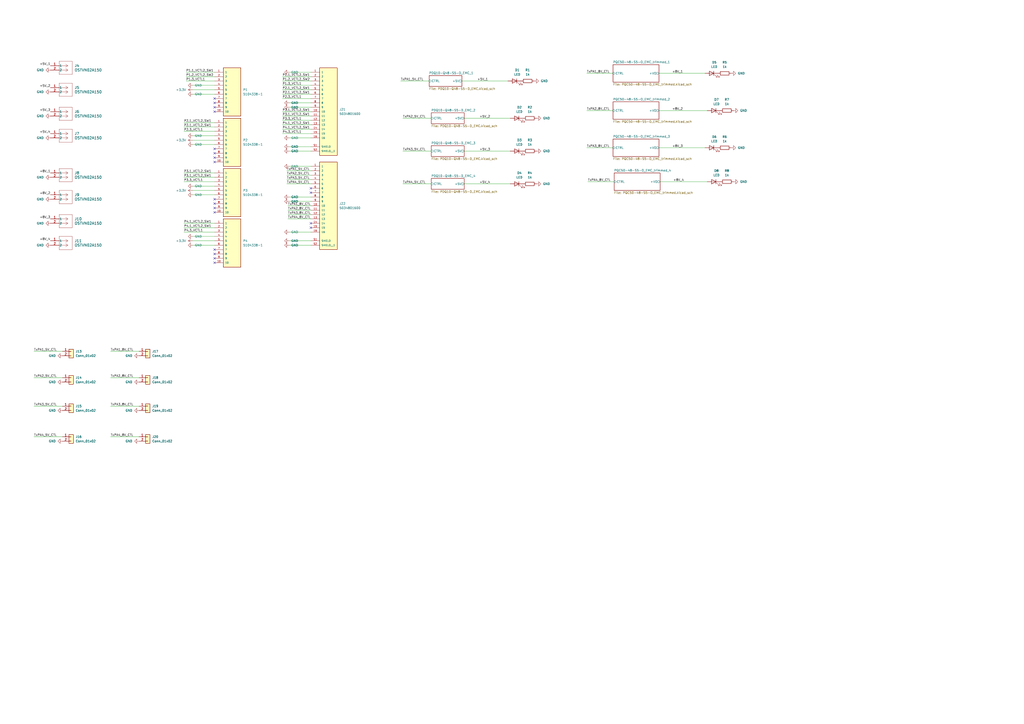
<source format=kicad_sch>
(kicad_sch
	(version 20231120)
	(generator "eeschema")
	(generator_version "8.0")
	(uuid "d10655c2-ef39-4d95-85bc-11bc994cd33f")
	(paper "A2")
	(lib_symbols
		(symbol "2024-02-14_22-22-09:OSTVN02A150"
			(pin_names
				(offset 0.254)
			)
			(exclude_from_sim no)
			(in_bom yes)
			(on_board yes)
			(property "Reference" "J"
				(at 8.89 6.35 0)
				(effects
					(font
						(size 1.524 1.524)
					)
				)
			)
			(property "Value" "OSTVN02A150"
				(at 5.08 -6.35 0)
				(effects
					(font
						(size 1.524 1.524)
					)
				)
			)
			(property "Footprint" ""
				(at -10.16 5.08 0)
				(effects
					(font
						(size 1.27 1.27)
						(italic yes)
					)
					(hide yes)
				)
			)
			(property "Datasheet" ""
				(at -6.35 2.54 0)
				(effects
					(font
						(size 1.27 1.27)
						(italic yes)
					)
					(hide yes)
				)
			)
			(property "Description" ""
				(at 0 0 0)
				(effects
					(font
						(size 1.27 1.27)
					)
					(hide yes)
				)
			)
			(property "ki_locked" ""
				(at 0 0 0)
				(effects
					(font
						(size 1.27 1.27)
					)
				)
			)
			(property "ki_keywords" "OSTVN02A150"
				(at 0 0 0)
				(effects
					(font
						(size 1.27 1.27)
					)
					(hide yes)
				)
			)
			(property "ki_fp_filters" "CONN_OSTVN02A150_OST"
				(at 0 0 0)
				(effects
					(font
						(size 1.27 1.27)
					)
					(hide yes)
				)
			)
			(symbol "OSTVN02A150_1_1"
				(polyline
					(pts
						(xy 5.08 -5.08) (xy 12.7 -5.08)
					)
					(stroke
						(width 0.127)
						(type default)
					)
					(fill
						(type none)
					)
				)
				(polyline
					(pts
						(xy 5.08 2.54) (xy 5.08 -5.08)
					)
					(stroke
						(width 0.127)
						(type default)
					)
					(fill
						(type none)
					)
				)
				(polyline
					(pts
						(xy 10.16 -2.54) (xy 5.08 -2.54)
					)
					(stroke
						(width 0.127)
						(type default)
					)
					(fill
						(type none)
					)
				)
				(polyline
					(pts
						(xy 10.16 -2.54) (xy 8.89 -3.3867)
					)
					(stroke
						(width 0.127)
						(type default)
					)
					(fill
						(type none)
					)
				)
				(polyline
					(pts
						(xy 10.16 -2.54) (xy 8.89 -1.6933)
					)
					(stroke
						(width 0.127)
						(type default)
					)
					(fill
						(type none)
					)
				)
				(polyline
					(pts
						(xy 10.16 0) (xy 5.08 0)
					)
					(stroke
						(width 0.127)
						(type default)
					)
					(fill
						(type none)
					)
				)
				(polyline
					(pts
						(xy 10.16 0) (xy 8.89 -0.8467)
					)
					(stroke
						(width 0.127)
						(type default)
					)
					(fill
						(type none)
					)
				)
				(polyline
					(pts
						(xy 10.16 0) (xy 8.89 0.8467)
					)
					(stroke
						(width 0.127)
						(type default)
					)
					(fill
						(type none)
					)
				)
				(polyline
					(pts
						(xy 12.7 -5.08) (xy 12.7 2.54)
					)
					(stroke
						(width 0.127)
						(type default)
					)
					(fill
						(type none)
					)
				)
				(polyline
					(pts
						(xy 12.7 2.54) (xy 5.08 2.54)
					)
					(stroke
						(width 0.127)
						(type default)
					)
					(fill
						(type none)
					)
				)
				(pin unspecified line
					(at 0 0 0)
					(length 5.08)
					(name "1"
						(effects
							(font
								(size 1.27 1.27)
							)
						)
					)
					(number "1"
						(effects
							(font
								(size 1.27 1.27)
							)
						)
					)
				)
				(pin unspecified line
					(at 0 -2.54 0)
					(length 5.08)
					(name "2"
						(effects
							(font
								(size 1.27 1.27)
							)
						)
					)
					(number "2"
						(effects
							(font
								(size 1.27 1.27)
							)
						)
					)
				)
			)
			(symbol "OSTVN02A150_1_2"
				(polyline
					(pts
						(xy 5.08 -5.08) (xy 12.7 -5.08)
					)
					(stroke
						(width 0.127)
						(type default)
					)
					(fill
						(type none)
					)
				)
				(polyline
					(pts
						(xy 5.08 2.54) (xy 5.08 -5.08)
					)
					(stroke
						(width 0.127)
						(type default)
					)
					(fill
						(type none)
					)
				)
				(polyline
					(pts
						(xy 7.62 -2.54) (xy 5.08 -2.54)
					)
					(stroke
						(width 0.127)
						(type default)
					)
					(fill
						(type none)
					)
				)
				(polyline
					(pts
						(xy 7.62 -2.54) (xy 8.89 -3.3867)
					)
					(stroke
						(width 0.127)
						(type default)
					)
					(fill
						(type none)
					)
				)
				(polyline
					(pts
						(xy 7.62 -2.54) (xy 8.89 -1.6933)
					)
					(stroke
						(width 0.127)
						(type default)
					)
					(fill
						(type none)
					)
				)
				(polyline
					(pts
						(xy 7.62 0) (xy 5.08 0)
					)
					(stroke
						(width 0.127)
						(type default)
					)
					(fill
						(type none)
					)
				)
				(polyline
					(pts
						(xy 7.62 0) (xy 8.89 -0.8467)
					)
					(stroke
						(width 0.127)
						(type default)
					)
					(fill
						(type none)
					)
				)
				(polyline
					(pts
						(xy 7.62 0) (xy 8.89 0.8467)
					)
					(stroke
						(width 0.127)
						(type default)
					)
					(fill
						(type none)
					)
				)
				(polyline
					(pts
						(xy 12.7 -5.08) (xy 12.7 2.54)
					)
					(stroke
						(width 0.127)
						(type default)
					)
					(fill
						(type none)
					)
				)
				(polyline
					(pts
						(xy 12.7 2.54) (xy 5.08 2.54)
					)
					(stroke
						(width 0.127)
						(type default)
					)
					(fill
						(type none)
					)
				)
				(pin unspecified line
					(at 0 0 0)
					(length 5.08)
					(name "1"
						(effects
							(font
								(size 1.27 1.27)
							)
						)
					)
					(number "1"
						(effects
							(font
								(size 1.27 1.27)
							)
						)
					)
				)
				(pin unspecified line
					(at 0 -2.54 0)
					(length 5.08)
					(name "2"
						(effects
							(font
								(size 1.27 1.27)
							)
						)
					)
					(number "2"
						(effects
							(font
								(size 1.27 1.27)
							)
						)
					)
				)
			)
		)
		(symbol "BCRL_power_supply:5034801600"
			(pin_names
				(offset 1.016)
			)
			(exclude_from_sim no)
			(in_bom yes)
			(on_board yes)
			(property "Reference" "J"
				(at -5.08 24.13 0)
				(effects
					(font
						(size 1.27 1.27)
					)
					(justify left bottom)
				)
			)
			(property "Value" "5034801600"
				(at -5.08 -30.48 0)
				(effects
					(font
						(size 1.27 1.27)
					)
					(justify left bottom)
				)
			)
			(property "Footprint" ""
				(at 0 0 0)
				(effects
					(font
						(size 1.27 1.27)
					)
					(justify bottom)
					(hide yes)
				)
			)
			(property "Datasheet" ""
				(at 0 0 0)
				(effects
					(font
						(size 1.27 1.27)
					)
					(hide yes)
				)
			)
			(property "Description" ""
				(at 0 0 0)
				(effects
					(font
						(size 1.27 1.27)
					)
					(hide yes)
				)
			)
			(property "PARTREV" ""
				(at 15.24 6.35 0)
				(effects
					(font
						(size 1.27 1.27)
					)
					(justify bottom)
					(hide yes)
				)
			)
			(property "STANDARD" ""
				(at 0 0 0)
				(effects
					(font
						(size 1.27 1.27)
					)
					(justify bottom)
					(hide yes)
				)
			)
			(property "MAXIMUM_PACKAGE_HEIGHT" "1.87 mm"
				(at 2.54 -1.27 90)
				(effects
					(font
						(size 1.27 1.27)
					)
					(justify bottom)
					(hide yes)
				)
			)
			(property "MANUFACTURER" "Molex"
				(at 1.27 19.05 0)
				(effects
					(font
						(size 1.27 1.27)
					)
					(justify bottom)
					(hide yes)
				)
			)
			(symbol "5034801600_0_0"
				(rectangle
					(start -5.08 -27.94)
					(end 5.08 22.86)
					(stroke
						(width 0.254)
						(type default)
					)
					(fill
						(type background)
					)
				)
				(pin passive line
					(at -10.16 20.32 0)
					(length 5.08)
					(name "1"
						(effects
							(font
								(size 1.016 1.016)
							)
						)
					)
					(number "1"
						(effects
							(font
								(size 1.016 1.016)
							)
						)
					)
				)
				(pin passive line
					(at -10.16 -2.54 0)
					(length 5.08)
					(name "10"
						(effects
							(font
								(size 1.016 1.016)
							)
						)
					)
					(number "10"
						(effects
							(font
								(size 1.016 1.016)
							)
						)
					)
				)
				(pin passive line
					(at -10.16 -5.08 0)
					(length 5.08)
					(name "11"
						(effects
							(font
								(size 1.016 1.016)
							)
						)
					)
					(number "11"
						(effects
							(font
								(size 1.016 1.016)
							)
						)
					)
				)
				(pin passive line
					(at -10.16 -7.62 0)
					(length 5.08)
					(name "12"
						(effects
							(font
								(size 1.016 1.016)
							)
						)
					)
					(number "12"
						(effects
							(font
								(size 1.016 1.016)
							)
						)
					)
				)
				(pin passive line
					(at -10.16 -10.16 0)
					(length 5.08)
					(name "13"
						(effects
							(font
								(size 1.016 1.016)
							)
						)
					)
					(number "13"
						(effects
							(font
								(size 1.016 1.016)
							)
						)
					)
				)
				(pin passive line
					(at -10.16 -12.7 0)
					(length 5.08)
					(name "14"
						(effects
							(font
								(size 1.016 1.016)
							)
						)
					)
					(number "14"
						(effects
							(font
								(size 1.016 1.016)
							)
						)
					)
				)
				(pin passive line
					(at -10.16 -15.24 0)
					(length 5.08)
					(name "15"
						(effects
							(font
								(size 1.016 1.016)
							)
						)
					)
					(number "15"
						(effects
							(font
								(size 1.016 1.016)
							)
						)
					)
				)
				(pin passive line
					(at -10.16 -17.78 0)
					(length 5.08)
					(name "16"
						(effects
							(font
								(size 1.016 1.016)
							)
						)
					)
					(number "16"
						(effects
							(font
								(size 1.016 1.016)
							)
						)
					)
				)
				(pin passive line
					(at -10.16 17.78 0)
					(length 5.08)
					(name "2"
						(effects
							(font
								(size 1.016 1.016)
							)
						)
					)
					(number "2"
						(effects
							(font
								(size 1.016 1.016)
							)
						)
					)
				)
				(pin passive line
					(at -10.16 15.24 0)
					(length 5.08)
					(name "3"
						(effects
							(font
								(size 1.016 1.016)
							)
						)
					)
					(number "3"
						(effects
							(font
								(size 1.016 1.016)
							)
						)
					)
				)
				(pin passive line
					(at -10.16 12.7 0)
					(length 5.08)
					(name "4"
						(effects
							(font
								(size 1.016 1.016)
							)
						)
					)
					(number "4"
						(effects
							(font
								(size 1.016 1.016)
							)
						)
					)
				)
				(pin passive line
					(at -10.16 10.16 0)
					(length 5.08)
					(name "5"
						(effects
							(font
								(size 1.016 1.016)
							)
						)
					)
					(number "5"
						(effects
							(font
								(size 1.016 1.016)
							)
						)
					)
				)
				(pin passive line
					(at -10.16 7.62 0)
					(length 5.08)
					(name "6"
						(effects
							(font
								(size 1.016 1.016)
							)
						)
					)
					(number "6"
						(effects
							(font
								(size 1.016 1.016)
							)
						)
					)
				)
				(pin passive line
					(at -10.16 5.08 0)
					(length 5.08)
					(name "7"
						(effects
							(font
								(size 1.016 1.016)
							)
						)
					)
					(number "7"
						(effects
							(font
								(size 1.016 1.016)
							)
						)
					)
				)
				(pin passive line
					(at -10.16 2.54 0)
					(length 5.08)
					(name "8"
						(effects
							(font
								(size 1.016 1.016)
							)
						)
					)
					(number "8"
						(effects
							(font
								(size 1.016 1.016)
							)
						)
					)
				)
				(pin passive line
					(at -10.16 0 0)
					(length 5.08)
					(name "9"
						(effects
							(font
								(size 1.016 1.016)
							)
						)
					)
					(number "9"
						(effects
							(font
								(size 1.016 1.016)
							)
						)
					)
				)
				(pin passive line
					(at -10.16 -22.86 0)
					(length 5.08)
					(name "SHIELD"
						(effects
							(font
								(size 1.016 1.016)
							)
						)
					)
					(number "S1"
						(effects
							(font
								(size 1.016 1.016)
							)
						)
					)
				)
				(pin passive line
					(at -10.16 -25.4 0)
					(length 5.08)
					(name "SHIELD__1"
						(effects
							(font
								(size 1.016 1.016)
							)
						)
					)
					(number "S2"
						(effects
							(font
								(size 1.016 1.016)
							)
						)
					)
				)
			)
		)
		(symbol "BCRL_power_supply:5104338-1"
			(pin_names
				(offset 1.016)
			)
			(exclude_from_sim no)
			(in_bom yes)
			(on_board yes)
			(property "Reference" "J"
				(at -5.58 15.24 0)
				(effects
					(font
						(size 1.27 1.27)
					)
					(justify left bottom)
				)
			)
			(property "Value" "5104338-1"
				(at -5.08 -15.24 0)
				(effects
					(font
						(size 1.27 1.27)
					)
					(justify left bottom)
				)
			)
			(property "Footprint" ""
				(at 0 0 0)
				(effects
					(font
						(size 1.27 1.27)
					)
					(justify bottom)
					(hide yes)
				)
			)
			(property "Datasheet" ""
				(at 0 0 0)
				(effects
					(font
						(size 1.27 1.27)
					)
					(hide yes)
				)
			)
			(property "Description" ""
				(at 0 0 0)
				(effects
					(font
						(size 1.27 1.27)
					)
					(hide yes)
				)
			)
			(property "PARTREV" "R"
				(at 0 0 0)
				(effects
					(font
						(size 1.27 1.27)
					)
					(justify bottom)
					(hide yes)
				)
			)
			(property "MANUFACTURER" "TE"
				(at 0 0 0)
				(effects
					(font
						(size 1.27 1.27)
					)
					(justify bottom)
					(hide yes)
				)
			)
			(property "STANDARD" ""
				(at 0 0 0)
				(effects
					(font
						(size 1.27 1.27)
					)
					(justify bottom)
					(hide yes)
				)
			)
			(symbol "5104338-1_0_0"
				(rectangle
					(start -5.08 -12.7)
					(end 5.08 15.24)
					(stroke
						(width 0.254)
						(type default)
					)
					(fill
						(type background)
					)
				)
				(pin passive line
					(at -10.16 12.7 0)
					(length 5.08)
					(name "1"
						(effects
							(font
								(size 1.016 1.016)
							)
						)
					)
					(number "1"
						(effects
							(font
								(size 1.016 1.016)
							)
						)
					)
				)
				(pin passive line
					(at -10.16 -10.16 0)
					(length 5.08)
					(name "10"
						(effects
							(font
								(size 1.016 1.016)
							)
						)
					)
					(number "10"
						(effects
							(font
								(size 1.016 1.016)
							)
						)
					)
				)
				(pin passive line
					(at -10.16 10.16 0)
					(length 5.08)
					(name "2"
						(effects
							(font
								(size 1.016 1.016)
							)
						)
					)
					(number "2"
						(effects
							(font
								(size 1.016 1.016)
							)
						)
					)
				)
				(pin passive line
					(at -10.16 7.62 0)
					(length 5.08)
					(name "3"
						(effects
							(font
								(size 1.016 1.016)
							)
						)
					)
					(number "3"
						(effects
							(font
								(size 1.016 1.016)
							)
						)
					)
				)
				(pin passive line
					(at -10.16 5.08 0)
					(length 5.08)
					(name "4"
						(effects
							(font
								(size 1.016 1.016)
							)
						)
					)
					(number "4"
						(effects
							(font
								(size 1.016 1.016)
							)
						)
					)
				)
				(pin passive line
					(at -10.16 2.54 0)
					(length 5.08)
					(name "5"
						(effects
							(font
								(size 1.016 1.016)
							)
						)
					)
					(number "5"
						(effects
							(font
								(size 1.016 1.016)
							)
						)
					)
				)
				(pin passive line
					(at -10.16 0 0)
					(length 5.08)
					(name "6"
						(effects
							(font
								(size 1.016 1.016)
							)
						)
					)
					(number "6"
						(effects
							(font
								(size 1.016 1.016)
							)
						)
					)
				)
				(pin passive line
					(at -10.16 -2.54 0)
					(length 5.08)
					(name "7"
						(effects
							(font
								(size 1.016 1.016)
							)
						)
					)
					(number "7"
						(effects
							(font
								(size 1.016 1.016)
							)
						)
					)
				)
				(pin passive line
					(at -10.16 -5.08 0)
					(length 5.08)
					(name "8"
						(effects
							(font
								(size 1.016 1.016)
							)
						)
					)
					(number "8"
						(effects
							(font
								(size 1.016 1.016)
							)
						)
					)
				)
				(pin passive line
					(at -10.16 -7.62 0)
					(length 5.08)
					(name "9"
						(effects
							(font
								(size 1.016 1.016)
							)
						)
					)
					(number "9"
						(effects
							(font
								(size 1.016 1.016)
							)
						)
					)
				)
			)
		)
		(symbol "Connector_Generic:Conn_01x02"
			(pin_names
				(offset 1.016) hide)
			(exclude_from_sim no)
			(in_bom yes)
			(on_board yes)
			(property "Reference" "J"
				(at 0 2.54 0)
				(effects
					(font
						(size 1.27 1.27)
					)
				)
			)
			(property "Value" "Conn_01x02"
				(at 0 -5.08 0)
				(effects
					(font
						(size 1.27 1.27)
					)
				)
			)
			(property "Footprint" ""
				(at 0 0 0)
				(effects
					(font
						(size 1.27 1.27)
					)
					(hide yes)
				)
			)
			(property "Datasheet" "~"
				(at 0 0 0)
				(effects
					(font
						(size 1.27 1.27)
					)
					(hide yes)
				)
			)
			(property "Description" "Generic connector, single row, 01x02, script generated (kicad-library-utils/schlib/autogen/connector/)"
				(at 0 0 0)
				(effects
					(font
						(size 1.27 1.27)
					)
					(hide yes)
				)
			)
			(property "ki_keywords" "connector"
				(at 0 0 0)
				(effects
					(font
						(size 1.27 1.27)
					)
					(hide yes)
				)
			)
			(property "ki_fp_filters" "Connector*:*_1x??_*"
				(at 0 0 0)
				(effects
					(font
						(size 1.27 1.27)
					)
					(hide yes)
				)
			)
			(symbol "Conn_01x02_1_1"
				(rectangle
					(start -1.27 -2.413)
					(end 0 -2.667)
					(stroke
						(width 0.1524)
						(type default)
					)
					(fill
						(type none)
					)
				)
				(rectangle
					(start -1.27 0.127)
					(end 0 -0.127)
					(stroke
						(width 0.1524)
						(type default)
					)
					(fill
						(type none)
					)
				)
				(rectangle
					(start -1.27 1.27)
					(end 1.27 -3.81)
					(stroke
						(width 0.254)
						(type default)
					)
					(fill
						(type background)
					)
				)
				(pin passive line
					(at -5.08 0 0)
					(length 3.81)
					(name "Pin_1"
						(effects
							(font
								(size 1.27 1.27)
							)
						)
					)
					(number "1"
						(effects
							(font
								(size 1.27 1.27)
							)
						)
					)
				)
				(pin passive line
					(at -5.08 -2.54 0)
					(length 3.81)
					(name "Pin_2"
						(effects
							(font
								(size 1.27 1.27)
							)
						)
					)
					(number "2"
						(effects
							(font
								(size 1.27 1.27)
							)
						)
					)
				)
			)
		)
		(symbol "Device:LED"
			(pin_numbers hide)
			(pin_names
				(offset 1.016) hide)
			(exclude_from_sim no)
			(in_bom yes)
			(on_board yes)
			(property "Reference" "D"
				(at 0 2.54 0)
				(effects
					(font
						(size 1.27 1.27)
					)
				)
			)
			(property "Value" "LED"
				(at 0 -2.54 0)
				(effects
					(font
						(size 1.27 1.27)
					)
				)
			)
			(property "Footprint" ""
				(at 0 0 0)
				(effects
					(font
						(size 1.27 1.27)
					)
					(hide yes)
				)
			)
			(property "Datasheet" "~"
				(at 0 0 0)
				(effects
					(font
						(size 1.27 1.27)
					)
					(hide yes)
				)
			)
			(property "Description" "Light emitting diode"
				(at 0 0 0)
				(effects
					(font
						(size 1.27 1.27)
					)
					(hide yes)
				)
			)
			(property "ki_keywords" "LED diode"
				(at 0 0 0)
				(effects
					(font
						(size 1.27 1.27)
					)
					(hide yes)
				)
			)
			(property "ki_fp_filters" "LED* LED_SMD:* LED_THT:*"
				(at 0 0 0)
				(effects
					(font
						(size 1.27 1.27)
					)
					(hide yes)
				)
			)
			(symbol "LED_0_1"
				(polyline
					(pts
						(xy -1.27 -1.27) (xy -1.27 1.27)
					)
					(stroke
						(width 0.254)
						(type default)
					)
					(fill
						(type none)
					)
				)
				(polyline
					(pts
						(xy -1.27 0) (xy 1.27 0)
					)
					(stroke
						(width 0)
						(type default)
					)
					(fill
						(type none)
					)
				)
				(polyline
					(pts
						(xy 1.27 -1.27) (xy 1.27 1.27) (xy -1.27 0) (xy 1.27 -1.27)
					)
					(stroke
						(width 0.254)
						(type default)
					)
					(fill
						(type none)
					)
				)
				(polyline
					(pts
						(xy -3.048 -0.762) (xy -4.572 -2.286) (xy -3.81 -2.286) (xy -4.572 -2.286) (xy -4.572 -1.524)
					)
					(stroke
						(width 0)
						(type default)
					)
					(fill
						(type none)
					)
				)
				(polyline
					(pts
						(xy -1.778 -0.762) (xy -3.302 -2.286) (xy -2.54 -2.286) (xy -3.302 -2.286) (xy -3.302 -1.524)
					)
					(stroke
						(width 0)
						(type default)
					)
					(fill
						(type none)
					)
				)
			)
			(symbol "LED_1_1"
				(pin passive line
					(at -3.81 0 0)
					(length 2.54)
					(name "K"
						(effects
							(font
								(size 1.27 1.27)
							)
						)
					)
					(number "1"
						(effects
							(font
								(size 1.27 1.27)
							)
						)
					)
				)
				(pin passive line
					(at 3.81 0 180)
					(length 2.54)
					(name "A"
						(effects
							(font
								(size 1.27 1.27)
							)
						)
					)
					(number "2"
						(effects
							(font
								(size 1.27 1.27)
							)
						)
					)
				)
			)
		)
		(symbol "Device:R"
			(pin_numbers hide)
			(pin_names
				(offset 0)
			)
			(exclude_from_sim no)
			(in_bom yes)
			(on_board yes)
			(property "Reference" "R"
				(at 2.032 0 90)
				(effects
					(font
						(size 1.27 1.27)
					)
				)
			)
			(property "Value" "R"
				(at 0 0 90)
				(effects
					(font
						(size 1.27 1.27)
					)
				)
			)
			(property "Footprint" ""
				(at -1.778 0 90)
				(effects
					(font
						(size 1.27 1.27)
					)
					(hide yes)
				)
			)
			(property "Datasheet" "~"
				(at 0 0 0)
				(effects
					(font
						(size 1.27 1.27)
					)
					(hide yes)
				)
			)
			(property "Description" "Resistor"
				(at 0 0 0)
				(effects
					(font
						(size 1.27 1.27)
					)
					(hide yes)
				)
			)
			(property "ki_keywords" "R res resistor"
				(at 0 0 0)
				(effects
					(font
						(size 1.27 1.27)
					)
					(hide yes)
				)
			)
			(property "ki_fp_filters" "R_*"
				(at 0 0 0)
				(effects
					(font
						(size 1.27 1.27)
					)
					(hide yes)
				)
			)
			(symbol "R_0_1"
				(rectangle
					(start -1.016 -2.54)
					(end 1.016 2.54)
					(stroke
						(width 0.254)
						(type default)
					)
					(fill
						(type none)
					)
				)
			)
			(symbol "R_1_1"
				(pin passive line
					(at 0 3.81 270)
					(length 1.27)
					(name "~"
						(effects
							(font
								(size 1.27 1.27)
							)
						)
					)
					(number "1"
						(effects
							(font
								(size 1.27 1.27)
							)
						)
					)
				)
				(pin passive line
					(at 0 -3.81 90)
					(length 1.27)
					(name "~"
						(effects
							(font
								(size 1.27 1.27)
							)
						)
					)
					(number "2"
						(effects
							(font
								(size 1.27 1.27)
							)
						)
					)
				)
			)
		)
		(symbol "power:+3.3V"
			(power)
			(pin_names
				(offset 0)
			)
			(exclude_from_sim no)
			(in_bom yes)
			(on_board yes)
			(property "Reference" "#PWR"
				(at 0 -3.81 0)
				(effects
					(font
						(size 1.27 1.27)
					)
					(hide yes)
				)
			)
			(property "Value" "+3.3V"
				(at 0 3.556 0)
				(effects
					(font
						(size 1.27 1.27)
					)
				)
			)
			(property "Footprint" ""
				(at 0 0 0)
				(effects
					(font
						(size 1.27 1.27)
					)
					(hide yes)
				)
			)
			(property "Datasheet" ""
				(at 0 0 0)
				(effects
					(font
						(size 1.27 1.27)
					)
					(hide yes)
				)
			)
			(property "Description" "Power symbol creates a global label with name \"+3.3V\""
				(at 0 0 0)
				(effects
					(font
						(size 1.27 1.27)
					)
					(hide yes)
				)
			)
			(property "ki_keywords" "global power"
				(at 0 0 0)
				(effects
					(font
						(size 1.27 1.27)
					)
					(hide yes)
				)
			)
			(symbol "+3.3V_0_1"
				(polyline
					(pts
						(xy -0.762 1.27) (xy 0 2.54)
					)
					(stroke
						(width 0)
						(type default)
					)
					(fill
						(type none)
					)
				)
				(polyline
					(pts
						(xy 0 0) (xy 0 2.54)
					)
					(stroke
						(width 0)
						(type default)
					)
					(fill
						(type none)
					)
				)
				(polyline
					(pts
						(xy 0 2.54) (xy 0.762 1.27)
					)
					(stroke
						(width 0)
						(type default)
					)
					(fill
						(type none)
					)
				)
			)
			(symbol "+3.3V_1_1"
				(pin power_in line
					(at 0 0 90)
					(length 0) hide
					(name "+3.3V"
						(effects
							(font
								(size 1.27 1.27)
							)
						)
					)
					(number "1"
						(effects
							(font
								(size 1.27 1.27)
							)
						)
					)
				)
			)
		)
		(symbol "power:GND"
			(power)
			(pin_names
				(offset 0)
			)
			(exclude_from_sim no)
			(in_bom yes)
			(on_board yes)
			(property "Reference" "#PWR"
				(at 0 -6.35 0)
				(effects
					(font
						(size 1.27 1.27)
					)
					(hide yes)
				)
			)
			(property "Value" "GND"
				(at 0 -3.81 0)
				(effects
					(font
						(size 1.27 1.27)
					)
				)
			)
			(property "Footprint" ""
				(at 0 0 0)
				(effects
					(font
						(size 1.27 1.27)
					)
					(hide yes)
				)
			)
			(property "Datasheet" ""
				(at 0 0 0)
				(effects
					(font
						(size 1.27 1.27)
					)
					(hide yes)
				)
			)
			(property "Description" "Power symbol creates a global label with name \"GND\" , ground"
				(at 0 0 0)
				(effects
					(font
						(size 1.27 1.27)
					)
					(hide yes)
				)
			)
			(property "ki_keywords" "global power"
				(at 0 0 0)
				(effects
					(font
						(size 1.27 1.27)
					)
					(hide yes)
				)
			)
			(symbol "GND_0_1"
				(polyline
					(pts
						(xy 0 0) (xy 0 -1.27) (xy 1.27 -1.27) (xy 0 -2.54) (xy -1.27 -1.27) (xy 0 -1.27)
					)
					(stroke
						(width 0)
						(type default)
					)
					(fill
						(type none)
					)
				)
			)
			(symbol "GND_1_1"
				(pin power_in line
					(at 0 0 270)
					(length 0) hide
					(name "GND"
						(effects
							(font
								(size 1.27 1.27)
							)
						)
					)
					(number "1"
						(effects
							(font
								(size 1.27 1.27)
							)
						)
					)
				)
			)
		)
	)
	(no_connect
		(at 124.46 86.36)
		(uuid "0f914f78-a4f6-4c80-82fb-d5d87932233d")
	)
	(no_connect
		(at 124.46 152.4)
		(uuid "1b03c1d3-f075-4b3e-8887-dbc36202682e")
	)
	(no_connect
		(at 180.34 132.08)
		(uuid "28ea2c40-b897-4d65-87a4-a2fa69537f3a")
	)
	(no_connect
		(at 124.46 149.86)
		(uuid "43c7b40e-20c2-4967-b8e0-3523ca5e11de")
	)
	(no_connect
		(at 124.46 91.44)
		(uuid "48af7a87-1406-4a23-8565-7f9ba00f0549")
	)
	(no_connect
		(at 124.46 147.32)
		(uuid "4e8c765d-fcf2-42c8-b6a3-7ced8b8821bb")
	)
	(no_connect
		(at 124.46 93.98)
		(uuid "6c350a95-1b5c-4428-b6a4-afa83328ea99")
	)
	(no_connect
		(at 124.46 57.15)
		(uuid "706dfbc5-39fb-47f5-be4f-1fba48070cb5")
	)
	(no_connect
		(at 124.46 88.9)
		(uuid "79e5cbdb-c907-4f1a-ae08-2b963baabf34")
	)
	(no_connect
		(at 124.46 62.23)
		(uuid "7f1282f7-10e8-4fde-99e4-d3102bb0a83c")
	)
	(no_connect
		(at 180.34 109.22)
		(uuid "8eb5a344-b6aa-4b8b-b2be-22dd708142a1")
	)
	(no_connect
		(at 180.34 129.54)
		(uuid "9173135a-8ef1-4203-a214-571cfabd4ec2")
	)
	(no_connect
		(at 124.46 59.69)
		(uuid "95224f14-5e30-4ddc-bff4-20c2d0408f4d")
	)
	(no_connect
		(at 124.46 120.65)
		(uuid "b7b5c041-2a9d-4378-ae89-2af1ec494c44")
	)
	(no_connect
		(at 180.34 111.76)
		(uuid "de11d8e6-d23c-4eec-8b32-6c21e7c24466")
	)
	(no_connect
		(at 124.46 118.11)
		(uuid "e17f3cf9-078d-4176-ac36-1eabae32d87c")
	)
	(no_connect
		(at 124.46 115.57)
		(uuid "e1a311cd-2864-41dc-952f-e36fd14f6669")
	)
	(no_connect
		(at 124.46 144.78)
		(uuid "ef303294-9db2-406f-9fd0-e492424171f3")
	)
	(no_connect
		(at 124.46 123.19)
		(uuid "efb2d9a0-81e0-45da-bc2d-311c69831fcb")
	)
	(no_connect
		(at 124.46 64.77)
		(uuid "f86a0149-2af8-4244-862d-a39bb479b45b")
	)
	(wire
		(pts
			(xy 167.64 85.09) (xy 180.34 85.09)
		)
		(stroke
			(width 0)
			(type default)
		)
		(uuid "00d0b78e-0716-43a0-aa85-4abe6d1522d0")
	)
	(wire
		(pts
			(xy 163.83 54.61) (xy 180.34 54.61)
		)
		(stroke
			(width 0)
			(type default)
		)
		(uuid "07ac4a94-0b6b-40c9-bdfc-9dba102f54ee")
	)
	(wire
		(pts
			(xy 111.76 54.61) (xy 124.46 54.61)
		)
		(stroke
			(width 0)
			(type default)
		)
		(uuid "087021f6-0030-4d57-b799-ba9c32717c71")
	)
	(wire
		(pts
			(xy 111.76 107.95) (xy 124.46 107.95)
		)
		(stroke
			(width 0)
			(type default)
		)
		(uuid "08e5566f-f6e4-4150-b39e-f7d063dc5e75")
	)
	(wire
		(pts
			(xy 167.64 87.63) (xy 180.34 87.63)
		)
		(stroke
			(width 0)
			(type default)
		)
		(uuid "1521e536-bf49-417f-8275-750750055555")
	)
	(wire
		(pts
			(xy 163.83 72.39) (xy 180.34 72.39)
		)
		(stroke
			(width 0)
			(type default)
		)
		(uuid "1620308d-ad2d-4f89-bb14-88c0d74ea372")
	)
	(wire
		(pts
			(xy 167.64 142.24) (xy 180.34 142.24)
		)
		(stroke
			(width 0)
			(type default)
		)
		(uuid "19e89cf4-7ec4-4a5e-87c0-3d4a192b5db2")
	)
	(wire
		(pts
			(xy 106.68 132.08) (xy 124.46 132.08)
		)
		(stroke
			(width 0)
			(type default)
		)
		(uuid "1dae8795-575a-4d34-8f00-2efc67e25dba")
	)
	(wire
		(pts
			(xy 106.68 100.33) (xy 124.46 100.33)
		)
		(stroke
			(width 0)
			(type default)
		)
		(uuid "20f2192c-f293-4f67-902d-baf102b8e08b")
	)
	(wire
		(pts
			(xy 111.76 49.53) (xy 124.46 49.53)
		)
		(stroke
			(width 0)
			(type default)
		)
		(uuid "2819e6e4-9255-42cb-9038-a3062eb6dca4")
	)
	(wire
		(pts
			(xy 167.64 62.23) (xy 180.34 62.23)
		)
		(stroke
			(width 0)
			(type default)
		)
		(uuid "2f701d40-66d8-44c3-a413-9eb323ecc8c1")
	)
	(wire
		(pts
			(xy 111.76 78.74) (xy 124.46 78.74)
		)
		(stroke
			(width 0)
			(type default)
		)
		(uuid "2f738414-2200-460b-a0cb-1223fe441a96")
	)
	(wire
		(pts
			(xy 163.83 67.31) (xy 180.34 67.31)
		)
		(stroke
			(width 0)
			(type default)
		)
		(uuid "304e2be2-5fdf-4d3f-a562-4b59975a057c")
	)
	(wire
		(pts
			(xy 167.64 134.62) (xy 180.34 134.62)
		)
		(stroke
			(width 0)
			(type default)
		)
		(uuid "35c4b124-4fc5-4ce6-a811-91d4bfa472e2")
	)
	(wire
		(pts
			(xy 167.005 121.92) (xy 180.34 121.92)
		)
		(stroke
			(width 0)
			(type default)
		)
		(uuid "3a0883aa-dfd9-4e5c-b8e9-66b0baa32431")
	)
	(wire
		(pts
			(xy 232.41 46.99) (xy 248.92 46.99)
		)
		(stroke
			(width 0)
			(type default)
		)
		(uuid "3b60a1fe-bdcd-4056-9928-035bcf2c6725")
	)
	(wire
		(pts
			(xy 382.905 105.41) (xy 410.21 105.41)
		)
		(stroke
			(width 0)
			(type default)
		)
		(uuid "41dde6df-2d16-4608-9d78-d240249e54ec")
	)
	(wire
		(pts
			(xy 167.005 124.46) (xy 180.34 124.46)
		)
		(stroke
			(width 0)
			(type default)
		)
		(uuid "43ba41af-1ec8-4a96-a4e7-e01a4fc6a171")
	)
	(wire
		(pts
			(xy 106.68 73.66) (xy 124.46 73.66)
		)
		(stroke
			(width 0)
			(type default)
		)
		(uuid "478c02aa-75ce-4c56-83b6-3943b7a9e4a9")
	)
	(wire
		(pts
			(xy 167.64 59.69) (xy 180.34 59.69)
		)
		(stroke
			(width 0)
			(type default)
		)
		(uuid "49441c64-740b-4f09-903d-bf184839cad6")
	)
	(wire
		(pts
			(xy 163.83 64.77) (xy 180.34 64.77)
		)
		(stroke
			(width 0)
			(type default)
		)
		(uuid "4d42cf8a-53bf-4a33-9b47-b3cc9bf884af")
	)
	(wire
		(pts
			(xy 167.64 139.7) (xy 180.34 139.7)
		)
		(stroke
			(width 0)
			(type default)
		)
		(uuid "4d961e6a-fbba-4e40-a4b9-8c17566ce624")
	)
	(wire
		(pts
			(xy 340.36 85.725) (xy 355.6 85.725)
		)
		(stroke
			(width 0)
			(type default)
		)
		(uuid "4e2f6ce1-0c7d-4fbb-befa-174556e8203a")
	)
	(wire
		(pts
			(xy 167.005 119.38) (xy 180.34 119.38)
		)
		(stroke
			(width 0)
			(type default)
		)
		(uuid "53799103-cdd9-41a7-8a98-18f006baa6c6")
	)
	(wire
		(pts
			(xy 163.83 74.93) (xy 180.34 74.93)
		)
		(stroke
			(width 0)
			(type default)
		)
		(uuid "5a9551bf-13f3-4ff7-8533-35b562ee57d5")
	)
	(wire
		(pts
			(xy 382.27 42.545) (xy 408.94 42.545)
		)
		(stroke
			(width 0)
			(type default)
		)
		(uuid "5f86e112-9a09-4230-8bc8-bf3bd2b24ee3")
	)
	(wire
		(pts
			(xy 166.37 104.14) (xy 180.34 104.14)
		)
		(stroke
			(width 0)
			(type default)
		)
		(uuid "6046bf06-c91c-4c02-aa13-3e4483695168")
	)
	(wire
		(pts
			(xy 163.83 44.45) (xy 180.34 44.45)
		)
		(stroke
			(width 0)
			(type default)
		)
		(uuid "6adf8ddb-afd3-4c8b-9da8-accca32aa9c9")
	)
	(wire
		(pts
			(xy 111.76 139.7) (xy 124.46 139.7)
		)
		(stroke
			(width 0)
			(type default)
		)
		(uuid "6b0728c4-69a3-45e6-af92-584938a90446")
	)
	(wire
		(pts
			(xy 167.64 96.52) (xy 180.34 96.52)
		)
		(stroke
			(width 0)
			(type default)
		)
		(uuid "6bd26df2-be8c-4160-a9d2-2a2b28914751")
	)
	(wire
		(pts
			(xy 340.995 105.41) (xy 356.235 105.41)
		)
		(stroke
			(width 0)
			(type default)
		)
		(uuid "6ced4966-a648-4d93-ba97-306ea2174d06")
	)
	(wire
		(pts
			(xy 163.83 46.99) (xy 180.34 46.99)
		)
		(stroke
			(width 0)
			(type default)
		)
		(uuid "6ff66a25-433e-4641-975e-b061f1526651")
	)
	(wire
		(pts
			(xy 111.76 52.07) (xy 124.46 52.07)
		)
		(stroke
			(width 0)
			(type default)
		)
		(uuid "70702958-94e1-4098-ad60-2f63af3f7519")
	)
	(wire
		(pts
			(xy 106.68 102.87) (xy 124.46 102.87)
		)
		(stroke
			(width 0)
			(type default)
		)
		(uuid "7234d07b-5d0f-41eb-bb15-41356c860af5")
	)
	(wire
		(pts
			(xy 382.27 85.725) (xy 408.94 85.725)
		)
		(stroke
			(width 0)
			(type default)
		)
		(uuid "75b1ed90-b1a1-42cf-af56-88bbd5463d37")
	)
	(wire
		(pts
			(xy 19.685 203.835) (xy 36.195 203.835)
		)
		(stroke
			(width 0)
			(type default)
		)
		(uuid "76ce45bc-8d1e-48ce-8b94-39c5db9b274e")
	)
	(wire
		(pts
			(xy 19.685 235.585) (xy 36.195 235.585)
		)
		(stroke
			(width 0)
			(type default)
		)
		(uuid "7f9a8485-dedd-47b8-9e38-c8d361860bff")
	)
	(wire
		(pts
			(xy 111.76 142.24) (xy 124.46 142.24)
		)
		(stroke
			(width 0)
			(type default)
		)
		(uuid "82a5914b-58a1-4081-b172-b575efc6125b")
	)
	(wire
		(pts
			(xy 340.36 64.135) (xy 355.6 64.135)
		)
		(stroke
			(width 0)
			(type default)
		)
		(uuid "858a8d76-795b-46b9-8327-4325859ea34c")
	)
	(wire
		(pts
			(xy 106.68 129.54) (xy 124.46 129.54)
		)
		(stroke
			(width 0)
			(type default)
		)
		(uuid "8f549701-54c6-40a1-8375-615ae1b46160")
	)
	(wire
		(pts
			(xy 106.68 105.41) (xy 124.46 105.41)
		)
		(stroke
			(width 0)
			(type default)
		)
		(uuid "8f74eefa-017b-4a68-a269-306321a461d5")
	)
	(wire
		(pts
			(xy 163.83 77.47) (xy 180.34 77.47)
		)
		(stroke
			(width 0)
			(type default)
		)
		(uuid "901a044f-5d49-4f42-a656-ecacbccf8167")
	)
	(wire
		(pts
			(xy 233.68 106.68) (xy 250.19 106.68)
		)
		(stroke
			(width 0)
			(type default)
		)
		(uuid "9038d407-1767-4620-b285-4d17e7a8026d")
	)
	(wire
		(pts
			(xy 111.76 110.49) (xy 124.46 110.49)
		)
		(stroke
			(width 0)
			(type default)
		)
		(uuid "9088513f-171d-4f4f-b80c-08041084d287")
	)
	(wire
		(pts
			(xy 64.135 203.835) (xy 80.645 203.835)
		)
		(stroke
			(width 0)
			(type default)
		)
		(uuid "9471a420-0d65-40e0-919f-81e72231f56d")
	)
	(wire
		(pts
			(xy 64.135 253.365) (xy 80.645 253.365)
		)
		(stroke
			(width 0)
			(type default)
		)
		(uuid "9880c357-acd4-407e-84f8-bedca92f28a5")
	)
	(wire
		(pts
			(xy 163.83 57.15) (xy 180.34 57.15)
		)
		(stroke
			(width 0)
			(type default)
		)
		(uuid "a5172576-82ee-460d-90ec-b144842a994f")
	)
	(wire
		(pts
			(xy 111.76 113.03) (xy 124.46 113.03)
		)
		(stroke
			(width 0)
			(type default)
		)
		(uuid "a5a62ce8-6474-4490-97c8-9c5e650dca6f")
	)
	(wire
		(pts
			(xy 107.95 41.91) (xy 124.46 41.91)
		)
		(stroke
			(width 0)
			(type default)
		)
		(uuid "a80d01da-0c6a-45a4-b4f7-1ae195aeb528")
	)
	(wire
		(pts
			(xy 166.37 99.06) (xy 180.34 99.06)
		)
		(stroke
			(width 0)
			(type default)
		)
		(uuid "a9cae800-ef74-471d-b783-130dee43c728")
	)
	(wire
		(pts
			(xy 106.68 134.62) (xy 124.46 134.62)
		)
		(stroke
			(width 0)
			(type default)
		)
		(uuid "abd5e293-bd08-4741-b37b-fe58ebd7a986")
	)
	(wire
		(pts
			(xy 233.68 68.58) (xy 250.19 68.58)
		)
		(stroke
			(width 0)
			(type default)
		)
		(uuid "aca6262e-a3f8-4981-90c2-f6af19ec0719")
	)
	(wire
		(pts
			(xy 233.68 87.63) (xy 250.19 87.63)
		)
		(stroke
			(width 0)
			(type default)
		)
		(uuid "b040c7a1-abd0-4ffe-9e4a-0ead6fbca4e2")
	)
	(wire
		(pts
			(xy 19.685 219.075) (xy 36.195 219.075)
		)
		(stroke
			(width 0)
			(type default)
		)
		(uuid "b08a7108-c950-41ab-b554-3d1184ed5af4")
	)
	(wire
		(pts
			(xy 19.685 253.365) (xy 36.195 253.365)
		)
		(stroke
			(width 0)
			(type default)
		)
		(uuid "b0e31ecc-39d8-4a7d-abf9-95d7c1ca0868")
	)
	(wire
		(pts
			(xy 64.135 219.075) (xy 80.645 219.075)
		)
		(stroke
			(width 0)
			(type default)
		)
		(uuid "b69aa325-afe2-42a9-9cb9-1021d635e7dd")
	)
	(wire
		(pts
			(xy 269.24 87.63) (xy 295.91 87.63)
		)
		(stroke
			(width 0)
			(type default)
		)
		(uuid "b6b1e756-2759-4b3e-a7e0-220aec2e56b2")
	)
	(wire
		(pts
			(xy 163.83 52.07) (xy 180.34 52.07)
		)
		(stroke
			(width 0)
			(type default)
		)
		(uuid "b890e374-9e1b-4618-b428-5172fe5c2a9f")
	)
	(wire
		(pts
			(xy 111.76 137.16) (xy 124.46 137.16)
		)
		(stroke
			(width 0)
			(type default)
		)
		(uuid "ba3c3b9c-6d80-40da-85d4-988703c16cf1")
	)
	(wire
		(pts
			(xy 267.97 46.99) (xy 294.64 46.99)
		)
		(stroke
			(width 0)
			(type default)
		)
		(uuid "bbf42413-67e0-4d92-9f08-e6eea915041e")
	)
	(wire
		(pts
			(xy 340.36 42.545) (xy 355.6 42.545)
		)
		(stroke
			(width 0)
			(type default)
		)
		(uuid "bc3b3d24-dfe6-4dd4-ae14-4d471db827c4")
	)
	(wire
		(pts
			(xy 163.83 69.85) (xy 180.34 69.85)
		)
		(stroke
			(width 0)
			(type default)
		)
		(uuid "c5a74d6d-992d-49ae-8641-de22e839f11d")
	)
	(wire
		(pts
			(xy 107.95 44.45) (xy 124.46 44.45)
		)
		(stroke
			(width 0)
			(type default)
		)
		(uuid "cc6ec897-4717-47fc-a274-1938789eaf67")
	)
	(wire
		(pts
			(xy 166.37 101.6) (xy 180.34 101.6)
		)
		(stroke
			(width 0)
			(type default)
		)
		(uuid "ccb495c8-7cba-4a7e-b1b7-9ff4e648bbb4")
	)
	(wire
		(pts
			(xy 167.64 41.91) (xy 180.34 41.91)
		)
		(stroke
			(width 0)
			(type default)
		)
		(uuid "cf578027-bea5-42b9-9070-a22a4a767859")
	)
	(wire
		(pts
			(xy 111.76 83.82) (xy 124.46 83.82)
		)
		(stroke
			(width 0)
			(type default)
		)
		(uuid "d02e4585-fa51-4e1c-9021-8ff4c5b1a578")
	)
	(wire
		(pts
			(xy 106.68 76.2) (xy 124.46 76.2)
		)
		(stroke
			(width 0)
			(type default)
		)
		(uuid "d1e53f4f-afc9-4137-924b-974f08706256")
	)
	(wire
		(pts
			(xy 167.64 80.01) (xy 180.34 80.01)
		)
		(stroke
			(width 0)
			(type default)
		)
		(uuid "d91b81c4-c6f1-4a1b-9735-1d13e8dd8196")
	)
	(wire
		(pts
			(xy 163.83 49.53) (xy 180.34 49.53)
		)
		(stroke
			(width 0)
			(type default)
		)
		(uuid "dc7015fa-9198-40f6-97fe-ab25b21f19e2")
	)
	(wire
		(pts
			(xy 167.64 116.84) (xy 180.34 116.84)
		)
		(stroke
			(width 0)
			(type default)
		)
		(uuid "dd02985c-9f7b-45eb-a538-9143b7f31567")
	)
	(wire
		(pts
			(xy 167.64 114.3) (xy 180.34 114.3)
		)
		(stroke
			(width 0)
			(type default)
		)
		(uuid "df077fd7-b14e-498b-84cb-cbfa2ec5ce86")
	)
	(wire
		(pts
			(xy 106.68 71.12) (xy 124.46 71.12)
		)
		(stroke
			(width 0)
			(type default)
		)
		(uuid "dfbe0a15-cfca-4767-99fa-a64028055d98")
	)
	(wire
		(pts
			(xy 167.005 127) (xy 180.34 127)
		)
		(stroke
			(width 0)
			(type default)
		)
		(uuid "e3a21302-c2b2-4325-bd5d-c5be89c38bff")
	)
	(wire
		(pts
			(xy 111.76 81.28) (xy 124.46 81.28)
		)
		(stroke
			(width 0)
			(type default)
		)
		(uuid "e7be9c9a-261c-4665-909d-5b6acbd7e4cc")
	)
	(wire
		(pts
			(xy 166.37 106.68) (xy 180.34 106.68)
		)
		(stroke
			(width 0)
			(type default)
		)
		(uuid "e7f0559f-e614-4ff6-9a62-951bdb3040f4")
	)
	(wire
		(pts
			(xy 64.135 235.585) (xy 80.645 235.585)
		)
		(stroke
			(width 0)
			(type default)
		)
		(uuid "f1d21f0f-fc3b-4c22-a0b6-0ac4250a7076")
	)
	(wire
		(pts
			(xy 382.27 64.135) (xy 410.21 64.135)
		)
		(stroke
			(width 0)
			(type default)
		)
		(uuid "f5d1caef-912f-4d0b-958b-cb8dca33e60a")
	)
	(wire
		(pts
			(xy 107.95 46.99) (xy 124.46 46.99)
		)
		(stroke
			(width 0)
			(type default)
		)
		(uuid "fbd30261-e876-4e7a-8ac2-de70fd4a66bb")
	)
	(wire
		(pts
			(xy 269.24 106.68) (xy 295.91 106.68)
		)
		(stroke
			(width 0)
			(type default)
		)
		(uuid "fe7a8fbe-78c0-4f4a-8777-f5dd6a25fea8")
	)
	(wire
		(pts
			(xy 269.24 68.58) (xy 295.91 68.58)
		)
		(stroke
			(width 0)
			(type default)
		)
		(uuid "ffc193be-fbd9-4a66-8b20-74ba1a7f5a1b")
	)
	(label "+8V_2"
		(at 389.89 64.135 0)
		(fields_autoplaced yes)
		(effects
			(font
				(size 1.27 1.27)
			)
			(justify left bottom)
		)
		(uuid "0558e474-a12b-49ea-96b0-6bc5413654df")
	)
	(label "P4.3_VCTL1"
		(at 106.68 134.62 0)
		(fields_autoplaced yes)
		(effects
			(font
				(size 1.27 1.27)
			)
			(justify left bottom)
		)
		(uuid "108d0a1a-832f-4645-a27a-c99eee420277")
	)
	(label "TxPA1_8V_CTL"
		(at 64.135 203.835 0)
		(fields_autoplaced yes)
		(effects
			(font
				(size 1.27 1.27)
			)
			(justify left bottom)
		)
		(uuid "10d4dbef-24ff-402e-a076-2951dda44549")
	)
	(label "TxPA3_5V_CTL"
		(at 166.37 104.14 0)
		(fields_autoplaced yes)
		(effects
			(font
				(size 1.27 1.27)
			)
			(justify left bottom)
		)
		(uuid "23172917-9c40-40a2-90c7-5bb8f0aff6bc")
	)
	(label "P2.3_VCTL1"
		(at 163.83 57.15 0)
		(fields_autoplaced yes)
		(effects
			(font
				(size 1.27 1.27)
			)
			(justify left bottom)
		)
		(uuid "23a40315-b014-4d07-b705-3742a9a9bb7d")
	)
	(label "+5V_4"
		(at 278.13 106.68 0)
		(fields_autoplaced yes)
		(effects
			(font
				(size 1.27 1.27)
			)
			(justify left bottom)
		)
		(uuid "261e4ca8-12ad-4556-b3a6-e5fa398a8506")
	)
	(label "+5V_2"
		(at 29.21 50.8 180)
		(fields_autoplaced yes)
		(effects
			(font
				(size 1.27 1.27)
			)
			(justify right bottom)
		)
		(uuid "29478534-c1a3-4010-a487-2cd038e0b46d")
	)
	(label "TxPA2_5V_CTL"
		(at 19.685 219.075 0)
		(fields_autoplaced yes)
		(effects
			(font
				(size 1.27 1.27)
			)
			(justify left bottom)
		)
		(uuid "2a75b3ee-c720-4bce-bad3-14b5cbd84862")
	)
	(label "TxPA2_5V_CTL"
		(at 233.68 68.58 0)
		(fields_autoplaced yes)
		(effects
			(font
				(size 1.27 1.27)
			)
			(justify left bottom)
		)
		(uuid "2c5bfb15-c306-4252-861d-db529d26e9ba")
	)
	(label "P1.2_VCTL2_SW2"
		(at 107.95 44.45 0)
		(fields_autoplaced yes)
		(effects
			(font
				(size 1.27 1.27)
			)
			(justify left bottom)
		)
		(uuid "2dcd0b9d-b26b-4b94-9ac5-366e3bd710c7")
	)
	(label "P3.1_VCTL2_SW1"
		(at 106.68 102.87 0)
		(fields_autoplaced yes)
		(effects
			(font
				(size 1.27 1.27)
			)
			(justify left bottom)
		)
		(uuid "2dede216-3dc1-4625-82d9-c8232e7e4aea")
	)
	(label "P3.1_VCTL2_SW1"
		(at 163.83 64.77 0)
		(fields_autoplaced yes)
		(effects
			(font
				(size 1.27 1.27)
			)
			(justify left bottom)
		)
		(uuid "35b4460f-b316-4bc0-a523-ccbee08ef106")
	)
	(label "+8V_2"
		(at 29.21 113.03 180)
		(fields_autoplaced yes)
		(effects
			(font
				(size 1.27 1.27)
			)
			(justify right bottom)
		)
		(uuid "36e59845-4ff8-464f-a0c7-1e0cb4f57b5b")
	)
	(label "P3.3_VCTL1"
		(at 106.68 105.41 0)
		(fields_autoplaced yes)
		(effects
			(font
				(size 1.27 1.27)
			)
			(justify left bottom)
		)
		(uuid "388a1afb-7555-4ba7-a64e-e6592e27f38d")
	)
	(label "TxPA3_5V_CTL"
		(at 233.68 87.63 0)
		(fields_autoplaced yes)
		(effects
			(font
				(size 1.27 1.27)
			)
			(justify left bottom)
		)
		(uuid "3f9f18d7-3498-4b66-935e-42f3dca26ca8")
	)
	(label "+8V_4"
		(at 390.525 105.41 0)
		(fields_autoplaced yes)
		(effects
			(font
				(size 1.27 1.27)
			)
			(justify left bottom)
		)
		(uuid "43489177-3b88-4f17-9845-1892b99e7849")
	)
	(label "P1.3_VCTL1"
		(at 163.83 49.53 0)
		(fields_autoplaced yes)
		(effects
			(font
				(size 1.27 1.27)
			)
			(justify left bottom)
		)
		(uuid "44c1a019-80b1-40a2-b8f6-33dc1fb8a875")
	)
	(label "P4.1_VCTL2_SW1"
		(at 163.83 74.93 0)
		(fields_autoplaced yes)
		(effects
			(font
				(size 1.27 1.27)
			)
			(justify left bottom)
		)
		(uuid "476d2ad4-82ac-4b6b-aad1-057047527cd7")
	)
	(label "TxPA4_5V_CTL"
		(at 166.37 106.68 0)
		(fields_autoplaced yes)
		(effects
			(font
				(size 1.27 1.27)
			)
			(justify left bottom)
		)
		(uuid "50477575-b9ce-4ec9-9211-5f2023b7271d")
	)
	(label "P2.3_VCTL1"
		(at 106.68 76.2 0)
		(fields_autoplaced yes)
		(effects
			(font
				(size 1.27 1.27)
			)
			(justify left bottom)
		)
		(uuid "60b73c2a-5537-4a35-b2f6-e75d754f2663")
	)
	(label "P4.1_VCTL2_SW1"
		(at 106.68 129.54 0)
		(fields_autoplaced yes)
		(effects
			(font
				(size 1.27 1.27)
			)
			(justify left bottom)
		)
		(uuid "640df7d8-0bf0-4e6b-85a6-2b32aae5e2d6")
	)
	(label "TxPA1_8V_CTL"
		(at 167.005 119.38 0)
		(fields_autoplaced yes)
		(effects
			(font
				(size 1.27 1.27)
			)
			(justify left bottom)
		)
		(uuid "67168468-da68-458c-b0dc-f498b8d9fc2f")
	)
	(label "TxPA2_8V_CTL"
		(at 64.135 219.075 0)
		(fields_autoplaced yes)
		(effects
			(font
				(size 1.27 1.27)
			)
			(justify left bottom)
		)
		(uuid "6c0afbf7-86be-4003-8c40-4abec5b47a89")
	)
	(label "+8V_3"
		(at 29.21 127 180)
		(fields_autoplaced yes)
		(effects
			(font
				(size 1.27 1.27)
			)
			(justify right bottom)
		)
		(uuid "6f0b7958-8b94-4dbf-99e2-bd1b324e889a")
	)
	(label "+5V_2"
		(at 278.13 68.58 0)
		(fields_autoplaced yes)
		(effects
			(font
				(size 1.27 1.27)
			)
			(justify left bottom)
		)
		(uuid "7bad443d-62cb-4343-b88e-9f7b4130b15e")
	)
	(label "TxPA1_8V_CTL"
		(at 340.36 42.545 0)
		(fields_autoplaced yes)
		(effects
			(font
				(size 1.27 1.27)
			)
			(justify left bottom)
		)
		(uuid "7d49102e-ac13-475a-97dc-a25f97f2963f")
	)
	(label "P2.1_VCTL2_SW1"
		(at 106.68 71.12 0)
		(fields_autoplaced yes)
		(effects
			(font
				(size 1.27 1.27)
			)
			(justify left bottom)
		)
		(uuid "8555d2e0-471a-42dd-afa6-0dc60cd9c5f2")
	)
	(label "+5V_3"
		(at 29.21 64.77 180)
		(fields_autoplaced yes)
		(effects
			(font
				(size 1.27 1.27)
			)
			(justify right bottom)
		)
		(uuid "93488520-26d2-42eb-afd7-02148aee1642")
	)
	(label "TxPA4_8V_CTL"
		(at 340.995 105.41 0)
		(fields_autoplaced yes)
		(effects
			(font
				(size 1.27 1.27)
			)
			(justify left bottom)
		)
		(uuid "934ac9af-fc4e-42b3-ab21-5e85b7ee8723")
	)
	(label "P1.1_VCTL2_SW1"
		(at 107.95 41.91 0)
		(fields_autoplaced yes)
		(effects
			(font
				(size 1.27 1.27)
			)
			(justify left bottom)
		)
		(uuid "9a6f7933-d456-410d-af0c-2d00cb0ac189")
	)
	(label "TxPA1_5V_CTL"
		(at 232.41 46.99 0)
		(fields_autoplaced yes)
		(effects
			(font
				(size 1.27 1.27)
			)
			(justify left bottom)
		)
		(uuid "9cf7d45d-b29a-4108-b4b5-442ff50e0873")
	)
	(label "TxPA3_8V_CTL"
		(at 64.135 235.585 0)
		(fields_autoplaced yes)
		(effects
			(font
				(size 1.27 1.27)
			)
			(justify left bottom)
		)
		(uuid "9d37db21-5490-4ce9-b877-d18db80fa74f")
	)
	(label "P1.2_VCTL2_SW2"
		(at 163.83 46.99 0)
		(fields_autoplaced yes)
		(effects
			(font
				(size 1.27 1.27)
			)
			(justify left bottom)
		)
		(uuid "9e0d494d-33e0-4f17-82df-829f71170807")
	)
	(label "P2.1_VCTL2_SW1"
		(at 163.83 52.07 0)
		(fields_autoplaced yes)
		(effects
			(font
				(size 1.27 1.27)
			)
			(justify left bottom)
		)
		(uuid "9e1182c9-774f-43be-875b-c8cec6b22978")
	)
	(label "TxPA3_8V_CTL"
		(at 340.36 85.725 0)
		(fields_autoplaced yes)
		(effects
			(font
				(size 1.27 1.27)
			)
			(justify left bottom)
		)
		(uuid "9fbed055-251a-4b82-941d-4dbbae8f5564")
	)
	(label "P2.1_VCTL2_SW1"
		(at 106.68 73.66 0)
		(fields_autoplaced yes)
		(effects
			(font
				(size 1.27 1.27)
			)
			(justify left bottom)
		)
		(uuid "a01b3497-bc22-4798-ad9d-5d387380e42d")
	)
	(label "TxPA1_5V_CTL"
		(at 19.685 203.835 0)
		(fields_autoplaced yes)
		(effects
			(font
				(size 1.27 1.27)
			)
			(justify left bottom)
		)
		(uuid "ac433c00-2ef3-423b-b5a7-7afc4f33bd9b")
	)
	(label "+5V_1"
		(at 276.86 46.99 0)
		(fields_autoplaced yes)
		(effects
			(font
				(size 1.27 1.27)
			)
			(justify left bottom)
		)
		(uuid "b41859c2-eab3-4f51-95a7-8022f4b9332e")
	)
	(label "P3.1_VCTL2_SW1"
		(at 163.83 67.31 0)
		(fields_autoplaced yes)
		(effects
			(font
				(size 1.27 1.27)
			)
			(justify left bottom)
		)
		(uuid "b5d9c5c6-8c14-47c7-b340-71fa1902e4ca")
	)
	(label "+5V_3"
		(at 278.13 87.63 0)
		(fields_autoplaced yes)
		(effects
			(font
				(size 1.27 1.27)
			)
			(justify left bottom)
		)
		(uuid "b8508385-c735-4404-b2f4-4bb69ccf4af2")
	)
	(label "P3.1_VCTL2_SW1"
		(at 106.68 100.33 0)
		(fields_autoplaced yes)
		(effects
			(font
				(size 1.27 1.27)
			)
			(justify left bottom)
		)
		(uuid "ba9ce833-acb8-44dc-8789-54ca724bdadc")
	)
	(label "TxPA1_5V_CTL"
		(at 166.37 99.06 0)
		(fields_autoplaced yes)
		(effects
			(font
				(size 1.27 1.27)
			)
			(justify left bottom)
		)
		(uuid "bd2ec7e0-73ea-4b6f-873d-dd08b86337d9")
	)
	(label "TxPA3_5V_CTL"
		(at 19.685 235.585 0)
		(fields_autoplaced yes)
		(effects
			(font
				(size 1.27 1.27)
			)
			(justify left bottom)
		)
		(uuid "c0cf0a36-9f65-416b-9607-0f5b33648b78")
	)
	(label "+8V_4"
		(at 29.21 139.7 180)
		(fields_autoplaced yes)
		(effects
			(font
				(size 1.27 1.27)
			)
			(justify right bottom)
		)
		(uuid "c5608ec9-e03d-46cc-8591-41a98f89b349")
	)
	(label "+8V_1"
		(at 389.89 42.545 0)
		(fields_autoplaced yes)
		(effects
			(font
				(size 1.27 1.27)
			)
			(justify left bottom)
		)
		(uuid "c65ceb32-f34e-467b-9489-5604f6def687")
	)
	(label "+8V_1"
		(at 29.21 100.33 180)
		(fields_autoplaced yes)
		(effects
			(font
				(size 1.27 1.27)
			)
			(justify right bottom)
		)
		(uuid "ca6abf8e-39c7-4794-a874-d27b08a4b6c5")
	)
	(label "P4.1_VCTL2_SW1"
		(at 163.83 72.39 0)
		(fields_autoplaced yes)
		(effects
			(font
				(size 1.27 1.27)
			)
			(justify left bottom)
		)
		(uuid "cc3d6c8b-f7cc-426b-ae25-db885cc1f995")
	)
	(label "TxPA2_5V_CTL"
		(at 166.37 101.6 0)
		(fields_autoplaced yes)
		(effects
			(font
				(size 1.27 1.27)
			)
			(justify left bottom)
		)
		(uuid "ce1c798e-0cb2-4f7b-a69c-203dc1b9e03c")
	)
	(label "+8V_3"
		(at 389.89 85.725 0)
		(fields_autoplaced yes)
		(effects
			(font
				(size 1.27 1.27)
			)
			(justify left bottom)
		)
		(uuid "cf2d0961-3ae0-4068-a862-35623ae5d8b9")
	)
	(label "TxPA4_8V_CTL"
		(at 167.005 127 0)
		(fields_autoplaced yes)
		(effects
			(font
				(size 1.27 1.27)
			)
			(justify left bottom)
		)
		(uuid "d6a3a927-a2a8-4fe1-b0c2-110522f81e15")
	)
	(label "P1.1_VCTL2_SW1"
		(at 163.83 44.45 0)
		(fields_autoplaced yes)
		(effects
			(font
				(size 1.27 1.27)
			)
			(justify left bottom)
		)
		(uuid "d6caf269-77fa-40fc-a863-d9d56a5f79a6")
	)
	(label "P4.1_VCTL2_SW1"
		(at 106.68 132.08 0)
		(fields_autoplaced yes)
		(effects
			(font
				(size 1.27 1.27)
			)
			(justify left bottom)
		)
		(uuid "d8a50467-eabe-467b-a37a-60ad87bb528e")
	)
	(label "TxPA4_5V_CTL"
		(at 233.68 106.68 0)
		(fields_autoplaced yes)
		(effects
			(font
				(size 1.27 1.27)
			)
			(justify left bottom)
		)
		(uuid "d9548bed-796c-4284-8fb1-a55938436af5")
	)
	(label "P1.3_VCTL1"
		(at 107.95 46.99 0)
		(fields_autoplaced yes)
		(effects
			(font
				(size 1.27 1.27)
			)
			(justify left bottom)
		)
		(uuid "dc7853e7-64bf-4be6-9831-4d9d89bdc7fa")
	)
	(label "TxPA3_8V_CTL"
		(at 167.005 124.46 0)
		(fields_autoplaced yes)
		(effects
			(font
				(size 1.27 1.27)
			)
			(justify left bottom)
		)
		(uuid "dea60b78-f4cc-434d-aa27-5b9e09ed32a9")
	)
	(label "+5V_4"
		(at 29.21 77.47 180)
		(fields_autoplaced yes)
		(effects
			(font
				(size 1.27 1.27)
			)
			(justify right bottom)
		)
		(uuid "e46421af-55c8-4b14-a00d-950a004bdced")
	)
	(label "P4.3_VCTL1"
		(at 163.83 77.47 0)
		(fields_autoplaced yes)
		(effects
			(font
				(size 1.27 1.27)
			)
			(justify left bottom)
		)
		(uuid "e5bd8b3c-c387-4e83-a6c5-fd6e53e81f60")
	)
	(label "P3.3_VCTL1"
		(at 163.83 69.85 0)
		(fields_autoplaced yes)
		(effects
			(font
				(size 1.27 1.27)
			)
			(justify left bottom)
		)
		(uuid "e88c5d67-d2c3-4a1c-bbe8-96503d1aedc2")
	)
	(label "TxPA2_8V_CTL"
		(at 167.005 121.92 0)
		(fields_autoplaced yes)
		(effects
			(font
				(size 1.27 1.27)
			)
			(justify left bottom)
		)
		(uuid "eceb10a9-bfe3-45c7-a99f-d17aa524c42c")
	)
	(label "TxPA4_8V_CTL"
		(at 64.135 253.365 0)
		(fields_autoplaced yes)
		(effects
			(font
				(size 1.27 1.27)
			)
			(justify left bottom)
		)
		(uuid "eeb37ebc-f327-44a9-9297-eff24c65de65")
	)
	(label "TxPA2_8V_CTL"
		(at 340.36 64.135 0)
		(fields_autoplaced yes)
		(effects
			(font
				(size 1.27 1.27)
			)
			(justify left bottom)
		)
		(uuid "f3ed95c3-6985-4503-9a7b-a115ea7a5d35")
	)
	(label "TxPA4_5V_CTL"
		(at 19.685 253.365 0)
		(fields_autoplaced yes)
		(effects
			(font
				(size 1.27 1.27)
			)
			(justify left bottom)
		)
		(uuid "f45fcbe7-c526-4636-ac63-6df7a2199ec0")
	)
	(label "P2.1_VCTL2_SW1"
		(at 163.83 54.61 0)
		(fields_autoplaced yes)
		(effects
			(font
				(size 1.27 1.27)
			)
			(justify left bottom)
		)
		(uuid "febc21f9-e541-4e32-8072-f19516370789")
	)
	(label "+5V_1"
		(at 29.21 38.1 180)
		(fields_autoplaced yes)
		(effects
			(font
				(size 1.27 1.27)
			)
			(justify right bottom)
		)
		(uuid "ffa79380-6d41-4bcb-b2c2-ad4c0bcd6604")
	)
	(symbol
		(lib_id "power:GND")
		(at 167.64 116.84 270)
		(unit 1)
		(exclude_from_sim no)
		(in_bom yes)
		(on_board yes)
		(dnp no)
		(fields_autoplaced yes)
		(uuid "069385fc-6a14-4d5d-9118-fd48de2e55e4")
		(property "Reference" "#PWR044"
			(at 161.29 116.84 0)
			(effects
				(font
					(size 1.27 1.27)
				)
				(hide yes)
			)
		)
		(property "Value" "GND"
			(at 168.91 116.84 90)
			(effects
				(font
					(size 1.27 1.27)
				)
				(justify left)
			)
		)
		(property "Footprint" ""
			(at 167.64 116.84 0)
			(effects
				(font
					(size 1.27 1.27)
				)
				(hide yes)
			)
		)
		(property "Datasheet" ""
			(at 167.64 116.84 0)
			(effects
				(font
					(size 1.27 1.27)
				)
				(hide yes)
			)
		)
		(property "Description" ""
			(at 167.64 116.84 0)
			(effects
				(font
					(size 1.27 1.27)
				)
				(hide yes)
			)
		)
		(pin "1"
			(uuid "014260b9-e684-4bad-beb7-a35af9599747")
		)
		(instances
			(project "bcrl_power_supply"
				(path "/77f0f57c-9586-4625-9281-fa8cbd8015db/94fee228-5462-46f6-ad6c-1e47c0f1b343"
					(reference "#PWR044")
					(unit 1)
				)
			)
		)
	)
	(symbol
		(lib_id "power:GND")
		(at 111.76 49.53 270)
		(unit 1)
		(exclude_from_sim no)
		(in_bom yes)
		(on_board yes)
		(dnp no)
		(fields_autoplaced yes)
		(uuid "07f8db2b-f229-437c-8802-3f126c2cc406")
		(property "Reference" "#PWR024"
			(at 105.41 49.53 0)
			(effects
				(font
					(size 1.27 1.27)
				)
				(hide yes)
			)
		)
		(property "Value" "GND"
			(at 113.03 49.53 90)
			(effects
				(font
					(size 1.27 1.27)
				)
				(justify left)
			)
		)
		(property "Footprint" ""
			(at 111.76 49.53 0)
			(effects
				(font
					(size 1.27 1.27)
				)
				(hide yes)
			)
		)
		(property "Datasheet" ""
			(at 111.76 49.53 0)
			(effects
				(font
					(size 1.27 1.27)
				)
				(hide yes)
			)
		)
		(property "Description" ""
			(at 111.76 49.53 0)
			(effects
				(font
					(size 1.27 1.27)
				)
				(hide yes)
			)
		)
		(pin "1"
			(uuid "5689bbba-685e-4994-9537-8a9e48bea3d9")
		)
		(instances
			(project "bcrl_power_supply"
				(path "/77f0f57c-9586-4625-9281-fa8cbd8015db/94fee228-5462-46f6-ad6c-1e47c0f1b343"
					(reference "#PWR024")
					(unit 1)
				)
			)
		)
	)
	(symbol
		(lib_id "BCRL_power_supply:5034801600")
		(at 190.5 62.23 0)
		(unit 1)
		(exclude_from_sim no)
		(in_bom yes)
		(on_board yes)
		(dnp no)
		(fields_autoplaced yes)
		(uuid "0e08af02-a7a2-4846-a4a7-b0da578dbe84")
		(property "Reference" "J21"
			(at 196.85 63.5 0)
			(effects
				(font
					(size 1.27 1.27)
				)
				(justify left)
			)
		)
		(property "Value" "5034801600"
			(at 196.85 66.04 0)
			(effects
				(font
					(size 1.27 1.27)
				)
				(justify left)
			)
		)
		(property "Footprint" "BCRL_power_supply:MOLEX_5034801600"
			(at 190.5 62.23 0)
			(effects
				(font
					(size 1.27 1.27)
				)
				(justify bottom)
				(hide yes)
			)
		)
		(property "Datasheet" ""
			(at 190.5 62.23 0)
			(effects
				(font
					(size 1.27 1.27)
				)
				(hide yes)
			)
		)
		(property "Description" ""
			(at 190.5 62.23 0)
			(effects
				(font
					(size 1.27 1.27)
				)
				(hide yes)
			)
		)
		(property "PARTREV" ""
			(at 205.74 55.88 0)
			(effects
				(font
					(size 1.27 1.27)
				)
				(justify bottom)
				(hide yes)
			)
		)
		(property "STANDARD" ""
			(at 190.5 62.23 0)
			(effects
				(font
					(size 1.27 1.27)
				)
				(justify bottom)
				(hide yes)
			)
		)
		(property "MAXIMUM_PACKAGE_HEIGHT" "1.87 mm"
			(at 193.04 63.5 90)
			(effects
				(font
					(size 1.27 1.27)
				)
				(justify bottom)
				(hide yes)
			)
		)
		(property "MANUFACTURER" "Molex"
			(at 191.77 43.18 0)
			(effects
				(font
					(size 1.27 1.27)
				)
				(justify bottom)
				(hide yes)
			)
		)
		(pin "7"
			(uuid "875eee99-7d2e-4723-9084-d41191469438")
		)
		(pin "15"
			(uuid "391b49da-17b8-4f62-bfae-881428e62d2f")
		)
		(pin "S1"
			(uuid "fec44b32-dd88-4b9e-b66f-be8a224cbe1f")
		)
		(pin "8"
			(uuid "033711dd-44a1-4c03-b63f-d03f741cd8b7")
		)
		(pin "11"
			(uuid "48c4fa34-7175-490d-97b5-198f75172dce")
		)
		(pin "12"
			(uuid "a3bd5732-285c-41e8-a46b-b3587bc0c14d")
		)
		(pin "10"
			(uuid "bb09a22a-0ee5-4395-ba0b-5d9b28640ffb")
		)
		(pin "14"
			(uuid "9b2b4127-bbb8-4d49-a531-b8e20f29b033")
		)
		(pin "13"
			(uuid "27a9f758-8783-460c-886b-37910a8d4ace")
		)
		(pin "6"
			(uuid "5838976c-2751-4ed9-bb11-f2bb47f0cc51")
		)
		(pin "1"
			(uuid "a239ccaf-f0f5-47b3-818b-e7804ba50783")
		)
		(pin "4"
			(uuid "a5e03791-3f58-4232-9e2a-43145fce0731")
		)
		(pin "16"
			(uuid "1f3f537b-5e85-4888-bb29-c95f9d8739c7")
		)
		(pin "2"
			(uuid "66bbfc4e-7f33-4b33-b621-918bf6f84f35")
		)
		(pin "5"
			(uuid "8a849bad-f0e0-4375-8c39-9ebcdfbdf58e")
		)
		(pin "S2"
			(uuid "f00c6a4f-74b5-4611-be5d-f1d4c646e8c8")
		)
		(pin "3"
			(uuid "37638057-5ee1-47a3-9b8d-d1dcdbd0435a")
		)
		(pin "9"
			(uuid "e08a83f6-16af-474c-a22b-dd13562751c4")
		)
		(instances
			(project "bcrl_power_supply"
				(path "/77f0f57c-9586-4625-9281-fa8cbd8015db/94fee228-5462-46f6-ad6c-1e47c0f1b343"
					(reference "J21")
					(unit 1)
				)
			)
		)
	)
	(symbol
		(lib_id "2024-02-14_22-22-09:OSTVN02A150")
		(at 29.21 139.7 0)
		(unit 1)
		(exclude_from_sim no)
		(in_bom yes)
		(on_board yes)
		(dnp no)
		(fields_autoplaced yes)
		(uuid "1036e7cb-fa3f-4f36-acaf-7487ad7c20e6")
		(property "Reference" "J11"
			(at 43.18 139.7 0)
			(effects
				(font
					(size 1.524 1.524)
				)
				(justify left)
			)
		)
		(property "Value" "OSTVN02A150"
			(at 43.18 142.24 0)
			(effects
				(font
					(size 1.524 1.524)
				)
				(justify left)
			)
		)
		(property "Footprint" "BCRL_power_supply:CONN_OSTVN02A150_OST"
			(at 19.05 134.62 0)
			(effects
				(font
					(size 1.27 1.27)
					(italic yes)
				)
				(hide yes)
			)
		)
		(property "Datasheet" ""
			(at 22.86 137.16 0)
			(effects
				(font
					(size 1.27 1.27)
					(italic yes)
				)
				(hide yes)
			)
		)
		(property "Description" ""
			(at 29.21 139.7 0)
			(effects
				(font
					(size 1.27 1.27)
				)
				(hide yes)
			)
		)
		(pin "2"
			(uuid "39471f70-08d7-4346-98d4-e4b6cfdcd7d9")
		)
		(pin "1"
			(uuid "de0abae3-b388-4c94-8cc3-7fd6635da127")
		)
		(instances
			(project "bcrl_power_supply"
				(path "/77f0f57c-9586-4625-9281-fa8cbd8015db/94fee228-5462-46f6-ad6c-1e47c0f1b343"
					(reference "J11")
					(unit 1)
				)
			)
		)
	)
	(symbol
		(lib_id "Device:LED")
		(at 414.02 105.41 0)
		(mirror y)
		(unit 1)
		(exclude_from_sim no)
		(in_bom yes)
		(on_board yes)
		(dnp no)
		(fields_autoplaced yes)
		(uuid "10bd7c36-e71e-429d-b560-d6572c947d78")
		(property "Reference" "D8"
			(at 415.6075 99.06 0)
			(effects
				(font
					(size 1.27 1.27)
				)
			)
		)
		(property "Value" "LED"
			(at 415.6075 101.6 0)
			(effects
				(font
					(size 1.27 1.27)
				)
			)
		)
		(property "Footprint" "LED_SMD:LED_0603_1608Metric"
			(at 414.02 105.41 0)
			(effects
				(font
					(size 1.27 1.27)
				)
				(hide yes)
			)
		)
		(property "Datasheet" "~"
			(at 414.02 105.41 0)
			(effects
				(font
					(size 1.27 1.27)
				)
				(hide yes)
			)
		)
		(property "Description" ""
			(at 414.02 105.41 0)
			(effects
				(font
					(size 1.27 1.27)
				)
				(hide yes)
			)
		)
		(pin "2"
			(uuid "73c49cd2-86a5-4351-8864-d2aeb6cf5c2c")
		)
		(pin "1"
			(uuid "80a67e43-2204-4672-81c4-c6fd2057ac4b")
		)
		(instances
			(project "bcrl_power_supply"
				(path "/77f0f57c-9586-4625-9281-fa8cbd8015db/94fee228-5462-46f6-ad6c-1e47c0f1b343"
					(reference "D8")
					(unit 1)
				)
			)
		)
	)
	(symbol
		(lib_id "power:GND")
		(at 80.645 221.615 270)
		(unit 1)
		(exclude_from_sim no)
		(in_bom yes)
		(on_board yes)
		(dnp no)
		(fields_autoplaced yes)
		(uuid "1b05e47f-c202-4c37-b473-9853950280c3")
		(property "Reference" "#PWR021"
			(at 74.295 221.615 0)
			(effects
				(font
					(size 1.27 1.27)
				)
				(hide yes)
			)
		)
		(property "Value" "GND"
			(at 76.835 221.615 90)
			(effects
				(font
					(size 1.27 1.27)
				)
				(justify right)
			)
		)
		(property "Footprint" ""
			(at 80.645 221.615 0)
			(effects
				(font
					(size 1.27 1.27)
				)
				(hide yes)
			)
		)
		(property "Datasheet" ""
			(at 80.645 221.615 0)
			(effects
				(font
					(size 1.27 1.27)
				)
				(hide yes)
			)
		)
		(property "Description" ""
			(at 80.645 221.615 0)
			(effects
				(font
					(size 1.27 1.27)
				)
				(hide yes)
			)
		)
		(pin "1"
			(uuid "df170bfb-1d7d-4f00-8061-b1df08b4dad0")
		)
		(instances
			(project "bcrl_power_supply"
				(path "/77f0f57c-9586-4625-9281-fa8cbd8015db/94fee228-5462-46f6-ad6c-1e47c0f1b343"
					(reference "#PWR021")
					(unit 1)
				)
			)
		)
	)
	(symbol
		(lib_id "power:GND")
		(at 36.195 238.125 270)
		(unit 1)
		(exclude_from_sim no)
		(in_bom yes)
		(on_board yes)
		(dnp no)
		(fields_autoplaced yes)
		(uuid "1bfc683a-520a-4276-bb1d-f71247297bef")
		(property "Reference" "#PWR017"
			(at 29.845 238.125 0)
			(effects
				(font
					(size 1.27 1.27)
				)
				(hide yes)
			)
		)
		(property "Value" "GND"
			(at 32.385 238.125 90)
			(effects
				(font
					(size 1.27 1.27)
				)
				(justify right)
			)
		)
		(property "Footprint" ""
			(at 36.195 238.125 0)
			(effects
				(font
					(size 1.27 1.27)
				)
				(hide yes)
			)
		)
		(property "Datasheet" ""
			(at 36.195 238.125 0)
			(effects
				(font
					(size 1.27 1.27)
				)
				(hide yes)
			)
		)
		(property "Description" ""
			(at 36.195 238.125 0)
			(effects
				(font
					(size 1.27 1.27)
				)
				(hide yes)
			)
		)
		(pin "1"
			(uuid "25442fdd-b909-45d1-8cb4-c477d68af981")
		)
		(instances
			(project "bcrl_power_supply"
				(path "/77f0f57c-9586-4625-9281-fa8cbd8015db/94fee228-5462-46f6-ad6c-1e47c0f1b343"
					(reference "#PWR017")
					(unit 1)
				)
			)
		)
	)
	(symbol
		(lib_id "power:GND")
		(at 167.64 114.3 270)
		(unit 1)
		(exclude_from_sim no)
		(in_bom yes)
		(on_board yes)
		(dnp no)
		(fields_autoplaced yes)
		(uuid "24387186-81e5-4f9f-92b9-09469392fd05")
		(property "Reference" "#PWR043"
			(at 161.29 114.3 0)
			(effects
				(font
					(size 1.27 1.27)
				)
				(hide yes)
			)
		)
		(property "Value" "GND"
			(at 168.91 114.3 90)
			(effects
				(font
					(size 1.27 1.27)
				)
				(justify left)
			)
		)
		(property "Footprint" ""
			(at 167.64 114.3 0)
			(effects
				(font
					(size 1.27 1.27)
				)
				(hide yes)
			)
		)
		(property "Datasheet" ""
			(at 167.64 114.3 0)
			(effects
				(font
					(size 1.27 1.27)
				)
				(hide yes)
			)
		)
		(property "Description" ""
			(at 167.64 114.3 0)
			(effects
				(font
					(size 1.27 1.27)
				)
				(hide yes)
			)
		)
		(pin "1"
			(uuid "ed1d1f04-298e-467e-ad6e-d5e2331e47d8")
		)
		(instances
			(project "bcrl_power_supply"
				(path "/77f0f57c-9586-4625-9281-fa8cbd8015db/94fee228-5462-46f6-ad6c-1e47c0f1b343"
					(reference "#PWR043")
					(unit 1)
				)
			)
		)
	)
	(symbol
		(lib_id "power:GND")
		(at 167.64 41.91 270)
		(unit 1)
		(exclude_from_sim no)
		(in_bom yes)
		(on_board yes)
		(dnp no)
		(fields_autoplaced yes)
		(uuid "249695f7-a50d-4018-9b72-3094ce7017b9")
		(property "Reference" "#PWR036"
			(at 161.29 41.91 0)
			(effects
				(font
					(size 1.27 1.27)
				)
				(hide yes)
			)
		)
		(property "Value" "GND"
			(at 168.91 41.91 90)
			(effects
				(font
					(size 1.27 1.27)
				)
				(justify left)
			)
		)
		(property "Footprint" ""
			(at 167.64 41.91 0)
			(effects
				(font
					(size 1.27 1.27)
				)
				(hide yes)
			)
		)
		(property "Datasheet" ""
			(at 167.64 41.91 0)
			(effects
				(font
					(size 1.27 1.27)
				)
				(hide yes)
			)
		)
		(property "Description" ""
			(at 167.64 41.91 0)
			(effects
				(font
					(size 1.27 1.27)
				)
				(hide yes)
			)
		)
		(pin "1"
			(uuid "bdb0db62-4301-4d8a-b1ed-aefe70a2a9ba")
		)
		(instances
			(project "bcrl_power_supply"
				(path "/77f0f57c-9586-4625-9281-fa8cbd8015db/94fee228-5462-46f6-ad6c-1e47c0f1b343"
					(reference "#PWR036")
					(unit 1)
				)
			)
		)
	)
	(symbol
		(lib_id "power:GND")
		(at 167.64 87.63 270)
		(unit 1)
		(exclude_from_sim no)
		(in_bom yes)
		(on_board yes)
		(dnp no)
		(fields_autoplaced yes)
		(uuid "24ba8e36-b5a1-477e-b155-628c7e53b45e")
		(property "Reference" "#PWR041"
			(at 161.29 87.63 0)
			(effects
				(font
					(size 1.27 1.27)
				)
				(hide yes)
			)
		)
		(property "Value" "GND"
			(at 168.91 87.63 90)
			(effects
				(font
					(size 1.27 1.27)
				)
				(justify left)
			)
		)
		(property "Footprint" ""
			(at 167.64 87.63 0)
			(effects
				(font
					(size 1.27 1.27)
				)
				(hide yes)
			)
		)
		(property "Datasheet" ""
			(at 167.64 87.63 0)
			(effects
				(font
					(size 1.27 1.27)
				)
				(hide yes)
			)
		)
		(property "Description" ""
			(at 167.64 87.63 0)
			(effects
				(font
					(size 1.27 1.27)
				)
				(hide yes)
			)
		)
		(pin "1"
			(uuid "4420c756-6e91-442f-b272-6dde217a6bec")
		)
		(instances
			(project "bcrl_power_supply"
				(path "/77f0f57c-9586-4625-9281-fa8cbd8015db/94fee228-5462-46f6-ad6c-1e47c0f1b343"
					(reference "#PWR041")
					(unit 1)
				)
			)
		)
	)
	(symbol
		(lib_id "power:GND")
		(at 29.21 67.31 270)
		(unit 1)
		(exclude_from_sim no)
		(in_bom yes)
		(on_board yes)
		(dnp no)
		(fields_autoplaced yes)
		(uuid "250d993e-6295-4dc1-b9be-6d5cf65230df")
		(property "Reference" "#PWR09"
			(at 22.86 67.31 0)
			(effects
				(font
					(size 1.27 1.27)
				)
				(hide yes)
			)
		)
		(property "Value" "GND"
			(at 25.4 67.31 90)
			(effects
				(font
					(size 1.27 1.27)
				)
				(justify right)
			)
		)
		(property "Footprint" ""
			(at 29.21 67.31 0)
			(effects
				(font
					(size 1.27 1.27)
				)
				(hide yes)
			)
		)
		(property "Datasheet" ""
			(at 29.21 67.31 0)
			(effects
				(font
					(size 1.27 1.27)
				)
				(hide yes)
			)
		)
		(property "Description" ""
			(at 29.21 67.31 0)
			(effects
				(font
					(size 1.27 1.27)
				)
				(hide yes)
			)
		)
		(pin "1"
			(uuid "e1a36c03-a3d4-41fb-9858-1f443043485c")
		)
		(instances
			(project "bcrl_power_supply"
				(path "/77f0f57c-9586-4625-9281-fa8cbd8015db/94fee228-5462-46f6-ad6c-1e47c0f1b343"
					(reference "#PWR09")
					(unit 1)
				)
			)
		)
	)
	(symbol
		(lib_id "Device:LED")
		(at 298.45 46.99 0)
		(mirror y)
		(unit 1)
		(exclude_from_sim no)
		(in_bom yes)
		(on_board yes)
		(dnp no)
		(fields_autoplaced yes)
		(uuid "26a6cf23-320d-4f24-bbca-61cb835130aa")
		(property "Reference" "D1"
			(at 300.0375 40.64 0)
			(effects
				(font
					(size 1.27 1.27)
				)
			)
		)
		(property "Value" "LED"
			(at 300.0375 43.18 0)
			(effects
				(font
					(size 1.27 1.27)
				)
			)
		)
		(property "Footprint" "LED_SMD:LED_0603_1608Metric"
			(at 298.45 46.99 0)
			(effects
				(font
					(size 1.27 1.27)
				)
				(hide yes)
			)
		)
		(property "Datasheet" "~"
			(at 298.45 46.99 0)
			(effects
				(font
					(size 1.27 1.27)
				)
				(hide yes)
			)
		)
		(property "Description" ""
			(at 298.45 46.99 0)
			(effects
				(font
					(size 1.27 1.27)
				)
				(hide yes)
			)
		)
		(pin "2"
			(uuid "23c68bda-48d8-4f5f-a347-892ccea1e34b")
		)
		(pin "1"
			(uuid "dfad2f34-06c0-484d-8006-b12f1b3814d8")
		)
		(instances
			(project "bcrl_power_supply"
				(path "/77f0f57c-9586-4625-9281-fa8cbd8015db/94fee228-5462-46f6-ad6c-1e47c0f1b343"
					(reference "D1")
					(unit 1)
				)
			)
		)
	)
	(symbol
		(lib_id "Connector_Generic:Conn_01x02")
		(at 41.275 219.075 0)
		(unit 1)
		(exclude_from_sim no)
		(in_bom yes)
		(on_board yes)
		(dnp no)
		(fields_autoplaced yes)
		(uuid "28dc9327-de46-4cc9-bcb9-3ed2008d0cff")
		(property "Reference" "J14"
			(at 43.815 219.075 0)
			(effects
				(font
					(size 1.27 1.27)
				)
				(justify left)
			)
		)
		(property "Value" "Conn_01x02"
			(at 43.815 221.615 0)
			(effects
				(font
					(size 1.27 1.27)
				)
				(justify left)
			)
		)
		(property "Footprint" "Connector_PinHeader_2.54mm:PinHeader_1x02_P2.54mm_Vertical"
			(at 41.275 219.075 0)
			(effects
				(font
					(size 1.27 1.27)
				)
				(hide yes)
			)
		)
		(property "Datasheet" "~"
			(at 41.275 219.075 0)
			(effects
				(font
					(size 1.27 1.27)
				)
				(hide yes)
			)
		)
		(property "Description" ""
			(at 41.275 219.075 0)
			(effects
				(font
					(size 1.27 1.27)
				)
				(hide yes)
			)
		)
		(pin "1"
			(uuid "af8b6195-0eb2-4d8c-9b23-bf27d9cf132b")
		)
		(pin "2"
			(uuid "bc17905e-bbd9-4453-82ed-42a6a9a9b00a")
		)
		(instances
			(project "bcrl_power_supply"
				(path "/77f0f57c-9586-4625-9281-fa8cbd8015db/94fee228-5462-46f6-ad6c-1e47c0f1b343"
					(reference "J14")
					(unit 1)
				)
			)
		)
	)
	(symbol
		(lib_id "power:GND")
		(at 29.21 115.57 270)
		(unit 1)
		(exclude_from_sim no)
		(in_bom yes)
		(on_board yes)
		(dnp no)
		(fields_autoplaced yes)
		(uuid "30f2243e-8787-47c3-917f-e570f43ab271")
		(property "Reference" "#PWR012"
			(at 22.86 115.57 0)
			(effects
				(font
					(size 1.27 1.27)
				)
				(hide yes)
			)
		)
		(property "Value" "GND"
			(at 25.4 115.57 90)
			(effects
				(font
					(size 1.27 1.27)
				)
				(justify right)
			)
		)
		(property "Footprint" ""
			(at 29.21 115.57 0)
			(effects
				(font
					(size 1.27 1.27)
				)
				(hide yes)
			)
		)
		(property "Datasheet" ""
			(at 29.21 115.57 0)
			(effects
				(font
					(size 1.27 1.27)
				)
				(hide yes)
			)
		)
		(property "Description" ""
			(at 29.21 115.57 0)
			(effects
				(font
					(size 1.27 1.27)
				)
				(hide yes)
			)
		)
		(pin "1"
			(uuid "52b0aeee-4db7-4e25-9cd0-d162a7333668")
		)
		(instances
			(project "bcrl_power_supply"
				(path "/77f0f57c-9586-4625-9281-fa8cbd8015db/94fee228-5462-46f6-ad6c-1e47c0f1b343"
					(reference "#PWR012")
					(unit 1)
				)
			)
		)
	)
	(symbol
		(lib_id "BCRL_power_supply:5104338-1")
		(at 134.62 113.03 0)
		(unit 1)
		(exclude_from_sim no)
		(in_bom yes)
		(on_board yes)
		(dnp no)
		(fields_autoplaced yes)
		(uuid "327e4668-be5f-4be1-835a-9b7bf4ff7b8a")
		(property "Reference" "P3"
			(at 140.97 110.49 0)
			(effects
				(font
					(size 1.27 1.27)
				)
				(justify left)
			)
		)
		(property "Value" "5104338-1"
			(at 140.97 113.03 0)
			(effects
				(font
					(size 1.27 1.27)
				)
				(justify left)
			)
		)
		(property "Footprint" "BCRL_power_supply:TE_5104338-1"
			(at 134.62 113.03 0)
			(effects
				(font
					(size 1.27 1.27)
				)
				(justify bottom)
				(hide yes)
			)
		)
		(property "Datasheet" ""
			(at 134.62 113.03 0)
			(effects
				(font
					(size 1.27 1.27)
				)
				(hide yes)
			)
		)
		(property "Description" ""
			(at 134.62 113.03 0)
			(effects
				(font
					(size 1.27 1.27)
				)
				(hide yes)
			)
		)
		(property "PARTREV" "R"
			(at 134.62 113.03 0)
			(effects
				(font
					(size 1.27 1.27)
				)
				(justify bottom)
				(hide yes)
			)
		)
		(property "MANUFACTURER" "TE"
			(at 134.62 113.03 0)
			(effects
				(font
					(size 1.27 1.27)
				)
				(justify bottom)
				(hide yes)
			)
		)
		(property "STANDARD" ""
			(at 134.62 113.03 0)
			(effects
				(font
					(size 1.27 1.27)
				)
				(justify bottom)
				(hide yes)
			)
		)
		(pin "9"
			(uuid "d0350154-ff90-4475-bd38-c49f6cb97b01")
		)
		(pin "2"
			(uuid "9346604f-b880-4849-87ff-905d6c813ae2")
		)
		(pin "4"
			(uuid "fddd1e59-c304-40c6-a4a3-2909f17185e9")
		)
		(pin "10"
			(uuid "636a42d3-6832-42c2-9467-b67f55c000ff")
		)
		(pin "5"
			(uuid "fe1bac3c-9cf1-46e3-b5af-ffe56f473631")
		)
		(pin "8"
			(uuid "8d90d14d-b2e4-43eb-9aae-85a1249b18ce")
		)
		(pin "6"
			(uuid "34e771c4-0a70-4de5-b9cf-42eb7a156533")
		)
		(pin "7"
			(uuid "a019350b-0fe2-4f62-9615-ec47d8450240")
		)
		(pin "1"
			(uuid "ec6d8c2e-9570-4b5a-b346-d4f9397caba2")
		)
		(pin "3"
			(uuid "a17f60c5-fe78-4fed-9f40-7384964a1904")
		)
		(instances
			(project "bcrl_power_supply"
				(path "/77f0f57c-9586-4625-9281-fa8cbd8015db/94fee228-5462-46f6-ad6c-1e47c0f1b343"
					(reference "P3")
					(unit 1)
				)
			)
		)
	)
	(symbol
		(lib_id "Device:LED")
		(at 299.72 106.68 0)
		(mirror y)
		(unit 1)
		(exclude_from_sim no)
		(in_bom yes)
		(on_board yes)
		(dnp no)
		(fields_autoplaced yes)
		(uuid "3cc0d314-3ef0-4813-a21a-fb2ba8a0720e")
		(property "Reference" "D4"
			(at 301.3075 100.33 0)
			(effects
				(font
					(size 1.27 1.27)
				)
			)
		)
		(property "Value" "LED"
			(at 301.3075 102.87 0)
			(effects
				(font
					(size 1.27 1.27)
				)
			)
		)
		(property "Footprint" "LED_SMD:LED_0603_1608Metric"
			(at 299.72 106.68 0)
			(effects
				(font
					(size 1.27 1.27)
				)
				(hide yes)
			)
		)
		(property "Datasheet" "~"
			(at 299.72 106.68 0)
			(effects
				(font
					(size 1.27 1.27)
				)
				(hide yes)
			)
		)
		(property "Description" ""
			(at 299.72 106.68 0)
			(effects
				(font
					(size 1.27 1.27)
				)
				(hide yes)
			)
		)
		(pin "2"
			(uuid "17c1b731-2d0f-4d9f-9a93-8bde32bac532")
		)
		(pin "1"
			(uuid "daee0193-5793-4046-a8a5-819a692d8980")
		)
		(instances
			(project "bcrl_power_supply"
				(path "/77f0f57c-9586-4625-9281-fa8cbd8015db/94fee228-5462-46f6-ad6c-1e47c0f1b343"
					(reference "D4")
					(unit 1)
				)
			)
		)
	)
	(symbol
		(lib_id "power:+3.3V")
		(at 111.76 52.07 90)
		(unit 1)
		(exclude_from_sim no)
		(in_bom yes)
		(on_board yes)
		(dnp no)
		(fields_autoplaced yes)
		(uuid "3d1d0be1-aeef-4df2-bc6f-88a995145676")
		(property "Reference" "#PWR025"
			(at 115.57 52.07 0)
			(effects
				(font
					(size 1.27 1.27)
				)
				(hide yes)
			)
		)
		(property "Value" "+3.3V"
			(at 107.95 52.07 90)
			(effects
				(font
					(size 1.27 1.27)
				)
				(justify left)
			)
		)
		(property "Footprint" ""
			(at 111.76 52.07 0)
			(effects
				(font
					(size 1.27 1.27)
				)
				(hide yes)
			)
		)
		(property "Datasheet" ""
			(at 111.76 52.07 0)
			(effects
				(font
					(size 1.27 1.27)
				)
				(hide yes)
			)
		)
		(property "Description" ""
			(at 111.76 52.07 0)
			(effects
				(font
					(size 1.27 1.27)
				)
				(hide yes)
			)
		)
		(pin "1"
			(uuid "3edefe17-ea7e-4c8d-99a4-eb52de0122f2")
		)
		(instances
			(project "bcrl_power_supply"
				(path "/77f0f57c-9586-4625-9281-fa8cbd8015db/94fee228-5462-46f6-ad6c-1e47c0f1b343"
					(reference "#PWR025")
					(unit 1)
				)
			)
		)
	)
	(symbol
		(lib_id "power:+3.3V")
		(at 111.76 139.7 90)
		(unit 1)
		(exclude_from_sim no)
		(in_bom yes)
		(on_board yes)
		(dnp no)
		(uuid "47eb3a97-a379-4f8d-bb37-6dedd665590f")
		(property "Reference" "#PWR034"
			(at 115.57 139.7 0)
			(effects
				(font
					(size 1.27 1.27)
				)
				(hide yes)
			)
		)
		(property "Value" "+3.3V"
			(at 107.95 139.7 90)
			(effects
				(font
					(size 1.27 1.27)
				)
				(justify left)
			)
		)
		(property "Footprint" ""
			(at 111.76 139.7 0)
			(effects
				(font
					(size 1.27 1.27)
				)
				(hide yes)
			)
		)
		(property "Datasheet" ""
			(at 111.76 139.7 0)
			(effects
				(font
					(size 1.27 1.27)
				)
				(hide yes)
			)
		)
		(property "Description" ""
			(at 111.76 139.7 0)
			(effects
				(font
					(size 1.27 1.27)
				)
				(hide yes)
			)
		)
		(pin "1"
			(uuid "f45e5b41-cfc4-48e7-a736-7a4caa390092")
		)
		(instances
			(project "bcrl_power_supply"
				(path "/77f0f57c-9586-4625-9281-fa8cbd8015db/94fee228-5462-46f6-ad6c-1e47c0f1b343"
					(reference "#PWR034")
					(unit 1)
				)
			)
		)
	)
	(symbol
		(lib_id "Device:R")
		(at 307.34 106.68 270)
		(mirror x)
		(unit 1)
		(exclude_from_sim no)
		(in_bom yes)
		(on_board yes)
		(dnp no)
		(fields_autoplaced yes)
		(uuid "4a7f969e-7bfa-4123-a755-690d154492a9")
		(property "Reference" "R4"
			(at 307.34 100.33 90)
			(effects
				(font
					(size 1.27 1.27)
				)
			)
		)
		(property "Value" "1k"
			(at 307.34 102.87 90)
			(effects
				(font
					(size 1.27 1.27)
				)
			)
		)
		(property "Footprint" "Resistor_SMD:R_0603_1608Metric"
			(at 307.34 108.458 90)
			(effects
				(font
					(size 1.27 1.27)
				)
				(hide yes)
			)
		)
		(property "Datasheet" "~"
			(at 307.34 106.68 0)
			(effects
				(font
					(size 1.27 1.27)
				)
				(hide yes)
			)
		)
		(property "Description" ""
			(at 307.34 106.68 0)
			(effects
				(font
					(size 1.27 1.27)
				)
				(hide yes)
			)
		)
		(pin "1"
			(uuid "83453d2b-20c0-4d01-930c-bd1e2e33cc6b")
		)
		(pin "2"
			(uuid "797e4006-d361-4720-8559-829c6b969610")
		)
		(instances
			(project "bcrl_power_supply"
				(path "/77f0f57c-9586-4625-9281-fa8cbd8015db/94fee228-5462-46f6-ad6c-1e47c0f1b343"
					(reference "R4")
					(unit 1)
				)
			)
		)
	)
	(symbol
		(lib_id "Device:R")
		(at 306.07 46.99 270)
		(mirror x)
		(unit 1)
		(exclude_from_sim no)
		(in_bom yes)
		(on_board yes)
		(dnp no)
		(fields_autoplaced yes)
		(uuid "4abb8de8-16c1-469a-b751-ca0556ce7f59")
		(property "Reference" "R1"
			(at 306.07 40.64 90)
			(effects
				(font
					(size 1.27 1.27)
				)
			)
		)
		(property "Value" "1k"
			(at 306.07 43.18 90)
			(effects
				(font
					(size 1.27 1.27)
				)
			)
		)
		(property "Footprint" "Resistor_SMD:R_0603_1608Metric"
			(at 306.07 48.768 90)
			(effects
				(font
					(size 1.27 1.27)
				)
				(hide yes)
			)
		)
		(property "Datasheet" "~"
			(at 306.07 46.99 0)
			(effects
				(font
					(size 1.27 1.27)
				)
				(hide yes)
			)
		)
		(property "Description" ""
			(at 306.07 46.99 0)
			(effects
				(font
					(size 1.27 1.27)
				)
				(hide yes)
			)
		)
		(pin "1"
			(uuid "dbdd8c36-c4ff-4035-bf7a-94f0be577f58")
		)
		(pin "2"
			(uuid "3e44d593-5011-4e5e-9bb0-ea4ce4d9d3ff")
		)
		(instances
			(project "bcrl_power_supply"
				(path "/77f0f57c-9586-4625-9281-fa8cbd8015db/94fee228-5462-46f6-ad6c-1e47c0f1b343"
					(reference "R1")
					(unit 1)
				)
			)
		)
	)
	(symbol
		(lib_id "power:GND")
		(at 167.64 85.09 270)
		(unit 1)
		(exclude_from_sim no)
		(in_bom yes)
		(on_board yes)
		(dnp no)
		(fields_autoplaced yes)
		(uuid "4f969b58-18cf-4471-ad16-44d0142ac051")
		(property "Reference" "#PWR040"
			(at 161.29 85.09 0)
			(effects
				(font
					(size 1.27 1.27)
				)
				(hide yes)
			)
		)
		(property "Value" "GND"
			(at 168.91 85.09 90)
			(effects
				(font
					(size 1.27 1.27)
				)
				(justify left)
			)
		)
		(property "Footprint" ""
			(at 167.64 85.09 0)
			(effects
				(font
					(size 1.27 1.27)
				)
				(hide yes)
			)
		)
		(property "Datasheet" ""
			(at 167.64 85.09 0)
			(effects
				(font
					(size 1.27 1.27)
				)
				(hide yes)
			)
		)
		(property "Description" ""
			(at 167.64 85.09 0)
			(effects
				(font
					(size 1.27 1.27)
				)
				(hide yes)
			)
		)
		(pin "1"
			(uuid "17919b47-549c-43d9-9e43-f51950a50f21")
		)
		(instances
			(project "bcrl_power_supply"
				(path "/77f0f57c-9586-4625-9281-fa8cbd8015db/94fee228-5462-46f6-ad6c-1e47c0f1b343"
					(reference "#PWR040")
					(unit 1)
				)
			)
		)
	)
	(symbol
		(lib_id "2024-02-14_22-22-09:OSTVN02A150")
		(at 29.21 50.8 0)
		(unit 1)
		(exclude_from_sim no)
		(in_bom yes)
		(on_board yes)
		(dnp no)
		(fields_autoplaced yes)
		(uuid "5089fb4d-7bd0-4b1b-9995-b37192be39ef")
		(property "Reference" "J5"
			(at 43.18 50.8 0)
			(effects
				(font
					(size 1.524 1.524)
				)
				(justify left)
			)
		)
		(property "Value" "OSTVN02A150"
			(at 43.18 53.34 0)
			(effects
				(font
					(size 1.524 1.524)
				)
				(justify left)
			)
		)
		(property "Footprint" "BCRL_power_supply:CONN_OSTVN02A150_OST"
			(at 19.05 45.72 0)
			(effects
				(font
					(size 1.27 1.27)
					(italic yes)
				)
				(hide yes)
			)
		)
		(property "Datasheet" ""
			(at 22.86 48.26 0)
			(effects
				(font
					(size 1.27 1.27)
					(italic yes)
				)
				(hide yes)
			)
		)
		(property "Description" ""
			(at 29.21 50.8 0)
			(effects
				(font
					(size 1.27 1.27)
				)
				(hide yes)
			)
		)
		(pin "2"
			(uuid "acb15d33-6ec5-4e92-ab98-07fa1a379443")
		)
		(pin "1"
			(uuid "84f2b9cd-9978-4cd0-9a37-9ff41902246d")
		)
		(instances
			(project "bcrl_power_supply"
				(path "/77f0f57c-9586-4625-9281-fa8cbd8015db/94fee228-5462-46f6-ad6c-1e47c0f1b343"
					(reference "J5")
					(unit 1)
				)
			)
		)
	)
	(symbol
		(lib_id "Device:LED")
		(at 414.02 64.135 0)
		(mirror y)
		(unit 1)
		(exclude_from_sim no)
		(in_bom yes)
		(on_board yes)
		(dnp no)
		(fields_autoplaced yes)
		(uuid "524d3778-042c-494a-a26c-d39410eaf77c")
		(property "Reference" "D7"
			(at 415.6075 57.785 0)
			(effects
				(font
					(size 1.27 1.27)
				)
			)
		)
		(property "Value" "LED"
			(at 415.6075 60.325 0)
			(effects
				(font
					(size 1.27 1.27)
				)
			)
		)
		(property "Footprint" "LED_SMD:LED_0603_1608Metric"
			(at 414.02 64.135 0)
			(effects
				(font
					(size 1.27 1.27)
				)
				(hide yes)
			)
		)
		(property "Datasheet" "~"
			(at 414.02 64.135 0)
			(effects
				(font
					(size 1.27 1.27)
				)
				(hide yes)
			)
		)
		(property "Description" ""
			(at 414.02 64.135 0)
			(effects
				(font
					(size 1.27 1.27)
				)
				(hide yes)
			)
		)
		(pin "2"
			(uuid "77425474-ea37-44cd-b0db-ec640c8a31d2")
		)
		(pin "1"
			(uuid "ebd0c8aa-2e0e-4559-ac75-4e66007e162c")
		)
		(instances
			(project "bcrl_power_supply"
				(path "/77f0f57c-9586-4625-9281-fa8cbd8015db/94fee228-5462-46f6-ad6c-1e47c0f1b343"
					(reference "D7")
					(unit 1)
				)
			)
		)
	)
	(symbol
		(lib_id "2024-02-14_22-22-09:OSTVN02A150")
		(at 29.21 100.33 0)
		(unit 1)
		(exclude_from_sim no)
		(in_bom yes)
		(on_board yes)
		(dnp no)
		(fields_autoplaced yes)
		(uuid "52e1c537-56d5-4ce7-adfc-33acf47c09cb")
		(property "Reference" "J8"
			(at 43.18 100.33 0)
			(effects
				(font
					(size 1.524 1.524)
				)
				(justify left)
			)
		)
		(property "Value" "OSTVN02A150"
			(at 43.18 102.87 0)
			(effects
				(font
					(size 1.524 1.524)
				)
				(justify left)
			)
		)
		(property "Footprint" "BCRL_power_supply:CONN_OSTVN02A150_OST"
			(at 19.05 95.25 0)
			(effects
				(font
					(size 1.27 1.27)
					(italic yes)
				)
				(hide yes)
			)
		)
		(property "Datasheet" ""
			(at 22.86 97.79 0)
			(effects
				(font
					(size 1.27 1.27)
					(italic yes)
				)
				(hide yes)
			)
		)
		(property "Description" ""
			(at 29.21 100.33 0)
			(effects
				(font
					(size 1.27 1.27)
				)
				(hide yes)
			)
		)
		(pin "2"
			(uuid "df721391-e6b7-4a37-8e69-56015cafc246")
		)
		(pin "1"
			(uuid "2f49efe8-b4f6-42f5-8f09-79f6337ecc32")
		)
		(instances
			(project "bcrl_power_supply"
				(path "/77f0f57c-9586-4625-9281-fa8cbd8015db/94fee228-5462-46f6-ad6c-1e47c0f1b343"
					(reference "J8")
					(unit 1)
				)
			)
		)
	)
	(symbol
		(lib_id "Connector_Generic:Conn_01x02")
		(at 85.725 203.835 0)
		(unit 1)
		(exclude_from_sim no)
		(in_bom yes)
		(on_board yes)
		(dnp no)
		(fields_autoplaced yes)
		(uuid "5535fbb3-ffcd-4384-a276-ce49c23156cf")
		(property "Reference" "J17"
			(at 88.265 203.835 0)
			(effects
				(font
					(size 1.27 1.27)
				)
				(justify left)
			)
		)
		(property "Value" "Conn_01x02"
			(at 88.265 206.375 0)
			(effects
				(font
					(size 1.27 1.27)
				)
				(justify left)
			)
		)
		(property "Footprint" "Connector_PinHeader_2.54mm:PinHeader_1x02_P2.54mm_Vertical"
			(at 85.725 203.835 0)
			(effects
				(font
					(size 1.27 1.27)
				)
				(hide yes)
			)
		)
		(property "Datasheet" "~"
			(at 85.725 203.835 0)
			(effects
				(font
					(size 1.27 1.27)
				)
				(hide yes)
			)
		)
		(property "Description" ""
			(at 85.725 203.835 0)
			(effects
				(font
					(size 1.27 1.27)
				)
				(hide yes)
			)
		)
		(pin "1"
			(uuid "e80e31f5-f57f-4ec0-8624-68b97494435d")
		)
		(pin "2"
			(uuid "ed06e329-5a05-445f-bd1e-b0df89014a07")
		)
		(instances
			(project "bcrl_power_supply"
				(path "/77f0f57c-9586-4625-9281-fa8cbd8015db/94fee228-5462-46f6-ad6c-1e47c0f1b343"
					(reference "J17")
					(unit 1)
				)
			)
		)
	)
	(symbol
		(lib_id "power:GND")
		(at 29.21 80.01 270)
		(unit 1)
		(exclude_from_sim no)
		(in_bom yes)
		(on_board yes)
		(dnp no)
		(fields_autoplaced yes)
		(uuid "58de1b93-53aa-457e-8060-8d433faa4ace")
		(property "Reference" "#PWR010"
			(at 22.86 80.01 0)
			(effects
				(font
					(size 1.27 1.27)
				)
				(hide yes)
			)
		)
		(property "Value" "GND"
			(at 25.4 80.01 90)
			(effects
				(font
					(size 1.27 1.27)
				)
				(justify right)
			)
		)
		(property "Footprint" ""
			(at 29.21 80.01 0)
			(effects
				(font
					(size 1.27 1.27)
				)
				(hide yes)
			)
		)
		(property "Datasheet" ""
			(at 29.21 80.01 0)
			(effects
				(font
					(size 1.27 1.27)
				)
				(hide yes)
			)
		)
		(property "Description" ""
			(at 29.21 80.01 0)
			(effects
				(font
					(size 1.27 1.27)
				)
				(hide yes)
			)
		)
		(pin "1"
			(uuid "7be66822-219e-4a30-b247-8c9b9a29d526")
		)
		(instances
			(project "bcrl_power_supply"
				(path "/77f0f57c-9586-4625-9281-fa8cbd8015db/94fee228-5462-46f6-ad6c-1e47c0f1b343"
					(reference "#PWR010")
					(unit 1)
				)
			)
		)
	)
	(symbol
		(lib_id "power:GND")
		(at 167.64 96.52 270)
		(unit 1)
		(exclude_from_sim no)
		(in_bom yes)
		(on_board yes)
		(dnp no)
		(fields_autoplaced yes)
		(uuid "5a732910-fb02-475c-9cdd-b4fab667afe5")
		(property "Reference" "#PWR042"
			(at 161.29 96.52 0)
			(effects
				(font
					(size 1.27 1.27)
				)
				(hide yes)
			)
		)
		(property "Value" "GND"
			(at 168.91 96.52 90)
			(effects
				(font
					(size 1.27 1.27)
				)
				(justify left)
			)
		)
		(property "Footprint" ""
			(at 167.64 96.52 0)
			(effects
				(font
					(size 1.27 1.27)
				)
				(hide yes)
			)
		)
		(property "Datasheet" ""
			(at 167.64 96.52 0)
			(effects
				(font
					(size 1.27 1.27)
				)
				(hide yes)
			)
		)
		(property "Description" ""
			(at 167.64 96.52 0)
			(effects
				(font
					(size 1.27 1.27)
				)
				(hide yes)
			)
		)
		(pin "1"
			(uuid "265fa13a-e283-4aee-9895-bd52f0755d2e")
		)
		(instances
			(project "bcrl_power_supply"
				(path "/77f0f57c-9586-4625-9281-fa8cbd8015db/94fee228-5462-46f6-ad6c-1e47c0f1b343"
					(reference "#PWR042")
					(unit 1)
				)
			)
		)
	)
	(symbol
		(lib_id "power:GND")
		(at 80.645 238.125 270)
		(unit 1)
		(exclude_from_sim no)
		(in_bom yes)
		(on_board yes)
		(dnp no)
		(fields_autoplaced yes)
		(uuid "5c86cc5d-9f24-4203-9314-6fddd2df23f8")
		(property "Reference" "#PWR022"
			(at 74.295 238.125 0)
			(effects
				(font
					(size 1.27 1.27)
				)
				(hide yes)
			)
		)
		(property "Value" "GND"
			(at 76.835 238.125 90)
			(effects
				(font
					(size 1.27 1.27)
				)
				(justify right)
			)
		)
		(property "Footprint" ""
			(at 80.645 238.125 0)
			(effects
				(font
					(size 1.27 1.27)
				)
				(hide yes)
			)
		)
		(property "Datasheet" ""
			(at 80.645 238.125 0)
			(effects
				(font
					(size 1.27 1.27)
				)
				(hide yes)
			)
		)
		(property "Description" ""
			(at 80.645 238.125 0)
			(effects
				(font
					(size 1.27 1.27)
				)
				(hide yes)
			)
		)
		(pin "1"
			(uuid "0c5ab5fa-4137-4618-8918-094f20215b47")
		)
		(instances
			(project "bcrl_power_supply"
				(path "/77f0f57c-9586-4625-9281-fa8cbd8015db/94fee228-5462-46f6-ad6c-1e47c0f1b343"
					(reference "#PWR022")
					(unit 1)
				)
			)
		)
	)
	(symbol
		(lib_id "Device:R")
		(at 421.64 105.41 270)
		(mirror x)
		(unit 1)
		(exclude_from_sim no)
		(in_bom yes)
		(on_board yes)
		(dnp no)
		(fields_autoplaced yes)
		(uuid "5c9083ce-1bf9-4968-baee-2d7811c7e5b2")
		(property "Reference" "R8"
			(at 421.64 99.06 90)
			(effects
				(font
					(size 1.27 1.27)
				)
			)
		)
		(property "Value" "1k"
			(at 421.64 101.6 90)
			(effects
				(font
					(size 1.27 1.27)
				)
			)
		)
		(property "Footprint" "Resistor_SMD:R_0603_1608Metric"
			(at 421.64 107.188 90)
			(effects
				(font
					(size 1.27 1.27)
				)
				(hide yes)
			)
		)
		(property "Datasheet" "~"
			(at 421.64 105.41 0)
			(effects
				(font
					(size 1.27 1.27)
				)
				(hide yes)
			)
		)
		(property "Description" ""
			(at 421.64 105.41 0)
			(effects
				(font
					(size 1.27 1.27)
				)
				(hide yes)
			)
		)
		(pin "1"
			(uuid "7a931260-63eb-4bee-9485-1fbae3548ec1")
		)
		(pin "2"
			(uuid "24470237-28fd-4f18-a356-928f38a7e1bc")
		)
		(instances
			(project "bcrl_power_supply"
				(path "/77f0f57c-9586-4625-9281-fa8cbd8015db/94fee228-5462-46f6-ad6c-1e47c0f1b343"
					(reference "R8")
					(unit 1)
				)
			)
		)
	)
	(symbol
		(lib_id "power:GND")
		(at 29.21 40.64 270)
		(unit 1)
		(exclude_from_sim no)
		(in_bom yes)
		(on_board yes)
		(dnp no)
		(fields_autoplaced yes)
		(uuid "5cb6bc6d-93c6-4258-86ca-bd54f987272e")
		(property "Reference" "#PWR07"
			(at 22.86 40.64 0)
			(effects
				(font
					(size 1.27 1.27)
				)
				(hide yes)
			)
		)
		(property "Value" "GND"
			(at 25.4 40.64 90)
			(effects
				(font
					(size 1.27 1.27)
				)
				(justify right)
			)
		)
		(property "Footprint" ""
			(at 29.21 40.64 0)
			(effects
				(font
					(size 1.27 1.27)
				)
				(hide yes)
			)
		)
		(property "Datasheet" ""
			(at 29.21 40.64 0)
			(effects
				(font
					(size 1.27 1.27)
				)
				(hide yes)
			)
		)
		(property "Description" ""
			(at 29.21 40.64 0)
			(effects
				(font
					(size 1.27 1.27)
				)
				(hide yes)
			)
		)
		(pin "1"
			(uuid "31f4654a-2799-44b6-adb8-3b314d3d5637")
		)
		(instances
			(project "bcrl_power_supply"
				(path "/77f0f57c-9586-4625-9281-fa8cbd8015db/94fee228-5462-46f6-ad6c-1e47c0f1b343"
					(reference "#PWR07")
					(unit 1)
				)
			)
		)
	)
	(symbol
		(lib_id "power:GND")
		(at 167.64 62.23 270)
		(unit 1)
		(exclude_from_sim no)
		(in_bom yes)
		(on_board yes)
		(dnp no)
		(fields_autoplaced yes)
		(uuid "5ccdc7c6-bd2c-48f7-9bef-66d3f9557fc8")
		(property "Reference" "#PWR038"
			(at 161.29 62.23 0)
			(effects
				(font
					(size 1.27 1.27)
				)
				(hide yes)
			)
		)
		(property "Value" "GND"
			(at 168.91 62.23 90)
			(effects
				(font
					(size 1.27 1.27)
				)
				(justify left)
			)
		)
		(property "Footprint" ""
			(at 167.64 62.23 0)
			(effects
				(font
					(size 1.27 1.27)
				)
				(hide yes)
			)
		)
		(property "Datasheet" ""
			(at 167.64 62.23 0)
			(effects
				(font
					(size 1.27 1.27)
				)
				(hide yes)
			)
		)
		(property "Description" ""
			(at 167.64 62.23 0)
			(effects
				(font
					(size 1.27 1.27)
				)
				(hide yes)
			)
		)
		(pin "1"
			(uuid "be0a2505-9a85-425c-9adc-d25fc8b2d0b1")
		)
		(instances
			(project "bcrl_power_supply"
				(path "/77f0f57c-9586-4625-9281-fa8cbd8015db/94fee228-5462-46f6-ad6c-1e47c0f1b343"
					(reference "#PWR038")
					(unit 1)
				)
			)
		)
	)
	(symbol
		(lib_id "Connector_Generic:Conn_01x02")
		(at 85.725 235.585 0)
		(unit 1)
		(exclude_from_sim no)
		(in_bom yes)
		(on_board yes)
		(dnp no)
		(fields_autoplaced yes)
		(uuid "6078d77b-12ea-42f9-9f6c-4d7fa3f87137")
		(property "Reference" "J19"
			(at 88.265 235.585 0)
			(effects
				(font
					(size 1.27 1.27)
				)
				(justify left)
			)
		)
		(property "Value" "Conn_01x02"
			(at 88.265 238.125 0)
			(effects
				(font
					(size 1.27 1.27)
				)
				(justify left)
			)
		)
		(property "Footprint" "Connector_PinHeader_2.54mm:PinHeader_1x02_P2.54mm_Vertical"
			(at 85.725 235.585 0)
			(effects
				(font
					(size 1.27 1.27)
				)
				(hide yes)
			)
		)
		(property "Datasheet" "~"
			(at 85.725 235.585 0)
			(effects
				(font
					(size 1.27 1.27)
				)
				(hide yes)
			)
		)
		(property "Description" ""
			(at 85.725 235.585 0)
			(effects
				(font
					(size 1.27 1.27)
				)
				(hide yes)
			)
		)
		(pin "1"
			(uuid "4662ed94-bdd9-4601-b755-018ebb0d5bcd")
		)
		(pin "2"
			(uuid "2ae522e5-4b4e-4b2a-919e-1abcee3e4699")
		)
		(instances
			(project "bcrl_power_supply"
				(path "/77f0f57c-9586-4625-9281-fa8cbd8015db/94fee228-5462-46f6-ad6c-1e47c0f1b343"
					(reference "J19")
					(unit 1)
				)
			)
		)
	)
	(symbol
		(lib_id "power:+3.3V")
		(at 111.76 110.49 90)
		(unit 1)
		(exclude_from_sim no)
		(in_bom yes)
		(on_board yes)
		(dnp no)
		(uuid "63362c82-baa4-44a8-9961-e70a8c480a70")
		(property "Reference" "#PWR031"
			(at 115.57 110.49 0)
			(effects
				(font
					(size 1.27 1.27)
				)
				(hide yes)
			)
		)
		(property "Value" "+3.3V"
			(at 107.95 110.49 90)
			(effects
				(font
					(size 1.27 1.27)
				)
				(justify left)
			)
		)
		(property "Footprint" ""
			(at 111.76 110.49 0)
			(effects
				(font
					(size 1.27 1.27)
				)
				(hide yes)
			)
		)
		(property "Datasheet" ""
			(at 111.76 110.49 0)
			(effects
				(font
					(size 1.27 1.27)
				)
				(hide yes)
			)
		)
		(property "Description" ""
			(at 111.76 110.49 0)
			(effects
				(font
					(size 1.27 1.27)
				)
				(hide yes)
			)
		)
		(pin "1"
			(uuid "727d53fb-f2e6-4696-b0b7-52acb6faf866")
		)
		(instances
			(project "bcrl_power_supply"
				(path "/77f0f57c-9586-4625-9281-fa8cbd8015db/94fee228-5462-46f6-ad6c-1e47c0f1b343"
					(reference "#PWR031")
					(unit 1)
				)
			)
		)
	)
	(symbol
		(lib_id "power:GND")
		(at 111.76 78.74 270)
		(unit 1)
		(exclude_from_sim no)
		(in_bom yes)
		(on_board yes)
		(dnp no)
		(fields_autoplaced yes)
		(uuid "6c76134c-0142-4b7f-a9da-7de4fca468b6")
		(property "Reference" "#PWR027"
			(at 105.41 78.74 0)
			(effects
				(font
					(size 1.27 1.27)
				)
				(hide yes)
			)
		)
		(property "Value" "GND"
			(at 113.03 78.74 90)
			(effects
				(font
					(size 1.27 1.27)
				)
				(justify left)
			)
		)
		(property "Footprint" ""
			(at 111.76 78.74 0)
			(effects
				(font
					(size 1.27 1.27)
				)
				(hide yes)
			)
		)
		(property "Datasheet" ""
			(at 111.76 78.74 0)
			(effects
				(font
					(size 1.27 1.27)
				)
				(hide yes)
			)
		)
		(property "Description" ""
			(at 111.76 78.74 0)
			(effects
				(font
					(size 1.27 1.27)
				)
				(hide yes)
			)
		)
		(pin "1"
			(uuid "4b461f93-a06f-4c95-9d5d-9d968235c258")
		)
		(instances
			(project "bcrl_power_supply"
				(path "/77f0f57c-9586-4625-9281-fa8cbd8015db/94fee228-5462-46f6-ad6c-1e47c0f1b343"
					(reference "#PWR027")
					(unit 1)
				)
			)
		)
	)
	(symbol
		(lib_id "Connector_Generic:Conn_01x02")
		(at 41.275 253.365 0)
		(unit 1)
		(exclude_from_sim no)
		(in_bom yes)
		(on_board yes)
		(dnp no)
		(fields_autoplaced yes)
		(uuid "6d5c3beb-d3f0-4057-b6dd-a4267854f7a3")
		(property "Reference" "J16"
			(at 43.815 253.365 0)
			(effects
				(font
					(size 1.27 1.27)
				)
				(justify left)
			)
		)
		(property "Value" "Conn_01x02"
			(at 43.815 255.905 0)
			(effects
				(font
					(size 1.27 1.27)
				)
				(justify left)
			)
		)
		(property "Footprint" "Connector_PinHeader_2.54mm:PinHeader_1x02_P2.54mm_Vertical"
			(at 41.275 253.365 0)
			(effects
				(font
					(size 1.27 1.27)
				)
				(hide yes)
			)
		)
		(property "Datasheet" "~"
			(at 41.275 253.365 0)
			(effects
				(font
					(size 1.27 1.27)
				)
				(hide yes)
			)
		)
		(property "Description" ""
			(at 41.275 253.365 0)
			(effects
				(font
					(size 1.27 1.27)
				)
				(hide yes)
			)
		)
		(pin "1"
			(uuid "35b40a07-0d99-4a7d-810e-8a03d44295dd")
		)
		(pin "2"
			(uuid "b79054a1-9d6f-48a6-a211-37ad95bbc5f0")
		)
		(instances
			(project "bcrl_power_supply"
				(path "/77f0f57c-9586-4625-9281-fa8cbd8015db/94fee228-5462-46f6-ad6c-1e47c0f1b343"
					(reference "J16")
					(unit 1)
				)
			)
		)
	)
	(symbol
		(lib_id "Device:R")
		(at 421.64 64.135 270)
		(mirror x)
		(unit 1)
		(exclude_from_sim no)
		(in_bom yes)
		(on_board yes)
		(dnp no)
		(fields_autoplaced yes)
		(uuid "6f962a9b-796a-41be-aa10-90c19499e71d")
		(property "Reference" "R7"
			(at 421.64 57.785 90)
			(effects
				(font
					(size 1.27 1.27)
				)
			)
		)
		(property "Value" "1k"
			(at 421.64 60.325 90)
			(effects
				(font
					(size 1.27 1.27)
				)
			)
		)
		(property "Footprint" "Resistor_SMD:R_0603_1608Metric"
			(at 421.64 65.913 90)
			(effects
				(font
					(size 1.27 1.27)
				)
				(hide yes)
			)
		)
		(property "Datasheet" "~"
			(at 421.64 64.135 0)
			(effects
				(font
					(size 1.27 1.27)
				)
				(hide yes)
			)
		)
		(property "Description" ""
			(at 421.64 64.135 0)
			(effects
				(font
					(size 1.27 1.27)
				)
				(hide yes)
			)
		)
		(pin "1"
			(uuid "aae300e3-bc73-4689-ac03-3d2ba883b405")
		)
		(pin "2"
			(uuid "ab946e91-01dc-49a2-96be-9cf9497fcdfe")
		)
		(instances
			(project "bcrl_power_supply"
				(path "/77f0f57c-9586-4625-9281-fa8cbd8015db/94fee228-5462-46f6-ad6c-1e47c0f1b343"
					(reference "R7")
					(unit 1)
				)
			)
		)
	)
	(symbol
		(lib_id "power:GND")
		(at 36.195 255.905 270)
		(unit 1)
		(exclude_from_sim no)
		(in_bom yes)
		(on_board yes)
		(dnp no)
		(fields_autoplaced yes)
		(uuid "706125e6-fc23-41c2-8bd9-98d6f309b58d")
		(property "Reference" "#PWR018"
			(at 29.845 255.905 0)
			(effects
				(font
					(size 1.27 1.27)
				)
				(hide yes)
			)
		)
		(property "Value" "GND"
			(at 32.385 255.905 90)
			(effects
				(font
					(size 1.27 1.27)
				)
				(justify right)
			)
		)
		(property "Footprint" ""
			(at 36.195 255.905 0)
			(effects
				(font
					(size 1.27 1.27)
				)
				(hide yes)
			)
		)
		(property "Datasheet" ""
			(at 36.195 255.905 0)
			(effects
				(font
					(size 1.27 1.27)
				)
				(hide yes)
			)
		)
		(property "Description" ""
			(at 36.195 255.905 0)
			(effects
				(font
					(size 1.27 1.27)
				)
				(hide yes)
			)
		)
		(pin "1"
			(uuid "ec1bd825-63cc-44c2-8604-ee1fa08d261f")
		)
		(instances
			(project "bcrl_power_supply"
				(path "/77f0f57c-9586-4625-9281-fa8cbd8015db/94fee228-5462-46f6-ad6c-1e47c0f1b343"
					(reference "#PWR018")
					(unit 1)
				)
			)
		)
	)
	(symbol
		(lib_id "power:GND")
		(at 167.64 139.7 270)
		(unit 1)
		(exclude_from_sim no)
		(in_bom yes)
		(on_board yes)
		(dnp no)
		(fields_autoplaced yes)
		(uuid "729a0775-c8d9-4616-ba1d-a7e8d7b06fd4")
		(property "Reference" "#PWR046"
			(at 161.29 139.7 0)
			(effects
				(font
					(size 1.27 1.27)
				)
				(hide yes)
			)
		)
		(property "Value" "GND"
			(at 168.91 139.7 90)
			(effects
				(font
					(size 1.27 1.27)
				)
				(justify left)
			)
		)
		(property "Footprint" ""
			(at 167.64 139.7 0)
			(effects
				(font
					(size 1.27 1.27)
				)
				(hide yes)
			)
		)
		(property "Datasheet" ""
			(at 167.64 139.7 0)
			(effects
				(font
					(size 1.27 1.27)
				)
				(hide yes)
			)
		)
		(property "Description" ""
			(at 167.64 139.7 0)
			(effects
				(font
					(size 1.27 1.27)
				)
				(hide yes)
			)
		)
		(pin "1"
			(uuid "4522b7e0-41b8-4b8f-99ae-74ac089f9437")
		)
		(instances
			(project "bcrl_power_supply"
				(path "/77f0f57c-9586-4625-9281-fa8cbd8015db/94fee228-5462-46f6-ad6c-1e47c0f1b343"
					(reference "#PWR046")
					(unit 1)
				)
			)
		)
	)
	(symbol
		(lib_id "BCRL_power_supply:5034801600")
		(at 190.5 116.84 0)
		(unit 1)
		(exclude_from_sim no)
		(in_bom yes)
		(on_board yes)
		(dnp no)
		(fields_autoplaced yes)
		(uuid "760446d0-4b66-4b25-a8bf-09b44d94b62d")
		(property "Reference" "J22"
			(at 196.85 118.11 0)
			(effects
				(font
					(size 1.27 1.27)
				)
				(justify left)
			)
		)
		(property "Value" "5034801600"
			(at 196.85 120.65 0)
			(effects
				(font
					(size 1.27 1.27)
				)
				(justify left)
			)
		)
		(property "Footprint" "BCRL_power_supply:MOLEX_5034801600"
			(at 190.5 116.84 0)
			(effects
				(font
					(size 1.27 1.27)
				)
				(justify bottom)
				(hide yes)
			)
		)
		(property "Datasheet" ""
			(at 190.5 116.84 0)
			(effects
				(font
					(size 1.27 1.27)
				)
				(hide yes)
			)
		)
		(property "Description" ""
			(at 190.5 116.84 0)
			(effects
				(font
					(size 1.27 1.27)
				)
				(hide yes)
			)
		)
		(property "PARTREV" ""
			(at 205.74 110.49 0)
			(effects
				(font
					(size 1.27 1.27)
				)
				(justify bottom)
				(hide yes)
			)
		)
		(property "STANDARD" ""
			(at 190.5 116.84 0)
			(effects
				(font
					(size 1.27 1.27)
				)
				(justify bottom)
				(hide yes)
			)
		)
		(property "MAXIMUM_PACKAGE_HEIGHT" "1.87 mm"
			(at 193.04 118.11 90)
			(effects
				(font
					(size 1.27 1.27)
				)
				(justify bottom)
				(hide yes)
			)
		)
		(property "MANUFACTURER" "Molex"
			(at 191.77 97.79 0)
			(effects
				(font
					(size 1.27 1.27)
				)
				(justify bottom)
				(hide yes)
			)
		)
		(pin "7"
			(uuid "868e93da-811b-4254-9326-c6db69ca5a8e")
		)
		(pin "15"
			(uuid "40d7defc-bdcd-4280-8890-35c48549c34c")
		)
		(pin "S1"
			(uuid "fb2bf039-c528-4a8a-a837-084b5f15ead5")
		)
		(pin "8"
			(uuid "f166095b-011c-41d4-ae09-472c063652a4")
		)
		(pin "11"
			(uuid "99f352dc-9bf4-48b1-83e5-dec85b7496ee")
		)
		(pin "12"
			(uuid "ed7ceef6-239d-4bfb-ad16-4f0b98ab2f21")
		)
		(pin "10"
			(uuid "efcadeaa-afe5-406c-94ce-65342e8dab9a")
		)
		(pin "14"
			(uuid "276d7220-72c0-4111-9404-3b18d55334c4")
		)
		(pin "13"
			(uuid "73e16d1e-b4c4-4bd9-8dd5-66e2520a73b0")
		)
		(pin "6"
			(uuid "43ebc9f5-34d1-4c1b-bd9e-2183cf049326")
		)
		(pin "1"
			(uuid "4295c911-8615-4c62-a7d3-0e4811bf62aa")
		)
		(pin "4"
			(uuid "d0b35fbf-b454-496f-aa50-5cb504bec4da")
		)
		(pin "16"
			(uuid "46780b89-a919-41df-882c-0648d770f495")
		)
		(pin "2"
			(uuid "4d100a09-4262-46cb-b497-6e32cf311c18")
		)
		(pin "5"
			(uuid "cbc8c106-880c-40fe-9ca9-6f15a7fd108b")
		)
		(pin "S2"
			(uuid "43cdf517-a2b5-466d-8425-c2822d000f43")
		)
		(pin "3"
			(uuid "c5e56da6-50fc-41ec-8407-acd5d5df3cc6")
		)
		(pin "9"
			(uuid "368a0538-f143-42ab-8a65-84505aa9e00c")
		)
		(instances
			(project "bcrl_power_supply"
				(path "/77f0f57c-9586-4625-9281-fa8cbd8015db/94fee228-5462-46f6-ad6c-1e47c0f1b343"
					(reference "J22")
					(unit 1)
				)
			)
		)
	)
	(symbol
		(lib_id "2024-02-14_22-22-09:OSTVN02A150")
		(at 29.21 77.47 0)
		(unit 1)
		(exclude_from_sim no)
		(in_bom yes)
		(on_board yes)
		(dnp no)
		(fields_autoplaced yes)
		(uuid "7e57b389-8ffe-4cdf-8f4e-5a9f03914d66")
		(property "Reference" "J7"
			(at 43.18 77.47 0)
			(effects
				(font
					(size 1.524 1.524)
				)
				(justify left)
			)
		)
		(property "Value" "OSTVN02A150"
			(at 43.18 80.01 0)
			(effects
				(font
					(size 1.524 1.524)
				)
				(justify left)
			)
		)
		(property "Footprint" "BCRL_power_supply:CONN_OSTVN02A150_OST"
			(at 19.05 72.39 0)
			(effects
				(font
					(size 1.27 1.27)
					(italic yes)
				)
				(hide yes)
			)
		)
		(property "Datasheet" ""
			(at 22.86 74.93 0)
			(effects
				(font
					(size 1.27 1.27)
					(italic yes)
				)
				(hide yes)
			)
		)
		(property "Description" ""
			(at 29.21 77.47 0)
			(effects
				(font
					(size 1.27 1.27)
				)
				(hide yes)
			)
		)
		(pin "2"
			(uuid "be402cb9-dbcd-4cb6-af81-a892bfb1106a")
		)
		(pin "1"
			(uuid "bfaf2145-8a43-45ea-891e-8926c30a15d9")
		)
		(instances
			(project "bcrl_power_supply"
				(path "/77f0f57c-9586-4625-9281-fa8cbd8015db/94fee228-5462-46f6-ad6c-1e47c0f1b343"
					(reference "J7")
					(unit 1)
				)
			)
		)
	)
	(symbol
		(lib_id "power:GND")
		(at 80.645 255.905 270)
		(unit 1)
		(exclude_from_sim no)
		(in_bom yes)
		(on_board yes)
		(dnp no)
		(fields_autoplaced yes)
		(uuid "7f69ea3a-b624-433e-acee-ea6faacaada6")
		(property "Reference" "#PWR023"
			(at 74.295 255.905 0)
			(effects
				(font
					(size 1.27 1.27)
				)
				(hide yes)
			)
		)
		(property "Value" "GND"
			(at 76.835 255.905 90)
			(effects
				(font
					(size 1.27 1.27)
				)
				(justify right)
			)
		)
		(property "Footprint" ""
			(at 80.645 255.905 0)
			(effects
				(font
					(size 1.27 1.27)
				)
				(hide yes)
			)
		)
		(property "Datasheet" ""
			(at 80.645 255.905 0)
			(effects
				(font
					(size 1.27 1.27)
				)
				(hide yes)
			)
		)
		(property "Description" ""
			(at 80.645 255.905 0)
			(effects
				(font
					(size 1.27 1.27)
				)
				(hide yes)
			)
		)
		(pin "1"
			(uuid "fd3ea7c0-a77a-4e96-9d19-a13afee2166d")
		)
		(instances
			(project "bcrl_power_supply"
				(path "/77f0f57c-9586-4625-9281-fa8cbd8015db/94fee228-5462-46f6-ad6c-1e47c0f1b343"
					(reference "#PWR023")
					(unit 1)
				)
			)
		)
	)
	(symbol
		(lib_id "power:GND")
		(at 309.88 46.99 90)
		(mirror x)
		(unit 1)
		(exclude_from_sim no)
		(in_bom yes)
		(on_board yes)
		(dnp no)
		(fields_autoplaced yes)
		(uuid "90494aec-bab7-4a78-b6c1-2e2783d7c1a8")
		(property "Reference" "#PWR050"
			(at 316.23 46.99 0)
			(effects
				(font
					(size 1.27 1.27)
				)
				(hide yes)
			)
		)
		(property "Value" "GND"
			(at 313.69 46.99 90)
			(effects
				(font
					(size 1.27 1.27)
				)
				(justify right)
			)
		)
		(property "Footprint" ""
			(at 309.88 46.99 0)
			(effects
				(font
					(size 1.27 1.27)
				)
				(hide yes)
			)
		)
		(property "Datasheet" ""
			(at 309.88 46.99 0)
			(effects
				(font
					(size 1.27 1.27)
				)
				(hide yes)
			)
		)
		(property "Description" ""
			(at 309.88 46.99 0)
			(effects
				(font
					(size 1.27 1.27)
				)
				(hide yes)
			)
		)
		(pin "1"
			(uuid "bca8fb66-c3cd-45a0-b74a-6134e343e5a7")
		)
		(instances
			(project "bcrl_power_supply"
				(path "/77f0f57c-9586-4625-9281-fa8cbd8015db/94fee228-5462-46f6-ad6c-1e47c0f1b343"
					(reference "#PWR050")
					(unit 1)
				)
			)
		)
	)
	(symbol
		(lib_id "2024-02-14_22-22-09:OSTVN02A150")
		(at 29.21 64.77 0)
		(unit 1)
		(exclude_from_sim no)
		(in_bom yes)
		(on_board yes)
		(dnp no)
		(fields_autoplaced yes)
		(uuid "930b662e-03cf-4540-9c42-91f4bfef02f0")
		(property "Reference" "J6"
			(at 43.18 64.77 0)
			(effects
				(font
					(size 1.524 1.524)
				)
				(justify left)
			)
		)
		(property "Value" "OSTVN02A150"
			(at 43.18 67.31 0)
			(effects
				(font
					(size 1.524 1.524)
				)
				(justify left)
			)
		)
		(property "Footprint" "BCRL_power_supply:CONN_OSTVN02A150_OST"
			(at 19.05 59.69 0)
			(effects
				(font
					(size 1.27 1.27)
					(italic yes)
				)
				(hide yes)
			)
		)
		(property "Datasheet" ""
			(at 22.86 62.23 0)
			(effects
				(font
					(size 1.27 1.27)
					(italic yes)
				)
				(hide yes)
			)
		)
		(property "Description" ""
			(at 29.21 64.77 0)
			(effects
				(font
					(size 1.27 1.27)
				)
				(hide yes)
			)
		)
		(pin "2"
			(uuid "bdb1f2bf-b6b8-495e-b168-b213333630fb")
		)
		(pin "1"
			(uuid "499b6c7f-220e-444c-a4b7-0bbff6e7a6da")
		)
		(instances
			(project "bcrl_power_supply"
				(path "/77f0f57c-9586-4625-9281-fa8cbd8015db/94fee228-5462-46f6-ad6c-1e47c0f1b343"
					(reference "J6")
					(unit 1)
				)
			)
		)
	)
	(symbol
		(lib_id "power:+3.3V")
		(at 111.76 81.28 90)
		(unit 1)
		(exclude_from_sim no)
		(in_bom yes)
		(on_board yes)
		(dnp no)
		(uuid "93a26704-d07f-4ee9-ab9a-73e90edb30d1")
		(property "Reference" "#PWR028"
			(at 115.57 81.28 0)
			(effects
				(font
					(size 1.27 1.27)
				)
				(hide yes)
			)
		)
		(property "Value" "+3.3V"
			(at 107.95 81.28 90)
			(effects
				(font
					(size 1.27 1.27)
				)
				(justify left)
			)
		)
		(property "Footprint" ""
			(at 111.76 81.28 0)
			(effects
				(font
					(size 1.27 1.27)
				)
				(hide yes)
			)
		)
		(property "Datasheet" ""
			(at 111.76 81.28 0)
			(effects
				(font
					(size 1.27 1.27)
				)
				(hide yes)
			)
		)
		(property "Description" ""
			(at 111.76 81.28 0)
			(effects
				(font
					(size 1.27 1.27)
				)
				(hide yes)
			)
		)
		(pin "1"
			(uuid "4ea2bdd3-78b2-4068-8179-b0f1857d52fe")
		)
		(instances
			(project "bcrl_power_supply"
				(path "/77f0f57c-9586-4625-9281-fa8cbd8015db/94fee228-5462-46f6-ad6c-1e47c0f1b343"
					(reference "#PWR028")
					(unit 1)
				)
			)
		)
	)
	(symbol
		(lib_id "power:GND")
		(at 424.18 85.725 90)
		(mirror x)
		(unit 1)
		(exclude_from_sim no)
		(in_bom yes)
		(on_board yes)
		(dnp no)
		(fields_autoplaced yes)
		(uuid "96c40b5b-fd4c-425f-bc00-7aa522480e45")
		(property "Reference" "#PWR055"
			(at 430.53 85.725 0)
			(effects
				(font
					(size 1.27 1.27)
				)
				(hide yes)
			)
		)
		(property "Value" "GND"
			(at 427.99 85.725 90)
			(effects
				(font
					(size 1.27 1.27)
				)
				(justify right)
			)
		)
		(property "Footprint" ""
			(at 424.18 85.725 0)
			(effects
				(font
					(size 1.27 1.27)
				)
				(hide yes)
			)
		)
		(property "Datasheet" ""
			(at 424.18 85.725 0)
			(effects
				(font
					(size 1.27 1.27)
				)
				(hide yes)
			)
		)
		(property "Description" ""
			(at 424.18 85.725 0)
			(effects
				(font
					(size 1.27 1.27)
				)
				(hide yes)
			)
		)
		(pin "1"
			(uuid "04d11e88-6d88-4504-8fec-54502624c685")
		)
		(instances
			(project "bcrl_power_supply"
				(path "/77f0f57c-9586-4625-9281-fa8cbd8015db/94fee228-5462-46f6-ad6c-1e47c0f1b343"
					(reference "#PWR055")
					(unit 1)
				)
			)
		)
	)
	(symbol
		(lib_id "power:GND")
		(at 29.21 142.24 270)
		(unit 1)
		(exclude_from_sim no)
		(in_bom yes)
		(on_board yes)
		(dnp no)
		(fields_autoplaced yes)
		(uuid "97756666-3657-4b55-ab04-b65f9e3ba95f")
		(property "Reference" "#PWR014"
			(at 22.86 142.24 0)
			(effects
				(font
					(size 1.27 1.27)
				)
				(hide yes)
			)
		)
		(property "Value" "GND"
			(at 25.4 142.24 90)
			(effects
				(font
					(size 1.27 1.27)
				)
				(justify right)
			)
		)
		(property "Footprint" ""
			(at 29.21 142.24 0)
			(effects
				(font
					(size 1.27 1.27)
				)
				(hide yes)
			)
		)
		(property "Datasheet" ""
			(at 29.21 142.24 0)
			(effects
				(font
					(size 1.27 1.27)
				)
				(hide yes)
			)
		)
		(property "Description" ""
			(at 29.21 142.24 0)
			(effects
				(font
					(size 1.27 1.27)
				)
				(hide yes)
			)
		)
		(pin "1"
			(uuid "dc2c9d74-fc8d-417a-9811-4275660d3692")
		)
		(instances
			(project "bcrl_power_supply"
				(path "/77f0f57c-9586-4625-9281-fa8cbd8015db/94fee228-5462-46f6-ad6c-1e47c0f1b343"
					(reference "#PWR014")
					(unit 1)
				)
			)
		)
	)
	(symbol
		(lib_id "power:GND")
		(at 36.195 221.615 270)
		(unit 1)
		(exclude_from_sim no)
		(in_bom yes)
		(on_board yes)
		(dnp no)
		(fields_autoplaced yes)
		(uuid "97ea5860-4be3-492d-8518-0ca7b7fdeee2")
		(property "Reference" "#PWR016"
			(at 29.845 221.615 0)
			(effects
				(font
					(size 1.27 1.27)
				)
				(hide yes)
			)
		)
		(property "Value" "GND"
			(at 32.385 221.615 90)
			(effects
				(font
					(size 1.27 1.27)
				)
				(justify right)
			)
		)
		(property "Footprint" ""
			(at 36.195 221.615 0)
			(effects
				(font
					(size 1.27 1.27)
				)
				(hide yes)
			)
		)
		(property "Datasheet" ""
			(at 36.195 221.615 0)
			(effects
				(font
					(size 1.27 1.27)
				)
				(hide yes)
			)
		)
		(property "Description" ""
			(at 36.195 221.615 0)
			(effects
				(font
					(size 1.27 1.27)
				)
				(hide yes)
			)
		)
		(pin "1"
			(uuid "4d141c25-6929-47d1-a124-4c66da4fd5de")
		)
		(instances
			(project "bcrl_power_supply"
				(path "/77f0f57c-9586-4625-9281-fa8cbd8015db/94fee228-5462-46f6-ad6c-1e47c0f1b343"
					(reference "#PWR016")
					(unit 1)
				)
			)
		)
	)
	(symbol
		(lib_id "BCRL_power_supply:5104338-1")
		(at 134.62 142.24 0)
		(unit 1)
		(exclude_from_sim no)
		(in_bom yes)
		(on_board yes)
		(dnp no)
		(fields_autoplaced yes)
		(uuid "9905bd25-5229-4831-8bfa-25c670457fb9")
		(property "Reference" "P4"
			(at 140.97 139.7 0)
			(effects
				(font
					(size 1.27 1.27)
				)
				(justify left)
			)
		)
		(property "Value" "5104338-1"
			(at 140.97 142.24 0)
			(effects
				(font
					(size 1.27 1.27)
				)
				(justify left)
			)
		)
		(property "Footprint" "BCRL_power_supply:TE_5104338-1"
			(at 134.62 142.24 0)
			(effects
				(font
					(size 1.27 1.27)
				)
				(justify bottom)
				(hide yes)
			)
		)
		(property "Datasheet" ""
			(at 134.62 142.24 0)
			(effects
				(font
					(size 1.27 1.27)
				)
				(hide yes)
			)
		)
		(property "Description" ""
			(at 134.62 142.24 0)
			(effects
				(font
					(size 1.27 1.27)
				)
				(hide yes)
			)
		)
		(property "PARTREV" "R"
			(at 134.62 142.24 0)
			(effects
				(font
					(size 1.27 1.27)
				)
				(justify bottom)
				(hide yes)
			)
		)
		(property "MANUFACTURER" "TE"
			(at 134.62 142.24 0)
			(effects
				(font
					(size 1.27 1.27)
				)
				(justify bottom)
				(hide yes)
			)
		)
		(property "STANDARD" ""
			(at 134.62 142.24 0)
			(effects
				(font
					(size 1.27 1.27)
				)
				(justify bottom)
				(hide yes)
			)
		)
		(pin "9"
			(uuid "40b55a45-f2bb-4c89-8c67-7d9cc1c94c6e")
		)
		(pin "2"
			(uuid "eddca7db-5147-430f-8c83-e24dfa129958")
		)
		(pin "4"
			(uuid "6bd2808b-5283-49d9-9ebd-410f8f658bd7")
		)
		(pin "10"
			(uuid "7b654b26-f3f2-4269-ab2c-abe4089f268e")
		)
		(pin "5"
			(uuid "a589415e-c0a9-46a4-a43c-bc62d54fbff3")
		)
		(pin "8"
			(uuid "e51084d5-c044-4c71-96f0-a99f70b46042")
		)
		(pin "6"
			(uuid "23e28718-5f83-47b1-ab59-d8089808d12e")
		)
		(pin "7"
			(uuid "26a1ba60-70c3-4a30-9da7-138728d113df")
		)
		(pin "1"
			(uuid "87599891-2bb0-4343-a4b6-9a60b434b07d")
		)
		(pin "3"
			(uuid "216ed856-1352-43d8-a409-9fa360715339")
		)
		(instances
			(project "bcrl_power_supply"
				(path "/77f0f57c-9586-4625-9281-fa8cbd8015db/94fee228-5462-46f6-ad6c-1e47c0f1b343"
					(reference "P4")
					(unit 1)
				)
			)
		)
	)
	(symbol
		(lib_id "Connector_Generic:Conn_01x02")
		(at 41.275 235.585 0)
		(unit 1)
		(exclude_from_sim no)
		(in_bom yes)
		(on_board yes)
		(dnp no)
		(fields_autoplaced yes)
		(uuid "99d24aa1-5439-40d3-b6aa-b8ac61f19d80")
		(property "Reference" "J15"
			(at 43.815 235.585 0)
			(effects
				(font
					(size 1.27 1.27)
				)
				(justify left)
			)
		)
		(property "Value" "Conn_01x02"
			(at 43.815 238.125 0)
			(effects
				(font
					(size 1.27 1.27)
				)
				(justify left)
			)
		)
		(property "Footprint" "Connector_PinHeader_2.54mm:PinHeader_1x02_P2.54mm_Vertical"
			(at 41.275 235.585 0)
			(effects
				(font
					(size 1.27 1.27)
				)
				(hide yes)
			)
		)
		(property "Datasheet" "~"
			(at 41.275 235.585 0)
			(effects
				(font
					(size 1.27 1.27)
				)
				(hide yes)
			)
		)
		(property "Description" ""
			(at 41.275 235.585 0)
			(effects
				(font
					(size 1.27 1.27)
				)
				(hide yes)
			)
		)
		(pin "1"
			(uuid "9f7421df-2a37-4981-b9c1-7d0ae34116c9")
		)
		(pin "2"
			(uuid "37ba90e2-1c00-4daa-a617-95356b537d48")
		)
		(instances
			(project "bcrl_power_supply"
				(path "/77f0f57c-9586-4625-9281-fa8cbd8015db/94fee228-5462-46f6-ad6c-1e47c0f1b343"
					(reference "J15")
					(unit 1)
				)
			)
		)
	)
	(symbol
		(lib_id "power:GND")
		(at 111.76 137.16 270)
		(unit 1)
		(exclude_from_sim no)
		(in_bom yes)
		(on_board yes)
		(dnp no)
		(fields_autoplaced yes)
		(uuid "9b9f6cde-36f7-437a-86f6-32682eb3e31e")
		(property "Reference" "#PWR033"
			(at 105.41 137.16 0)
			(effects
				(font
					(size 1.27 1.27)
				)
				(hide yes)
			)
		)
		(property "Value" "GND"
			(at 113.03 137.16 90)
			(effects
				(font
					(size 1.27 1.27)
				)
				(justify left)
			)
		)
		(property "Footprint" ""
			(at 111.76 137.16 0)
			(effects
				(font
					(size 1.27 1.27)
				)
				(hide yes)
			)
		)
		(property "Datasheet" ""
			(at 111.76 137.16 0)
			(effects
				(font
					(size 1.27 1.27)
				)
				(hide yes)
			)
		)
		(property "Description" ""
			(at 111.76 137.16 0)
			(effects
				(font
					(size 1.27 1.27)
				)
				(hide yes)
			)
		)
		(pin "1"
			(uuid "1b1fb9ec-bcd1-4af1-b6b0-eb6bd41ef853")
		)
		(instances
			(project "bcrl_power_supply"
				(path "/77f0f57c-9586-4625-9281-fa8cbd8015db/94fee228-5462-46f6-ad6c-1e47c0f1b343"
					(reference "#PWR033")
					(unit 1)
				)
			)
		)
	)
	(symbol
		(lib_id "Connector_Generic:Conn_01x02")
		(at 41.275 203.835 0)
		(unit 1)
		(exclude_from_sim no)
		(in_bom yes)
		(on_board yes)
		(dnp no)
		(fields_autoplaced yes)
		(uuid "a3e65ec1-1ccf-46ee-9ce4-d4bfaf2ee56a")
		(property "Reference" "J13"
			(at 43.815 203.835 0)
			(effects
				(font
					(size 1.27 1.27)
				)
				(justify left)
			)
		)
		(property "Value" "Conn_01x02"
			(at 43.815 206.375 0)
			(effects
				(font
					(size 1.27 1.27)
				)
				(justify left)
			)
		)
		(property "Footprint" "Connector_PinHeader_2.54mm:PinHeader_1x02_P2.54mm_Vertical"
			(at 41.275 203.835 0)
			(effects
				(font
					(size 1.27 1.27)
				)
				(hide yes)
			)
		)
		(property "Datasheet" "~"
			(at 41.275 203.835 0)
			(effects
				(font
					(size 1.27 1.27)
				)
				(hide yes)
			)
		)
		(property "Description" ""
			(at 41.275 203.835 0)
			(effects
				(font
					(size 1.27 1.27)
				)
				(hide yes)
			)
		)
		(pin "1"
			(uuid "1568d21e-ba8a-4d9e-8ca4-aa5443ef641a")
		)
		(pin "2"
			(uuid "04bedc87-59f6-4a97-96fa-95a7f0c52a73")
		)
		(instances
			(project "bcrl_power_supply"
				(path "/77f0f57c-9586-4625-9281-fa8cbd8015db/94fee228-5462-46f6-ad6c-1e47c0f1b343"
					(reference "J13")
					(unit 1)
				)
			)
		)
	)
	(symbol
		(lib_id "Device:R")
		(at 420.37 85.725 270)
		(mirror x)
		(unit 1)
		(exclude_from_sim no)
		(in_bom yes)
		(on_board yes)
		(dnp no)
		(fields_autoplaced yes)
		(uuid "a5cb6a3b-4364-46b7-b056-54516531cf9f")
		(property "Reference" "R6"
			(at 420.37 79.375 90)
			(effects
				(font
					(size 1.27 1.27)
				)
			)
		)
		(property "Value" "1k"
			(at 420.37 81.915 90)
			(effects
				(font
					(size 1.27 1.27)
				)
			)
		)
		(property "Footprint" "Resistor_SMD:R_0603_1608Metric"
			(at 420.37 87.503 90)
			(effects
				(font
					(size 1.27 1.27)
				)
				(hide yes)
			)
		)
		(property "Datasheet" "~"
			(at 420.37 85.725 0)
			(effects
				(font
					(size 1.27 1.27)
				)
				(hide yes)
			)
		)
		(property "Description" ""
			(at 420.37 85.725 0)
			(effects
				(font
					(size 1.27 1.27)
				)
				(hide yes)
			)
		)
		(pin "1"
			(uuid "1e163c62-84ea-41cc-8340-d2832a76f67e")
		)
		(pin "2"
			(uuid "24ff61d0-985e-421f-8b07-cbfc848a1df3")
		)
		(instances
			(project "bcrl_power_supply"
				(path "/77f0f57c-9586-4625-9281-fa8cbd8015db/94fee228-5462-46f6-ad6c-1e47c0f1b343"
					(reference "R6")
					(unit 1)
				)
			)
		)
	)
	(symbol
		(lib_id "power:GND")
		(at 311.15 87.63 90)
		(mirror x)
		(unit 1)
		(exclude_from_sim no)
		(in_bom yes)
		(on_board yes)
		(dnp no)
		(fields_autoplaced yes)
		(uuid "b8e01c12-1f7f-4874-9c34-3b2ce12313f7")
		(property "Reference" "#PWR052"
			(at 317.5 87.63 0)
			(effects
				(font
					(size 1.27 1.27)
				)
				(hide yes)
			)
		)
		(property "Value" "GND"
			(at 314.96 87.63 90)
			(effects
				(font
					(size 1.27 1.27)
				)
				(justify right)
			)
		)
		(property "Footprint" ""
			(at 311.15 87.63 0)
			(effects
				(font
					(size 1.27 1.27)
				)
				(hide yes)
			)
		)
		(property "Datasheet" ""
			(at 311.15 87.63 0)
			(effects
				(font
					(size 1.27 1.27)
				)
				(hide yes)
			)
		)
		(property "Description" ""
			(at 311.15 87.63 0)
			(effects
				(font
					(size 1.27 1.27)
				)
				(hide yes)
			)
		)
		(pin "1"
			(uuid "ea0307f3-051f-4a88-ac21-d0a45a623468")
		)
		(instances
			(project "bcrl_power_supply"
				(path "/77f0f57c-9586-4625-9281-fa8cbd8015db/94fee228-5462-46f6-ad6c-1e47c0f1b343"
					(reference "#PWR052")
					(unit 1)
				)
			)
		)
	)
	(symbol
		(lib_id "power:GND")
		(at 425.45 105.41 90)
		(mirror x)
		(unit 1)
		(exclude_from_sim no)
		(in_bom yes)
		(on_board yes)
		(dnp no)
		(fields_autoplaced yes)
		(uuid "b9c5a0d4-ba44-4195-b6d1-d6842bd54ef8")
		(property "Reference" "#PWR057"
			(at 431.8 105.41 0)
			(effects
				(font
					(size 1.27 1.27)
				)
				(hide yes)
			)
		)
		(property "Value" "GND"
			(at 429.26 105.41 90)
			(effects
				(font
					(size 1.27 1.27)
				)
				(justify right)
			)
		)
		(property "Footprint" ""
			(at 425.45 105.41 0)
			(effects
				(font
					(size 1.27 1.27)
				)
				(hide yes)
			)
		)
		(property "Datasheet" ""
			(at 425.45 105.41 0)
			(effects
				(font
					(size 1.27 1.27)
				)
				(hide yes)
			)
		)
		(property "Description" ""
			(at 425.45 105.41 0)
			(effects
				(font
					(size 1.27 1.27)
				)
				(hide yes)
			)
		)
		(pin "1"
			(uuid "a84aa470-821b-4d41-8885-a4c5e33a404c")
		)
		(instances
			(project "bcrl_power_supply"
				(path "/77f0f57c-9586-4625-9281-fa8cbd8015db/94fee228-5462-46f6-ad6c-1e47c0f1b343"
					(reference "#PWR057")
					(unit 1)
				)
			)
		)
	)
	(symbol
		(lib_id "power:GND")
		(at 29.21 53.34 270)
		(unit 1)
		(exclude_from_sim no)
		(in_bom yes)
		(on_board yes)
		(dnp no)
		(fields_autoplaced yes)
		(uuid "bb52efea-64c1-46ba-934c-831371217d21")
		(property "Reference" "#PWR08"
			(at 22.86 53.34 0)
			(effects
				(font
					(size 1.27 1.27)
				)
				(hide yes)
			)
		)
		(property "Value" "GND"
			(at 25.4 53.34 90)
			(effects
				(font
					(size 1.27 1.27)
				)
				(justify right)
			)
		)
		(property "Footprint" ""
			(at 29.21 53.34 0)
			(effects
				(font
					(size 1.27 1.27)
				)
				(hide yes)
			)
		)
		(property "Datasheet" ""
			(at 29.21 53.34 0)
			(effects
				(font
					(size 1.27 1.27)
				)
				(hide yes)
			)
		)
		(property "Description" ""
			(at 29.21 53.34 0)
			(effects
				(font
					(size 1.27 1.27)
				)
				(hide yes)
			)
		)
		(pin "1"
			(uuid "b307e212-4ddd-4ec1-ac0f-d8c1e278e18e")
		)
		(instances
			(project "bcrl_power_supply"
				(path "/77f0f57c-9586-4625-9281-fa8cbd8015db/94fee228-5462-46f6-ad6c-1e47c0f1b343"
					(reference "#PWR08")
					(unit 1)
				)
			)
		)
	)
	(symbol
		(lib_id "Device:LED")
		(at 299.72 87.63 0)
		(mirror y)
		(unit 1)
		(exclude_from_sim no)
		(in_bom yes)
		(on_board yes)
		(dnp no)
		(fields_autoplaced yes)
		(uuid "bc057d3c-c893-4b98-a21d-92c2ec657877")
		(property "Reference" "D3"
			(at 301.3075 81.28 0)
			(effects
				(font
					(size 1.27 1.27)
				)
			)
		)
		(property "Value" "LED"
			(at 301.3075 83.82 0)
			(effects
				(font
					(size 1.27 1.27)
				)
			)
		)
		(property "Footprint" "LED_SMD:LED_0603_1608Metric"
			(at 299.72 87.63 0)
			(effects
				(font
					(size 1.27 1.27)
				)
				(hide yes)
			)
		)
		(property "Datasheet" "~"
			(at 299.72 87.63 0)
			(effects
				(font
					(size 1.27 1.27)
				)
				(hide yes)
			)
		)
		(property "Description" ""
			(at 299.72 87.63 0)
			(effects
				(font
					(size 1.27 1.27)
				)
				(hide yes)
			)
		)
		(pin "2"
			(uuid "9e63cead-e20f-4e5e-adab-aff900625fe9")
		)
		(pin "1"
			(uuid "428f77f2-d141-4c44-84fb-08ab83ec36bd")
		)
		(instances
			(project "bcrl_power_supply"
				(path "/77f0f57c-9586-4625-9281-fa8cbd8015db/94fee228-5462-46f6-ad6c-1e47c0f1b343"
					(reference "D3")
					(unit 1)
				)
			)
		)
	)
	(symbol
		(lib_id "power:GND")
		(at 111.76 107.95 270)
		(unit 1)
		(exclude_from_sim no)
		(in_bom yes)
		(on_board yes)
		(dnp no)
		(fields_autoplaced yes)
		(uuid "bdb83aaa-7a8f-452d-9b65-bbedb0c983be")
		(property "Reference" "#PWR030"
			(at 105.41 107.95 0)
			(effects
				(font
					(size 1.27 1.27)
				)
				(hide yes)
			)
		)
		(property "Value" "GND"
			(at 113.03 107.95 90)
			(effects
				(font
					(size 1.27 1.27)
				)
				(justify left)
			)
		)
		(property "Footprint" ""
			(at 111.76 107.95 0)
			(effects
				(font
					(size 1.27 1.27)
				)
				(hide yes)
			)
		)
		(property "Datasheet" ""
			(at 111.76 107.95 0)
			(effects
				(font
					(size 1.27 1.27)
				)
				(hide yes)
			)
		)
		(property "Description" ""
			(at 111.76 107.95 0)
			(effects
				(font
					(size 1.27 1.27)
				)
				(hide yes)
			)
		)
		(pin "1"
			(uuid "6285e6eb-1821-41fe-a9f5-7e49d358da92")
		)
		(instances
			(project "bcrl_power_supply"
				(path "/77f0f57c-9586-4625-9281-fa8cbd8015db/94fee228-5462-46f6-ad6c-1e47c0f1b343"
					(reference "#PWR030")
					(unit 1)
				)
			)
		)
	)
	(symbol
		(lib_id "Device:LED")
		(at 412.75 42.545 0)
		(mirror y)
		(unit 1)
		(exclude_from_sim no)
		(in_bom yes)
		(on_board yes)
		(dnp no)
		(fields_autoplaced yes)
		(uuid "be13321a-ad22-404b-bd41-0465f331e9fd")
		(property "Reference" "D5"
			(at 414.3375 36.195 0)
			(effects
				(font
					(size 1.27 1.27)
				)
			)
		)
		(property "Value" "LED"
			(at 414.3375 38.735 0)
			(effects
				(font
					(size 1.27 1.27)
				)
			)
		)
		(property "Footprint" "LED_SMD:LED_0603_1608Metric"
			(at 412.75 42.545 0)
			(effects
				(font
					(size 1.27 1.27)
				)
				(hide yes)
			)
		)
		(property "Datasheet" "~"
			(at 412.75 42.545 0)
			(effects
				(font
					(size 1.27 1.27)
				)
				(hide yes)
			)
		)
		(property "Description" ""
			(at 412.75 42.545 0)
			(effects
				(font
					(size 1.27 1.27)
				)
				(hide yes)
			)
		)
		(pin "2"
			(uuid "01979e17-2e46-4c52-89c4-94a0a2c769c5")
		)
		(pin "1"
			(uuid "982fa4ac-f708-44db-b58f-57339109e892")
		)
		(instances
			(project "bcrl_power_supply"
				(path "/77f0f57c-9586-4625-9281-fa8cbd8015db/94fee228-5462-46f6-ad6c-1e47c0f1b343"
					(reference "D5")
					(unit 1)
				)
			)
		)
	)
	(symbol
		(lib_id "power:GND")
		(at 167.64 80.01 270)
		(unit 1)
		(exclude_from_sim no)
		(in_bom yes)
		(on_board yes)
		(dnp no)
		(fields_autoplaced yes)
		(uuid "c31dddf9-2c26-46b8-adfe-a0cb563539a4")
		(property "Reference" "#PWR039"
			(at 161.29 80.01 0)
			(effects
				(font
					(size 1.27 1.27)
				)
				(hide yes)
			)
		)
		(property "Value" "GND"
			(at 168.91 80.01 90)
			(effects
				(font
					(size 1.27 1.27)
				)
				(justify left)
			)
		)
		(property "Footprint" ""
			(at 167.64 80.01 0)
			(effects
				(font
					(size 1.27 1.27)
				)
				(hide yes)
			)
		)
		(property "Datasheet" ""
			(at 167.64 80.01 0)
			(effects
				(font
					(size 1.27 1.27)
				)
				(hide yes)
			)
		)
		(property "Description" ""
			(at 167.64 80.01 0)
			(effects
				(font
					(size 1.27 1.27)
				)
				(hide yes)
			)
		)
		(pin "1"
			(uuid "5c29ea6c-5d4b-46a9-bf79-64f146162cd4")
		)
		(instances
			(project "bcrl_power_supply"
				(path "/77f0f57c-9586-4625-9281-fa8cbd8015db/94fee228-5462-46f6-ad6c-1e47c0f1b343"
					(reference "#PWR039")
					(unit 1)
				)
			)
		)
	)
	(symbol
		(lib_id "Connector_Generic:Conn_01x02")
		(at 85.725 219.075 0)
		(unit 1)
		(exclude_from_sim no)
		(in_bom yes)
		(on_board yes)
		(dnp no)
		(fields_autoplaced yes)
		(uuid "c3c84d43-bead-4135-a69e-2571a49ee9d5")
		(property "Reference" "J18"
			(at 88.265 219.075 0)
			(effects
				(font
					(size 1.27 1.27)
				)
				(justify left)
			)
		)
		(property "Value" "Conn_01x02"
			(at 88.265 221.615 0)
			(effects
				(font
					(size 1.27 1.27)
				)
				(justify left)
			)
		)
		(property "Footprint" "Connector_PinHeader_2.54mm:PinHeader_1x02_P2.54mm_Vertical"
			(at 85.725 219.075 0)
			(effects
				(font
					(size 1.27 1.27)
				)
				(hide yes)
			)
		)
		(property "Datasheet" "~"
			(at 85.725 219.075 0)
			(effects
				(font
					(size 1.27 1.27)
				)
				(hide yes)
			)
		)
		(property "Description" ""
			(at 85.725 219.075 0)
			(effects
				(font
					(size 1.27 1.27)
				)
				(hide yes)
			)
		)
		(pin "1"
			(uuid "e1db93c7-1fd7-4473-aa3e-9ce37dd9c657")
		)
		(pin "2"
			(uuid "7b366535-cd94-487e-a908-dcf1f19861e3")
		)
		(instances
			(project "bcrl_power_supply"
				(path "/77f0f57c-9586-4625-9281-fa8cbd8015db/94fee228-5462-46f6-ad6c-1e47c0f1b343"
					(reference "J18")
					(unit 1)
				)
			)
		)
	)
	(symbol
		(lib_id "power:GND")
		(at 29.21 129.54 270)
		(unit 1)
		(exclude_from_sim no)
		(in_bom yes)
		(on_board yes)
		(dnp no)
		(fields_autoplaced yes)
		(uuid "c455813c-c3d0-4419-a203-d10bb8008f5b")
		(property "Reference" "#PWR013"
			(at 22.86 129.54 0)
			(effects
				(font
					(size 1.27 1.27)
				)
				(hide yes)
			)
		)
		(property "Value" "GND"
			(at 25.4 129.54 90)
			(effects
				(font
					(size 1.27 1.27)
				)
				(justify right)
			)
		)
		(property "Footprint" ""
			(at 29.21 129.54 0)
			(effects
				(font
					(size 1.27 1.27)
				)
				(hide yes)
			)
		)
		(property "Datasheet" ""
			(at 29.21 129.54 0)
			(effects
				(font
					(size 1.27 1.27)
				)
				(hide yes)
			)
		)
		(property "Description" ""
			(at 29.21 129.54 0)
			(effects
				(font
					(size 1.27 1.27)
				)
				(hide yes)
			)
		)
		(pin "1"
			(uuid "8ec32ef8-98b9-4513-9ee2-0bff35e927cd")
		)
		(instances
			(project "bcrl_power_supply"
				(path "/77f0f57c-9586-4625-9281-fa8cbd8015db/94fee228-5462-46f6-ad6c-1e47c0f1b343"
					(reference "#PWR013")
					(unit 1)
				)
			)
		)
	)
	(symbol
		(lib_id "power:GND")
		(at 424.18 42.545 90)
		(mirror x)
		(unit 1)
		(exclude_from_sim no)
		(in_bom yes)
		(on_board yes)
		(dnp no)
		(fields_autoplaced yes)
		(uuid "c82b6c0f-4025-43ee-883f-1006c5135973")
		(property "Reference" "#PWR054"
			(at 430.53 42.545 0)
			(effects
				(font
					(size 1.27 1.27)
				)
				(hide yes)
			)
		)
		(property "Value" "GND"
			(at 427.99 42.545 90)
			(effects
				(font
					(size 1.27 1.27)
				)
				(justify right)
			)
		)
		(property "Footprint" ""
			(at 424.18 42.545 0)
			(effects
				(font
					(size 1.27 1.27)
				)
				(hide yes)
			)
		)
		(property "Datasheet" ""
			(at 424.18 42.545 0)
			(effects
				(font
					(size 1.27 1.27)
				)
				(hide yes)
			)
		)
		(property "Description" ""
			(at 424.18 42.545 0)
			(effects
				(font
					(size 1.27 1.27)
				)
				(hide yes)
			)
		)
		(pin "1"
			(uuid "d5a03d74-442b-4ce2-ad1e-28144094f690")
		)
		(instances
			(project "bcrl_power_supply"
				(path "/77f0f57c-9586-4625-9281-fa8cbd8015db/94fee228-5462-46f6-ad6c-1e47c0f1b343"
					(reference "#PWR054")
					(unit 1)
				)
			)
		)
	)
	(symbol
		(lib_id "power:GND")
		(at 111.76 54.61 270)
		(unit 1)
		(exclude_from_sim no)
		(in_bom yes)
		(on_board yes)
		(dnp no)
		(fields_autoplaced yes)
		(uuid "cb2e2cd3-0a03-4b1e-9eb9-63acca2fad33")
		(property "Reference" "#PWR026"
			(at 105.41 54.61 0)
			(effects
				(font
					(size 1.27 1.27)
				)
				(hide yes)
			)
		)
		(property "Value" "GND"
			(at 113.03 54.61 90)
			(effects
				(font
					(size 1.27 1.27)
				)
				(justify left)
			)
		)
		(property "Footprint" ""
			(at 111.76 54.61 0)
			(effects
				(font
					(size 1.27 1.27)
				)
				(hide yes)
			)
		)
		(property "Datasheet" ""
			(at 111.76 54.61 0)
			(effects
				(font
					(size 1.27 1.27)
				)
				(hide yes)
			)
		)
		(property "Description" ""
			(at 111.76 54.61 0)
			(effects
				(font
					(size 1.27 1.27)
				)
				(hide yes)
			)
		)
		(pin "1"
			(uuid "0b0c5bbd-1cb9-4939-9ce7-35211a173206")
		)
		(instances
			(project "bcrl_power_supply"
				(path "/77f0f57c-9586-4625-9281-fa8cbd8015db/94fee228-5462-46f6-ad6c-1e47c0f1b343"
					(reference "#PWR026")
					(unit 1)
				)
			)
		)
	)
	(symbol
		(lib_id "2024-02-14_22-22-09:OSTVN02A150")
		(at 29.21 127 0)
		(unit 1)
		(exclude_from_sim no)
		(in_bom yes)
		(on_board yes)
		(dnp no)
		(fields_autoplaced yes)
		(uuid "cd9219b5-4f26-4c19-9a63-beb6d668b0bb")
		(property "Reference" "J10"
			(at 43.18 127 0)
			(effects
				(font
					(size 1.524 1.524)
				)
				(justify left)
			)
		)
		(property "Value" "OSTVN02A150"
			(at 43.18 129.54 0)
			(effects
				(font
					(size 1.524 1.524)
				)
				(justify left)
			)
		)
		(property "Footprint" "BCRL_power_supply:CONN_OSTVN02A150_OST"
			(at 19.05 121.92 0)
			(effects
				(font
					(size 1.27 1.27)
					(italic yes)
				)
				(hide yes)
			)
		)
		(property "Datasheet" ""
			(at 22.86 124.46 0)
			(effects
				(font
					(size 1.27 1.27)
					(italic yes)
				)
				(hide yes)
			)
		)
		(property "Description" ""
			(at 29.21 127 0)
			(effects
				(font
					(size 1.27 1.27)
				)
				(hide yes)
			)
		)
		(pin "2"
			(uuid "074dcd1c-81b1-49c2-9619-e7c82ce3fb72")
		)
		(pin "1"
			(uuid "b17e1dbc-f27a-4b88-a78c-c61e1dc5ce5a")
		)
		(instances
			(project "bcrl_power_supply"
				(path "/77f0f57c-9586-4625-9281-fa8cbd8015db/94fee228-5462-46f6-ad6c-1e47c0f1b343"
					(reference "J10")
					(unit 1)
				)
			)
		)
	)
	(symbol
		(lib_id "power:GND")
		(at 111.76 142.24 270)
		(unit 1)
		(exclude_from_sim no)
		(in_bom yes)
		(on_board yes)
		(dnp no)
		(fields_autoplaced yes)
		(uuid "cde8bd00-9251-477c-9beb-3eceace23aa2")
		(property "Reference" "#PWR035"
			(at 105.41 142.24 0)
			(effects
				(font
					(size 1.27 1.27)
				)
				(hide yes)
			)
		)
		(property "Value" "GND"
			(at 113.03 142.24 90)
			(effects
				(font
					(size 1.27 1.27)
				)
				(justify left)
			)
		)
		(property "Footprint" ""
			(at 111.76 142.24 0)
			(effects
				(font
					(size 1.27 1.27)
				)
				(hide yes)
			)
		)
		(property "Datasheet" ""
			(at 111.76 142.24 0)
			(effects
				(font
					(size 1.27 1.27)
				)
				(hide yes)
			)
		)
		(property "Description" ""
			(at 111.76 142.24 0)
			(effects
				(font
					(size 1.27 1.27)
				)
				(hide yes)
			)
		)
		(pin "1"
			(uuid "f87c9461-c668-4285-85f7-354ffb9b734a")
		)
		(instances
			(project "bcrl_power_supply"
				(path "/77f0f57c-9586-4625-9281-fa8cbd8015db/94fee228-5462-46f6-ad6c-1e47c0f1b343"
					(reference "#PWR035")
					(unit 1)
				)
			)
		)
	)
	(symbol
		(lib_id "Device:LED")
		(at 412.75 85.725 0)
		(mirror y)
		(unit 1)
		(exclude_from_sim no)
		(in_bom yes)
		(on_board yes)
		(dnp no)
		(fields_autoplaced yes)
		(uuid "d2dfe9ea-c1ce-4755-b9ca-b47ca720d5ec")
		(property "Reference" "D6"
			(at 414.3375 79.375 0)
			(effects
				(font
					(size 1.27 1.27)
				)
			)
		)
		(property "Value" "LED"
			(at 414.3375 81.915 0)
			(effects
				(font
					(size 1.27 1.27)
				)
			)
		)
		(property "Footprint" "LED_SMD:LED_0603_1608Metric"
			(at 412.75 85.725 0)
			(effects
				(font
					(size 1.27 1.27)
				)
				(hide yes)
			)
		)
		(property "Datasheet" "~"
			(at 412.75 85.725 0)
			(effects
				(font
					(size 1.27 1.27)
				)
				(hide yes)
			)
		)
		(property "Description" ""
			(at 412.75 85.725 0)
			(effects
				(font
					(size 1.27 1.27)
				)
				(hide yes)
			)
		)
		(pin "2"
			(uuid "40ee4fb2-5715-4a19-bd59-fb4b724ef517")
		)
		(pin "1"
			(uuid "9f1d337f-f3d7-4b2b-ad11-b2f6e6eac1ad")
		)
		(instances
			(project "bcrl_power_supply"
				(path "/77f0f57c-9586-4625-9281-fa8cbd8015db/94fee228-5462-46f6-ad6c-1e47c0f1b343"
					(reference "D6")
					(unit 1)
				)
			)
		)
	)
	(symbol
		(lib_id "power:GND")
		(at 167.64 142.24 270)
		(unit 1)
		(exclude_from_sim no)
		(in_bom yes)
		(on_board yes)
		(dnp no)
		(fields_autoplaced yes)
		(uuid "d3bfe70e-f677-4a96-ad84-af1cd00532e9")
		(property "Reference" "#PWR047"
			(at 161.29 142.24 0)
			(effects
				(font
					(size 1.27 1.27)
				)
				(hide yes)
			)
		)
		(property "Value" "GND"
			(at 168.91 142.24 90)
			(effects
				(font
					(size 1.27 1.27)
				)
				(justify left)
			)
		)
		(property "Footprint" ""
			(at 167.64 142.24 0)
			(effects
				(font
					(size 1.27 1.27)
				)
				(hide yes)
			)
		)
		(property "Datasheet" ""
			(at 167.64 142.24 0)
			(effects
				(font
					(size 1.27 1.27)
				)
				(hide yes)
			)
		)
		(property "Description" ""
			(at 167.64 142.24 0)
			(effects
				(font
					(size 1.27 1.27)
				)
				(hide yes)
			)
		)
		(pin "1"
			(uuid "33843b9e-462f-479f-8e9d-bf53f2e847b4")
		)
		(instances
			(project "bcrl_power_supply"
				(path "/77f0f57c-9586-4625-9281-fa8cbd8015db/94fee228-5462-46f6-ad6c-1e47c0f1b343"
					(reference "#PWR047")
					(unit 1)
				)
			)
		)
	)
	(symbol
		(lib_id "Device:R")
		(at 307.34 87.63 270)
		(mirror x)
		(unit 1)
		(exclude_from_sim no)
		(in_bom yes)
		(on_board yes)
		(dnp no)
		(fields_autoplaced yes)
		(uuid "d4e617a4-0f33-44f3-89a6-04f8e033e9c7")
		(property "Reference" "R3"
			(at 307.34 81.28 90)
			(effects
				(font
					(size 1.27 1.27)
				)
			)
		)
		(property "Value" "1k"
			(at 307.34 83.82 90)
			(effects
				(font
					(size 1.27 1.27)
				)
			)
		)
		(property "Footprint" "Resistor_SMD:R_0603_1608Metric"
			(at 307.34 89.408 90)
			(effects
				(font
					(size 1.27 1.27)
				)
				(hide yes)
			)
		)
		(property "Datasheet" "~"
			(at 307.34 87.63 0)
			(effects
				(font
					(size 1.27 1.27)
				)
				(hide yes)
			)
		)
		(property "Description" ""
			(at 307.34 87.63 0)
			(effects
				(font
					(size 1.27 1.27)
				)
				(hide yes)
			)
		)
		(pin "1"
			(uuid "0e3462a3-6221-4cc3-ba4a-67c61d78605f")
		)
		(pin "2"
			(uuid "f77e5618-91aa-49bb-b075-42ecfb8afd94")
		)
		(instances
			(project "bcrl_power_supply"
				(path "/77f0f57c-9586-4625-9281-fa8cbd8015db/94fee228-5462-46f6-ad6c-1e47c0f1b343"
					(reference "R3")
					(unit 1)
				)
			)
		)
	)
	(symbol
		(lib_id "BCRL_power_supply:5104338-1")
		(at 134.62 83.82 0)
		(unit 1)
		(exclude_from_sim no)
		(in_bom yes)
		(on_board yes)
		(dnp no)
		(fields_autoplaced yes)
		(uuid "dad11182-86c9-40b2-86eb-c224bde6dc1b")
		(property "Reference" "P2"
			(at 140.97 81.28 0)
			(effects
				(font
					(size 1.27 1.27)
				)
				(justify left)
			)
		)
		(property "Value" "5104338-1"
			(at 140.97 83.82 0)
			(effects
				(font
					(size 1.27 1.27)
				)
				(justify left)
			)
		)
		(property "Footprint" "BCRL_power_supply:TE_5104338-1"
			(at 134.62 83.82 0)
			(effects
				(font
					(size 1.27 1.27)
				)
				(justify bottom)
				(hide yes)
			)
		)
		(property "Datasheet" ""
			(at 134.62 83.82 0)
			(effects
				(font
					(size 1.27 1.27)
				)
				(hide yes)
			)
		)
		(property "Description" ""
			(at 134.62 83.82 0)
			(effects
				(font
					(size 1.27 1.27)
				)
				(hide yes)
			)
		)
		(property "PARTREV" "R"
			(at 134.62 83.82 0)
			(effects
				(font
					(size 1.27 1.27)
				)
				(justify bottom)
				(hide yes)
			)
		)
		(property "MANUFACTURER" "TE"
			(at 134.62 83.82 0)
			(effects
				(font
					(size 1.27 1.27)
				)
				(justify bottom)
				(hide yes)
			)
		)
		(property "STANDARD" ""
			(at 134.62 83.82 0)
			(effects
				(font
					(size 1.27 1.27)
				)
				(justify bottom)
				(hide yes)
			)
		)
		(pin "9"
			(uuid "55d1f9af-9246-45bb-922e-d716d3eb8d1d")
		)
		(pin "2"
			(uuid "9be69316-2c24-4906-906d-a1f6d21df833")
		)
		(pin "4"
			(uuid "da85b6ad-9f46-40e7-868c-d0d3153c248c")
		)
		(pin "10"
			(uuid "4c6c1463-d8a5-42e3-95e7-0a44ae1884b5")
		)
		(pin "5"
			(uuid "1ac62855-2716-4d45-911d-95b3b7afd171")
		)
		(pin "8"
			(uuid "5794528f-c74d-48cc-9828-092424f62f67")
		)
		(pin "6"
			(uuid "ecb63e27-6512-486e-a265-554d200fc273")
		)
		(pin "7"
			(uuid "53a64064-a4ef-419f-b6bc-f6cf3b39568e")
		)
		(pin "1"
			(uuid "7e7d4301-1310-4759-b801-6569c09eb57f")
		)
		(pin "3"
			(uuid "694baec2-6750-4682-b167-30a1228eb8a3")
		)
		(instances
			(project "bcrl_power_supply"
				(path "/77f0f57c-9586-4625-9281-fa8cbd8015db/94fee228-5462-46f6-ad6c-1e47c0f1b343"
					(reference "P2")
					(unit 1)
				)
			)
		)
	)
	(symbol
		(lib_id "power:GND")
		(at 167.64 59.69 270)
		(unit 1)
		(exclude_from_sim no)
		(in_bom yes)
		(on_board yes)
		(dnp no)
		(fields_autoplaced yes)
		(uuid "db2a788d-a16e-49f5-841f-d69d4bf9e046")
		(property "Reference" "#PWR037"
			(at 161.29 59.69 0)
			(effects
				(font
					(size 1.27 1.27)
				)
				(hide yes)
			)
		)
		(property "Value" "GND"
			(at 168.91 59.69 90)
			(effects
				(font
					(size 1.27 1.27)
				)
				(justify left)
			)
		)
		(property "Footprint" ""
			(at 167.64 59.69 0)
			(effects
				(font
					(size 1.27 1.27)
				)
				(hide yes)
			)
		)
		(property "Datasheet" ""
			(at 167.64 59.69 0)
			(effects
				(font
					(size 1.27 1.27)
				)
				(hide yes)
			)
		)
		(property "Description" ""
			(at 167.64 59.69 0)
			(effects
				(font
					(size 1.27 1.27)
				)
				(hide yes)
			)
		)
		(pin "1"
			(uuid "84f0c3e5-e3fc-4ebb-be36-569946c4faef")
		)
		(instances
			(project "bcrl_power_supply"
				(path "/77f0f57c-9586-4625-9281-fa8cbd8015db/94fee228-5462-46f6-ad6c-1e47c0f1b343"
					(reference "#PWR037")
					(unit 1)
				)
			)
		)
	)
	(symbol
		(lib_id "Device:LED")
		(at 299.72 68.58 0)
		(mirror y)
		(unit 1)
		(exclude_from_sim no)
		(in_bom yes)
		(on_board yes)
		(dnp no)
		(fields_autoplaced yes)
		(uuid "dcb6a5e5-e29c-434e-bc8f-fb70df988117")
		(property "Reference" "D2"
			(at 301.3075 62.23 0)
			(effects
				(font
					(size 1.27 1.27)
				)
			)
		)
		(property "Value" "LED"
			(at 301.3075 64.77 0)
			(effects
				(font
					(size 1.27 1.27)
				)
			)
		)
		(property "Footprint" "LED_SMD:LED_0603_1608Metric"
			(at 299.72 68.58 0)
			(effects
				(font
					(size 1.27 1.27)
				)
				(hide yes)
			)
		)
		(property "Datasheet" "~"
			(at 299.72 68.58 0)
			(effects
				(font
					(size 1.27 1.27)
				)
				(hide yes)
			)
		)
		(property "Description" ""
			(at 299.72 68.58 0)
			(effects
				(font
					(size 1.27 1.27)
				)
				(hide yes)
			)
		)
		(pin "2"
			(uuid "ef1274f6-1fde-4dc7-9d3b-8912016bf22c")
		)
		(pin "1"
			(uuid "eb43a135-2f89-4a5b-96c7-114a2a2d3120")
		)
		(instances
			(project "bcrl_power_supply"
				(path "/77f0f57c-9586-4625-9281-fa8cbd8015db/94fee228-5462-46f6-ad6c-1e47c0f1b343"
					(reference "D2")
					(unit 1)
				)
			)
		)
	)
	(symbol
		(lib_id "power:GND")
		(at 311.15 106.68 90)
		(mirror x)
		(unit 1)
		(exclude_from_sim no)
		(in_bom yes)
		(on_board yes)
		(dnp no)
		(fields_autoplaced yes)
		(uuid "dcbdb00c-f099-4c21-bcd7-1d748a421ad1")
		(property "Reference" "#PWR053"
			(at 317.5 106.68 0)
			(effects
				(font
					(size 1.27 1.27)
				)
				(hide yes)
			)
		)
		(property "Value" "GND"
			(at 314.96 106.68 90)
			(effects
				(font
					(size 1.27 1.27)
				)
				(justify right)
			)
		)
		(property "Footprint" ""
			(at 311.15 106.68 0)
			(effects
				(font
					(size 1.27 1.27)
				)
				(hide yes)
			)
		)
		(property "Datasheet" ""
			(at 311.15 106.68 0)
			(effects
				(font
					(size 1.27 1.27)
				)
				(hide yes)
			)
		)
		(property "Description" ""
			(at 311.15 106.68 0)
			(effects
				(font
					(size 1.27 1.27)
				)
				(hide yes)
			)
		)
		(pin "1"
			(uuid "c7c3ea41-4af2-402b-bd19-75582fd7a3c5")
		)
		(instances
			(project "bcrl_power_supply"
				(path "/77f0f57c-9586-4625-9281-fa8cbd8015db/94fee228-5462-46f6-ad6c-1e47c0f1b343"
					(reference "#PWR053")
					(unit 1)
				)
			)
		)
	)
	(symbol
		(lib_id "2024-02-14_22-22-09:OSTVN02A150")
		(at 29.21 113.03 0)
		(unit 1)
		(exclude_from_sim no)
		(in_bom yes)
		(on_board yes)
		(dnp no)
		(fields_autoplaced yes)
		(uuid "dfdf5fb0-5970-41a8-9e69-3ad06ff3e316")
		(property "Reference" "J9"
			(at 43.18 113.03 0)
			(effects
				(font
					(size 1.524 1.524)
				)
				(justify left)
			)
		)
		(property "Value" "OSTVN02A150"
			(at 43.18 115.57 0)
			(effects
				(font
					(size 1.524 1.524)
				)
				(justify left)
			)
		)
		(property "Footprint" "BCRL_power_supply:CONN_OSTVN02A150_OST"
			(at 19.05 107.95 0)
			(effects
				(font
					(size 1.27 1.27)
					(italic yes)
				)
				(hide yes)
			)
		)
		(property "Datasheet" ""
			(at 22.86 110.49 0)
			(effects
				(font
					(size 1.27 1.27)
					(italic yes)
				)
				(hide yes)
			)
		)
		(property "Description" ""
			(at 29.21 113.03 0)
			(effects
				(font
					(size 1.27 1.27)
				)
				(hide yes)
			)
		)
		(pin "2"
			(uuid "0ea2aed0-9fe0-4486-a3c0-c82497124b0a")
		)
		(pin "1"
			(uuid "79c4f2c1-8722-402d-9964-19ab16239d10")
		)
		(instances
			(project "bcrl_power_supply"
				(path "/77f0f57c-9586-4625-9281-fa8cbd8015db/94fee228-5462-46f6-ad6c-1e47c0f1b343"
					(reference "J9")
					(unit 1)
				)
			)
		)
	)
	(symbol
		(lib_id "power:GND")
		(at 36.195 206.375 270)
		(unit 1)
		(exclude_from_sim no)
		(in_bom yes)
		(on_board yes)
		(dnp no)
		(fields_autoplaced yes)
		(uuid "e681446f-5687-4d91-813b-ee5de92eab2a")
		(property "Reference" "#PWR015"
			(at 29.845 206.375 0)
			(effects
				(font
					(size 1.27 1.27)
				)
				(hide yes)
			)
		)
		(property "Value" "GND"
			(at 32.385 206.375 90)
			(effects
				(font
					(size 1.27 1.27)
				)
				(justify right)
			)
		)
		(property "Footprint" ""
			(at 36.195 206.375 0)
			(effects
				(font
					(size 1.27 1.27)
				)
				(hide yes)
			)
		)
		(property "Datasheet" ""
			(at 36.195 206.375 0)
			(effects
				(font
					(size 1.27 1.27)
				)
				(hide yes)
			)
		)
		(property "Description" ""
			(at 36.195 206.375 0)
			(effects
				(font
					(size 1.27 1.27)
				)
				(hide yes)
			)
		)
		(pin "1"
			(uuid "46fb0d15-78c2-4d7b-bf62-8933f7e601f5")
		)
		(instances
			(project "bcrl_power_supply"
				(path "/77f0f57c-9586-4625-9281-fa8cbd8015db/94fee228-5462-46f6-ad6c-1e47c0f1b343"
					(reference "#PWR015")
					(unit 1)
				)
			)
		)
	)
	(symbol
		(lib_id "Device:R")
		(at 420.37 42.545 270)
		(mirror x)
		(unit 1)
		(exclude_from_sim no)
		(in_bom yes)
		(on_board yes)
		(dnp no)
		(fields_autoplaced yes)
		(uuid "e8174d4c-1982-4008-b6cd-494deffd5235")
		(property "Reference" "R5"
			(at 420.37 36.195 90)
			(effects
				(font
					(size 1.27 1.27)
				)
			)
		)
		(property "Value" "1k"
			(at 420.37 38.735 90)
			(effects
				(font
					(size 1.27 1.27)
				)
			)
		)
		(property "Footprint" "Resistor_SMD:R_0603_1608Metric"
			(at 420.37 44.323 90)
			(effects
				(font
					(size 1.27 1.27)
				)
				(hide yes)
			)
		)
		(property "Datasheet" "~"
			(at 420.37 42.545 0)
			(effects
				(font
					(size 1.27 1.27)
				)
				(hide yes)
			)
		)
		(property "Description" ""
			(at 420.37 42.545 0)
			(effects
				(font
					(size 1.27 1.27)
				)
				(hide yes)
			)
		)
		(pin "1"
			(uuid "45e1de28-93c5-46b1-9e6f-cb8b8e34df03")
		)
		(pin "2"
			(uuid "09561782-fc38-4faa-a2bc-46493688502f")
		)
		(instances
			(project "bcrl_power_supply"
				(path "/77f0f57c-9586-4625-9281-fa8cbd8015db/94fee228-5462-46f6-ad6c-1e47c0f1b343"
					(reference "R5")
					(unit 1)
				)
			)
		)
	)
	(symbol
		(lib_id "2024-02-14_22-22-09:OSTVN02A150")
		(at 29.21 38.1 0)
		(unit 1)
		(exclude_from_sim no)
		(in_bom yes)
		(on_board yes)
		(dnp no)
		(fields_autoplaced yes)
		(uuid "e8ec4a67-687a-4472-89db-63b50869f165")
		(property "Reference" "J4"
			(at 43.18 38.1 0)
			(effects
				(font
					(size 1.524 1.524)
				)
				(justify left)
			)
		)
		(property "Value" "OSTVN02A150"
			(at 43.18 40.64 0)
			(effects
				(font
					(size 1.524 1.524)
				)
				(justify left)
			)
		)
		(property "Footprint" "BCRL_power_supply:CONN_OSTVN02A150_OST"
			(at 19.05 33.02 0)
			(effects
				(font
					(size 1.27 1.27)
					(italic yes)
				)
				(hide yes)
			)
		)
		(property "Datasheet" ""
			(at 22.86 35.56 0)
			(effects
				(font
					(size 1.27 1.27)
					(italic yes)
				)
				(hide yes)
			)
		)
		(property "Description" ""
			(at 29.21 38.1 0)
			(effects
				(font
					(size 1.27 1.27)
				)
				(hide yes)
			)
		)
		(pin "2"
			(uuid "b2330c34-5bfd-4db3-8d97-62bdb3618d14")
		)
		(pin "1"
			(uuid "53a49a4b-6c3e-4cab-9881-7222ea5e9e0c")
		)
		(instances
			(project "bcrl_power_supply"
				(path "/77f0f57c-9586-4625-9281-fa8cbd8015db/94fee228-5462-46f6-ad6c-1e47c0f1b343"
					(reference "J4")
					(unit 1)
				)
			)
		)
	)
	(symbol
		(lib_id "Device:R")
		(at 307.34 68.58 270)
		(mirror x)
		(unit 1)
		(exclude_from_sim no)
		(in_bom yes)
		(on_board yes)
		(dnp no)
		(fields_autoplaced yes)
		(uuid "e9a65f95-5fb6-4b69-abf0-b15ada78c22a")
		(property "Reference" "R2"
			(at 307.34 62.23 90)
			(effects
				(font
					(size 1.27 1.27)
				)
			)
		)
		(property "Value" "1k"
			(at 307.34 64.77 90)
			(effects
				(font
					(size 1.27 1.27)
				)
			)
		)
		(property "Footprint" "Resistor_SMD:R_0603_1608Metric"
			(at 307.34 70.358 90)
			(effects
				(font
					(size 1.27 1.27)
				)
				(hide yes)
			)
		)
		(property "Datasheet" "~"
			(at 307.34 68.58 0)
			(effects
				(font
					(size 1.27 1.27)
				)
				(hide yes)
			)
		)
		(property "Description" ""
			(at 307.34 68.58 0)
			(effects
				(font
					(size 1.27 1.27)
				)
				(hide yes)
			)
		)
		(pin "1"
			(uuid "7f2c36e8-dff9-4c9d-842a-af892fc9435f")
		)
		(pin "2"
			(uuid "eedc5171-ff18-4392-aab6-eaa9a417b811")
		)
		(instances
			(project "bcrl_power_supply"
				(path "/77f0f57c-9586-4625-9281-fa8cbd8015db/94fee228-5462-46f6-ad6c-1e47c0f1b343"
					(reference "R2")
					(unit 1)
				)
			)
		)
	)
	(symbol
		(lib_id "power:GND")
		(at 425.45 64.135 90)
		(mirror x)
		(unit 1)
		(exclude_from_sim no)
		(in_bom yes)
		(on_board yes)
		(dnp no)
		(fields_autoplaced yes)
		(uuid "ebb5616b-0dd3-403f-8bf9-d8302af2c2b5")
		(property "Reference" "#PWR056"
			(at 431.8 64.135 0)
			(effects
				(font
					(size 1.27 1.27)
				)
				(hide yes)
			)
		)
		(property "Value" "GND"
			(at 429.26 64.135 90)
			(effects
				(font
					(size 1.27 1.27)
				)
				(justify right)
			)
		)
		(property "Footprint" ""
			(at 425.45 64.135 0)
			(effects
				(font
					(size 1.27 1.27)
				)
				(hide yes)
			)
		)
		(property "Datasheet" ""
			(at 425.45 64.135 0)
			(effects
				(font
					(size 1.27 1.27)
				)
				(hide yes)
			)
		)
		(property "Description" ""
			(at 425.45 64.135 0)
			(effects
				(font
					(size 1.27 1.27)
				)
				(hide yes)
			)
		)
		(pin "1"
			(uuid "c984785d-dede-4902-85c5-06423ebe9e65")
		)
		(instances
			(project "bcrl_power_supply"
				(path "/77f0f57c-9586-4625-9281-fa8cbd8015db/94fee228-5462-46f6-ad6c-1e47c0f1b343"
					(reference "#PWR056")
					(unit 1)
				)
			)
		)
	)
	(symbol
		(lib_id "power:GND")
		(at 111.76 83.82 270)
		(unit 1)
		(exclude_from_sim no)
		(in_bom yes)
		(on_board yes)
		(dnp no)
		(fields_autoplaced yes)
		(uuid "edb8cb58-efd9-4a1c-af10-8ee0f10b1446")
		(property "Reference" "#PWR029"
			(at 105.41 83.82 0)
			(effects
				(font
					(size 1.27 1.27)
				)
				(hide yes)
			)
		)
		(property "Value" "GND"
			(at 113.03 83.82 90)
			(effects
				(font
					(size 1.27 1.27)
				)
				(justify left)
			)
		)
		(property "Footprint" ""
			(at 111.76 83.82 0)
			(effects
				(font
					(size 1.27 1.27)
				)
				(hide yes)
			)
		)
		(property "Datasheet" ""
			(at 111.76 83.82 0)
			(effects
				(font
					(size 1.27 1.27)
				)
				(hide yes)
			)
		)
		(property "Description" ""
			(at 111.76 83.82 0)
			(effects
				(font
					(size 1.27 1.27)
				)
				(hide yes)
			)
		)
		(pin "1"
			(uuid "e07ce7af-7db8-42ae-ac86-7dbef2bb65fe")
		)
		(instances
			(project "bcrl_power_supply"
				(path "/77f0f57c-9586-4625-9281-fa8cbd8015db/94fee228-5462-46f6-ad6c-1e47c0f1b343"
					(reference "#PWR029")
					(unit 1)
				)
			)
		)
	)
	(symbol
		(lib_id "power:GND")
		(at 80.645 206.375 270)
		(unit 1)
		(exclude_from_sim no)
		(in_bom yes)
		(on_board yes)
		(dnp no)
		(fields_autoplaced yes)
		(uuid "efe8871d-6ada-4bde-908f-9ea3a4fe4d89")
		(property "Reference" "#PWR020"
			(at 74.295 206.375 0)
			(effects
				(font
					(size 1.27 1.27)
				)
				(hide yes)
			)
		)
		(property "Value" "GND"
			(at 76.835 206.375 90)
			(effects
				(font
					(size 1.27 1.27)
				)
				(justify right)
			)
		)
		(property "Footprint" ""
			(at 80.645 206.375 0)
			(effects
				(font
					(size 1.27 1.27)
				)
				(hide yes)
			)
		)
		(property "Datasheet" ""
			(at 80.645 206.375 0)
			(effects
				(font
					(size 1.27 1.27)
				)
				(hide yes)
			)
		)
		(property "Description" ""
			(at 80.645 206.375 0)
			(effects
				(font
					(size 1.27 1.27)
				)
				(hide yes)
			)
		)
		(pin "1"
			(uuid "dd9dd45d-fb14-4b5f-8a1d-85ad08705435")
		)
		(instances
			(project "bcrl_power_supply"
				(path "/77f0f57c-9586-4625-9281-fa8cbd8015db/94fee228-5462-46f6-ad6c-1e47c0f1b343"
					(reference "#PWR020")
					(unit 1)
				)
			)
		)
	)
	(symbol
		(lib_id "power:GND")
		(at 29.21 102.87 270)
		(unit 1)
		(exclude_from_sim no)
		(in_bom yes)
		(on_board yes)
		(dnp no)
		(fields_autoplaced yes)
		(uuid "f0a1feca-0d83-4dcd-a53e-e101a09dcf60")
		(property "Reference" "#PWR011"
			(at 22.86 102.87 0)
			(effects
				(font
					(size 1.27 1.27)
				)
				(hide yes)
			)
		)
		(property "Value" "GND"
			(at 25.4 102.87 90)
			(effects
				(font
					(size 1.27 1.27)
				)
				(justify right)
			)
		)
		(property "Footprint" ""
			(at 29.21 102.87 0)
			(effects
				(font
					(size 1.27 1.27)
				)
				(hide yes)
			)
		)
		(property "Datasheet" ""
			(at 29.21 102.87 0)
			(effects
				(font
					(size 1.27 1.27)
				)
				(hide yes)
			)
		)
		(property "Description" ""
			(at 29.21 102.87 0)
			(effects
				(font
					(size 1.27 1.27)
				)
				(hide yes)
			)
		)
		(pin "1"
			(uuid "2cf47e20-001f-418c-a6be-0b6f97e30fe5")
		)
		(instances
			(project "bcrl_power_supply"
				(path "/77f0f57c-9586-4625-9281-fa8cbd8015db/94fee228-5462-46f6-ad6c-1e47c0f1b343"
					(reference "#PWR011")
					(unit 1)
				)
			)
		)
	)
	(symbol
		(lib_id "power:GND")
		(at 167.64 134.62 270)
		(unit 1)
		(exclude_from_sim no)
		(in_bom yes)
		(on_board yes)
		(dnp no)
		(fields_autoplaced yes)
		(uuid "f14bb748-f88f-4b44-9b95-6f9743f4f5a8")
		(property "Reference" "#PWR045"
			(at 161.29 134.62 0)
			(effects
				(font
					(size 1.27 1.27)
				)
				(hide yes)
			)
		)
		(property "Value" "GND"
			(at 168.91 134.62 90)
			(effects
				(font
					(size 1.27 1.27)
				)
				(justify left)
			)
		)
		(property "Footprint" ""
			(at 167.64 134.62 0)
			(effects
				(font
					(size 1.27 1.27)
				)
				(hide yes)
			)
		)
		(property "Datasheet" ""
			(at 167.64 134.62 0)
			(effects
				(font
					(size 1.27 1.27)
				)
				(hide yes)
			)
		)
		(property "Description" ""
			(at 167.64 134.62 0)
			(effects
				(font
					(size 1.27 1.27)
				)
				(hide yes)
			)
		)
		(pin "1"
			(uuid "fccf9707-0912-437c-a76f-7f9a66ffaea8")
		)
		(instances
			(project "bcrl_power_supply"
				(path "/77f0f57c-9586-4625-9281-fa8cbd8015db/94fee228-5462-46f6-ad6c-1e47c0f1b343"
					(reference "#PWR045")
					(unit 1)
				)
			)
		)
	)
	(symbol
		(lib_id "power:GND")
		(at 111.76 113.03 270)
		(unit 1)
		(exclude_from_sim no)
		(in_bom yes)
		(on_board yes)
		(dnp no)
		(fields_autoplaced yes)
		(uuid "f57535d3-1483-4436-aa8c-03f1087b21df")
		(property "Reference" "#PWR032"
			(at 105.41 113.03 0)
			(effects
				(font
					(size 1.27 1.27)
				)
				(hide yes)
			)
		)
		(property "Value" "GND"
			(at 113.03 113.03 90)
			(effects
				(font
					(size 1.27 1.27)
				)
				(justify left)
			)
		)
		(property "Footprint" ""
			(at 111.76 113.03 0)
			(effects
				(font
					(size 1.27 1.27)
				)
				(hide yes)
			)
		)
		(property "Datasheet" ""
			(at 111.76 113.03 0)
			(effects
				(font
					(size 1.27 1.27)
				)
				(hide yes)
			)
		)
		(property "Description" ""
			(at 111.76 113.03 0)
			(effects
				(font
					(size 1.27 1.27)
				)
				(hide yes)
			)
		)
		(pin "1"
			(uuid "fab8b48c-d039-42c8-bf56-3deac01d148d")
		)
		(instances
			(project "bcrl_power_supply"
				(path "/77f0f57c-9586-4625-9281-fa8cbd8015db/94fee228-5462-46f6-ad6c-1e47c0f1b343"
					(reference "#PWR032")
					(unit 1)
				)
			)
		)
	)
	(symbol
		(lib_id "power:GND")
		(at 311.15 68.58 90)
		(mirror x)
		(unit 1)
		(exclude_from_sim no)
		(in_bom yes)
		(on_board yes)
		(dnp no)
		(fields_autoplaced yes)
		(uuid "f691d884-3502-483b-b33c-db9b71af7b33")
		(property "Reference" "#PWR051"
			(at 317.5 68.58 0)
			(effects
				(font
					(size 1.27 1.27)
				)
				(hide yes)
			)
		)
		(property "Value" "GND"
			(at 314.96 68.58 90)
			(effects
				(font
					(size 1.27 1.27)
				)
				(justify right)
			)
		)
		(property "Footprint" ""
			(at 311.15 68.58 0)
			(effects
				(font
					(size 1.27 1.27)
				)
				(hide yes)
			)
		)
		(property "Datasheet" ""
			(at 311.15 68.58 0)
			(effects
				(font
					(size 1.27 1.27)
				)
				(hide yes)
			)
		)
		(property "Description" ""
			(at 311.15 68.58 0)
			(effects
				(font
					(size 1.27 1.27)
				)
				(hide yes)
			)
		)
		(pin "1"
			(uuid "d636a877-d52a-4290-9d32-dab7b63213e9")
		)
		(instances
			(project "bcrl_power_supply"
				(path "/77f0f57c-9586-4625-9281-fa8cbd8015db/94fee228-5462-46f6-ad6c-1e47c0f1b343"
					(reference "#PWR051")
					(unit 1)
				)
			)
		)
	)
	(symbol
		(lib_id "Connector_Generic:Conn_01x02")
		(at 85.725 253.365 0)
		(unit 1)
		(exclude_from_sim no)
		(in_bom yes)
		(on_board yes)
		(dnp no)
		(fields_autoplaced yes)
		(uuid "f7bd46d4-f7b0-4880-9aa7-714cfcec10cf")
		(property "Reference" "J20"
			(at 88.265 253.365 0)
			(effects
				(font
					(size 1.27 1.27)
				)
				(justify left)
			)
		)
		(property "Value" "Conn_01x02"
			(at 88.265 255.905 0)
			(effects
				(font
					(size 1.27 1.27)
				)
				(justify left)
			)
		)
		(property "Footprint" "Connector_PinHeader_2.54mm:PinHeader_1x02_P2.54mm_Vertical"
			(at 85.725 253.365 0)
			(effects
				(font
					(size 1.27 1.27)
				)
				(hide yes)
			)
		)
		(property "Datasheet" "~"
			(at 85.725 253.365 0)
			(effects
				(font
					(size 1.27 1.27)
				)
				(hide yes)
			)
		)
		(property "Description" ""
			(at 85.725 253.365 0)
			(effects
				(font
					(size 1.27 1.27)
				)
				(hide yes)
			)
		)
		(pin "1"
			(uuid "ff90d92a-2533-4539-9409-28317f066243")
		)
		(pin "2"
			(uuid "a99f0b7e-e7af-49f6-ad1c-078b69164ece")
		)
		(instances
			(project "bcrl_power_supply"
				(path "/77f0f57c-9586-4625-9281-fa8cbd8015db/94fee228-5462-46f6-ad6c-1e47c0f1b343"
					(reference "J20")
					(unit 1)
				)
			)
		)
	)
	(symbol
		(lib_id "BCRL_power_supply:5104338-1")
		(at 134.62 54.61 0)
		(unit 1)
		(exclude_from_sim no)
		(in_bom yes)
		(on_board yes)
		(dnp no)
		(fields_autoplaced yes)
		(uuid "f852453a-06b2-4328-9701-a491c94d85fd")
		(property "Reference" "P1"
			(at 140.97 52.07 0)
			(effects
				(font
					(size 1.27 1.27)
				)
				(justify left)
			)
		)
		(property "Value" "5104338-1"
			(at 140.97 54.61 0)
			(effects
				(font
					(size 1.27 1.27)
				)
				(justify left)
			)
		)
		(property "Footprint" "BCRL_power_supply:TE_5104338-1"
			(at 134.62 54.61 0)
			(effects
				(font
					(size 1.27 1.27)
				)
				(justify bottom)
				(hide yes)
			)
		)
		(property "Datasheet" ""
			(at 134.62 54.61 0)
			(effects
				(font
					(size 1.27 1.27)
				)
				(hide yes)
			)
		)
		(property "Description" ""
			(at 134.62 54.61 0)
			(effects
				(font
					(size 1.27 1.27)
				)
				(hide yes)
			)
		)
		(property "PARTREV" "R"
			(at 134.62 54.61 0)
			(effects
				(font
					(size 1.27 1.27)
				)
				(justify bottom)
				(hide yes)
			)
		)
		(property "MANUFACTURER" "TE"
			(at 134.62 54.61 0)
			(effects
				(font
					(size 1.27 1.27)
				)
				(justify bottom)
				(hide yes)
			)
		)
		(property "STANDARD" ""
			(at 134.62 54.61 0)
			(effects
				(font
					(size 1.27 1.27)
				)
				(justify bottom)
				(hide yes)
			)
		)
		(pin "9"
			(uuid "3128f194-5d8e-4bf5-97bb-30cb9f663465")
		)
		(pin "2"
			(uuid "3d6ae03a-fb07-4ea7-ac1a-ea39fc169096")
		)
		(pin "4"
			(uuid "89a37848-e6e9-4649-a029-1ccfc04f04f0")
		)
		(pin "10"
			(uuid "b67f3910-b014-4339-ac8e-7908686dea51")
		)
		(pin "5"
			(uuid "fcf684f4-a816-4ca6-a168-263b8e2f480b")
		)
		(pin "8"
			(uuid "00e72101-1523-49af-bd85-ac1ca147e21e")
		)
		(pin "6"
			(uuid "396c62f0-a5c8-4cbb-8e1d-7a797349f5ca")
		)
		(pin "7"
			(uuid "ac0be3f7-1acb-4e58-be55-fde8da5c11d6")
		)
		(pin "1"
			(uuid "8481665f-8eb6-4716-ba85-1892fca4ffe8")
		)
		(pin "3"
			(uuid "b806915a-7887-4903-933b-5315295b4af8")
		)
		(instances
			(project "bcrl_power_supply"
				(path "/77f0f57c-9586-4625-9281-fa8cbd8015db/94fee228-5462-46f6-ad6c-1e47c0f1b343"
					(reference "P1")
					(unit 1)
				)
			)
		)
	)
	(sheet
		(at 355.6 80.645)
		(size 26.67 10.16)
		(fields_autoplaced yes)
		(stroke
			(width 0.1524)
			(type solid)
		)
		(fill
			(color 0 0 0 0.0000)
		)
		(uuid "019bd784-fc8a-4915-bb29-73e635153bab")
		(property "Sheetname" "PQC50-48-S5-O_EMC_trimmed_3"
			(at 355.6 79.9334 0)
			(effects
				(font
					(size 1.27 1.27)
				)
				(justify left bottom)
			)
		)
		(property "Sheetfile" "PQC50-48-S5-O_EMC_trimmed.kicad_sch"
			(at 355.6 91.3896 0)
			(effects
				(font
					(size 1.27 1.27)
				)
				(justify left top)
			)
		)
		(pin "+VO" output
			(at 382.27 85.725 0)
			(effects
				(font
					(size 1.27 1.27)
				)
				(justify right)
			)
			(uuid "e154f175-3962-469c-8160-1e74395fc97a")
		)
		(pin "CTRL" input
			(at 355.6 85.725 180)
			(effects
				(font
					(size 1.27 1.27)
				)
				(justify left)
			)
			(uuid "a12b92cb-688b-4332-a54e-c51d91e7751d")
		)
		(instances
			(project "bcrl_power_supply"
				(path "/77f0f57c-9586-4625-9281-fa8cbd8015db/94fee228-5462-46f6-ad6c-1e47c0f1b343"
					(page "10")
				)
			)
		)
	)
	(sheet
		(at 250.19 65.405)
		(size 19.05 6.35)
		(fields_autoplaced yes)
		(stroke
			(width 0.1524)
			(type solid)
		)
		(fill
			(color 0 0 0 0.0000)
		)
		(uuid "25622e4f-97f4-4a30-8144-92cb90d9c192")
		(property "Sheetname" "PDQ10-Q48-S5-D_EMC_2"
			(at 250.19 64.6934 0)
			(effects
				(font
					(size 1.27 1.27)
				)
				(justify left bottom)
			)
		)
		(property "Sheetfile" "PDQ10-Q48-S5-D_EMC.kicad_sch"
			(at 250.19 72.3396 0)
			(effects
				(font
					(size 1.27 1.27)
				)
				(justify left top)
			)
		)
		(pin "+5V" output
			(at 269.24 68.58 0)
			(effects
				(font
					(size 1.27 1.27)
				)
				(justify right)
			)
			(uuid "5e1bfaf5-34fd-4518-b0c2-b287be985cd9")
		)
		(pin "CTRL" input
			(at 250.19 68.58 180)
			(effects
				(font
					(size 1.27 1.27)
				)
				(justify left)
			)
			(uuid "a66ddc58-9cab-43d8-9530-73abc7a35b48")
		)
		(instances
			(project "bcrl_power_supply"
				(path "/77f0f57c-9586-4625-9281-fa8cbd8015db/94fee228-5462-46f6-ad6c-1e47c0f1b343"
					(page "3")
				)
			)
		)
	)
	(sheet
		(at 248.92 43.815)
		(size 19.05 6.35)
		(fields_autoplaced yes)
		(stroke
			(width 0.1524)
			(type solid)
		)
		(fill
			(color 0 0 0 0.0000)
		)
		(uuid "4dc04c30-16be-4dfa-98e3-2d623840e8c8")
		(property "Sheetname" "PDQ10-Q48-S5-D_EMC_1"
			(at 248.92 43.1034 0)
			(effects
				(font
					(size 1.27 1.27)
				)
				(justify left bottom)
			)
		)
		(property "Sheetfile" "PDQ10-Q48-S5-D_EMC.kicad_sch"
			(at 248.92 50.7496 0)
			(effects
				(font
					(size 1.27 1.27)
				)
				(justify left top)
			)
		)
		(pin "+5V" output
			(at 267.97 46.99 0)
			(effects
				(font
					(size 1.27 1.27)
				)
				(justify right)
			)
			(uuid "2550886a-1585-45c3-9f2b-5030d08747f6")
		)
		(pin "CTRL" input
			(at 248.92 46.99 180)
			(effects
				(font
					(size 1.27 1.27)
				)
				(justify left)
			)
			(uuid "2cb8287b-f4b2-4d0b-9ec8-53a885317529")
		)
		(instances
			(project "bcrl_power_supply"
				(path "/77f0f57c-9586-4625-9281-fa8cbd8015db/94fee228-5462-46f6-ad6c-1e47c0f1b343"
					(page "40")
				)
			)
		)
	)
	(sheet
		(at 250.19 84.455)
		(size 19.05 6.35)
		(fields_autoplaced yes)
		(stroke
			(width 0.1524)
			(type solid)
		)
		(fill
			(color 0 0 0 0.0000)
		)
		(uuid "5bf4f7c6-6b8e-4e27-a5b8-acab1bc701e0")
		(property "Sheetname" "PDQ10-Q48-S5-D_EMC_3"
			(at 250.19 83.7434 0)
			(effects
				(font
					(size 1.27 1.27)
				)
				(justify left bottom)
			)
		)
		(property "Sheetfile" "PDQ10-Q48-S5-D_EMC.kicad_sch"
			(at 250.19 91.3896 0)
			(effects
				(font
					(size 1.27 1.27)
				)
				(justify left top)
			)
		)
		(pin "+5V" output
			(at 269.24 87.63 0)
			(effects
				(font
					(size 1.27 1.27)
				)
				(justify right)
			)
			(uuid "bc46e27b-f9ff-46a6-8c36-be8b349e8918")
		)
		(pin "CTRL" input
			(at 250.19 87.63 180)
			(effects
				(font
					(size 1.27 1.27)
				)
				(justify left)
			)
			(uuid "059e1cdd-5a83-4a59-a896-f50c63c7620b")
		)
		(instances
			(project "bcrl_power_supply"
				(path "/77f0f57c-9586-4625-9281-fa8cbd8015db/94fee228-5462-46f6-ad6c-1e47c0f1b343"
					(page "4")
				)
			)
		)
	)
	(sheet
		(at 250.19 103.505)
		(size 19.05 6.35)
		(fields_autoplaced yes)
		(stroke
			(width 0.1524)
			(type solid)
		)
		(fill
			(color 0 0 0 0.0000)
		)
		(uuid "6c48d2f9-fcf2-4a98-9da2-0b951bcfff1b")
		(property "Sheetname" "PDQ10-Q48-S5-D_EMC_4"
			(at 250.19 102.7934 0)
			(effects
				(font
					(size 1.27 1.27)
				)
				(justify left bottom)
			)
		)
		(property "Sheetfile" "PDQ10-Q48-S5-D_EMC.kicad_sch"
			(at 250.19 110.4396 0)
			(effects
				(font
					(size 1.27 1.27)
				)
				(justify left top)
			)
		)
		(pin "+5V" output
			(at 269.24 106.68 0)
			(effects
				(font
					(size 1.27 1.27)
				)
				(justify right)
			)
			(uuid "c274dac6-b26d-489d-9e54-cb32481f1f7d")
		)
		(pin "CTRL" input
			(at 250.19 106.68 180)
			(effects
				(font
					(size 1.27 1.27)
				)
				(justify left)
			)
			(uuid "0cdb1069-21d7-49d5-ba10-8347ea45dbe8")
		)
		(instances
			(project "bcrl_power_supply"
				(path "/77f0f57c-9586-4625-9281-fa8cbd8015db/94fee228-5462-46f6-ad6c-1e47c0f1b343"
					(page "7")
				)
			)
		)
	)
	(sheet
		(at 356.235 100.33)
		(size 26.67 10.16)
		(fields_autoplaced yes)
		(stroke
			(width 0.1524)
			(type solid)
		)
		(fill
			(color 0 0 0 0.0000)
		)
		(uuid "6efab62c-d970-45e4-8a68-64d7e13808b2")
		(property "Sheetname" "PQC50-48-S5-O_EMC_trimmed_4"
			(at 356.235 99.6184 0)
			(effects
				(font
					(size 1.27 1.27)
				)
				(justify left bottom)
			)
		)
		(property "Sheetfile" "PQC50-48-S5-O_EMC_trimmed.kicad_sch"
			(at 356.235 111.0746 0)
			(effects
				(font
					(size 1.27 1.27)
				)
				(justify left top)
			)
		)
		(pin "+VO" output
			(at 382.905 105.41 0)
			(effects
				(font
					(size 1.27 1.27)
				)
				(justify right)
			)
			(uuid "c0445065-b62a-42eb-ba18-850165f33396")
		)
		(pin "CTRL" input
			(at 356.235 105.41 180)
			(effects
				(font
					(size 1.27 1.27)
				)
				(justify left)
			)
			(uuid "f7bceda2-9f59-4aea-b5f5-39ef43e8dd24")
		)
		(instances
			(project "bcrl_power_supply"
				(path "/77f0f57c-9586-4625-9281-fa8cbd8015db/94fee228-5462-46f6-ad6c-1e47c0f1b343"
					(page "11")
				)
			)
		)
	)
	(sheet
		(at 355.6 59.055)
		(size 26.67 10.16)
		(fields_autoplaced yes)
		(stroke
			(width 0.1524)
			(type solid)
		)
		(fill
			(color 0 0 0 0.0000)
		)
		(uuid "e1d87727-a2db-43d5-a054-d861d2da443d")
		(property "Sheetname" "PQC50-48-S5-O_EMC_trimmed_2"
			(at 355.6 58.3434 0)
			(effects
				(font
					(size 1.27 1.27)
				)
				(justify left bottom)
			)
		)
		(property "Sheetfile" "PQC50-48-S5-O_EMC_trimmed.kicad_sch"
			(at 355.6 69.7996 0)
			(effects
				(font
					(size 1.27 1.27)
				)
				(justify left top)
			)
		)
		(pin "+VO" output
			(at 382.27 64.135 0)
			(effects
				(font
					(size 1.27 1.27)
				)
				(justify right)
			)
			(uuid "ac69ed3e-8449-48c9-941f-346fdaa5a826")
		)
		(pin "CTRL" input
			(at 355.6 64.135 180)
			(effects
				(font
					(size 1.27 1.27)
				)
				(justify left)
			)
			(uuid "c2a367b4-1b54-4833-9882-d3193630ae13")
		)
		(instances
			(project "bcrl_power_supply"
				(path "/77f0f57c-9586-4625-9281-fa8cbd8015db/94fee228-5462-46f6-ad6c-1e47c0f1b343"
					(page "9")
				)
			)
		)
	)
	(sheet
		(at 355.6 37.465)
		(size 26.67 10.16)
		(fields_autoplaced yes)
		(stroke
			(width 0.1524)
			(type solid)
		)
		(fill
			(color 0 0 0 0.0000)
		)
		(uuid "e938eaba-eb56-49ed-80f3-a12ee00142e6")
		(property "Sheetname" "PQC50-48-S5-O_EMC_trimmed_1"
			(at 355.6 36.7534 0)
			(effects
				(font
					(size 1.27 1.27)
				)
				(justify left bottom)
			)
		)
		(property "Sheetfile" "PQC50-48-S5-O_EMC_trimmed.kicad_sch"
			(at 355.6 48.2096 0)
			(effects
				(font
					(size 1.27 1.27)
				)
				(justify left top)
			)
		)
		(pin "+VO" output
			(at 382.27 42.545 0)
			(effects
				(font
					(size 1.27 1.27)
				)
				(justify right)
			)
			(uuid "cb592b73-84bc-47a0-aa9a-07cfa19fbe27")
		)
		(pin "CTRL" input
			(at 355.6 42.545 180)
			(effects
				(font
					(size 1.27 1.27)
				)
				(justify left)
			)
			(uuid "381da83f-64ca-4b98-849c-221e1f603de5")
		)
		(instances
			(project "bcrl_power_supply"
				(path "/77f0f57c-9586-4625-9281-fa8cbd8015db/94fee228-5462-46f6-ad6c-1e47c0f1b343"
					(page "8")
				)
			)
		)
	)
)
</source>
